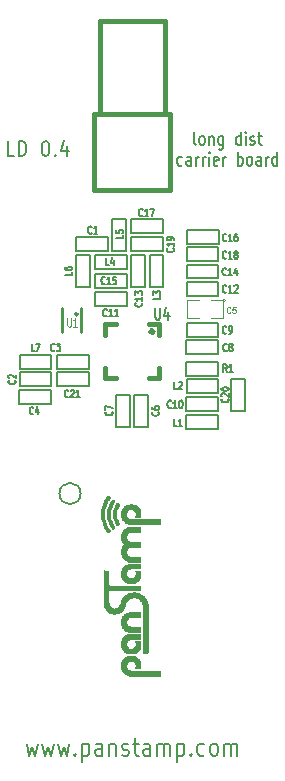
<source format=gto>
%FSLAX46Y46*%
G04 Gerber Fmt 4.6, Leading zero omitted, Abs format (unit mm)*
G04 Created by KiCad (PCBNEW (2014-jul-16 BZR unknown)-product) date Fri 13 Mar 2015 08:43:45 PM CET*
%MOMM*%
G01*
G04 APERTURE LIST*
%ADD10C,0.150000*%
%ADD11C,0.152400*%
%ADD12C,0.099060*%
%ADD13C,0.381000*%
%ADD14C,0.203200*%
%ADD15C,0.002540*%
%ADD16C,0.254000*%
%ADD17C,0.109220*%
%ADD18C,0.127000*%
%ADD19C,0.101600*%
G04 APERTURE END LIST*
D10*
D11*
X187326144Y-49324524D02*
X186781858Y-49324524D01*
X186781858Y-48054524D01*
X187707144Y-49324524D02*
X187707144Y-48054524D01*
X187979287Y-48054524D01*
X188142572Y-48115000D01*
X188251430Y-48235952D01*
X188305858Y-48356905D01*
X188360287Y-48598810D01*
X188360287Y-48780238D01*
X188305858Y-49022143D01*
X188251430Y-49143095D01*
X188142572Y-49264048D01*
X187979287Y-49324524D01*
X187707144Y-49324524D01*
X189938715Y-48054524D02*
X190047572Y-48054524D01*
X190156429Y-48115000D01*
X190210858Y-48175476D01*
X190265287Y-48296429D01*
X190319715Y-48538333D01*
X190319715Y-48840714D01*
X190265287Y-49082619D01*
X190210858Y-49203571D01*
X190156429Y-49264048D01*
X190047572Y-49324524D01*
X189938715Y-49324524D01*
X189829858Y-49264048D01*
X189775429Y-49203571D01*
X189721001Y-49082619D01*
X189666572Y-48840714D01*
X189666572Y-48538333D01*
X189721001Y-48296429D01*
X189775429Y-48175476D01*
X189829858Y-48115000D01*
X189938715Y-48054524D01*
X190809572Y-49203571D02*
X190864000Y-49264048D01*
X190809572Y-49324524D01*
X190755143Y-49264048D01*
X190809572Y-49203571D01*
X190809572Y-49324524D01*
X191843715Y-48477857D02*
X191843715Y-49324524D01*
X191571572Y-47994048D02*
X191299429Y-48901190D01*
X192007001Y-48901190D01*
X202713001Y-48390771D02*
X202628334Y-48336343D01*
X202586001Y-48227486D01*
X202586001Y-47247771D01*
X203178668Y-48390771D02*
X203094001Y-48336343D01*
X203051668Y-48281914D01*
X203009334Y-48173057D01*
X203009334Y-47846486D01*
X203051668Y-47737629D01*
X203094001Y-47683200D01*
X203178668Y-47628771D01*
X203305668Y-47628771D01*
X203390334Y-47683200D01*
X203432668Y-47737629D01*
X203475001Y-47846486D01*
X203475001Y-48173057D01*
X203432668Y-48281914D01*
X203390334Y-48336343D01*
X203305668Y-48390771D01*
X203178668Y-48390771D01*
X203856001Y-47628771D02*
X203856001Y-48390771D01*
X203856001Y-47737629D02*
X203898334Y-47683200D01*
X203983001Y-47628771D01*
X204110001Y-47628771D01*
X204194667Y-47683200D01*
X204237001Y-47792057D01*
X204237001Y-48390771D01*
X205041334Y-47628771D02*
X205041334Y-48554057D01*
X204999000Y-48662914D01*
X204956667Y-48717343D01*
X204872000Y-48771771D01*
X204745000Y-48771771D01*
X204660334Y-48717343D01*
X205041334Y-48336343D02*
X204956667Y-48390771D01*
X204787334Y-48390771D01*
X204702667Y-48336343D01*
X204660334Y-48281914D01*
X204618000Y-48173057D01*
X204618000Y-47846486D01*
X204660334Y-47737629D01*
X204702667Y-47683200D01*
X204787334Y-47628771D01*
X204956667Y-47628771D01*
X205041334Y-47683200D01*
X206523000Y-48390771D02*
X206523000Y-47247771D01*
X206523000Y-48336343D02*
X206438333Y-48390771D01*
X206269000Y-48390771D01*
X206184333Y-48336343D01*
X206142000Y-48281914D01*
X206099666Y-48173057D01*
X206099666Y-47846486D01*
X206142000Y-47737629D01*
X206184333Y-47683200D01*
X206269000Y-47628771D01*
X206438333Y-47628771D01*
X206523000Y-47683200D01*
X206946333Y-48390771D02*
X206946333Y-47628771D01*
X206946333Y-47247771D02*
X206903999Y-47302200D01*
X206946333Y-47356629D01*
X206988666Y-47302200D01*
X206946333Y-47247771D01*
X206946333Y-47356629D01*
X207327332Y-48336343D02*
X207411999Y-48390771D01*
X207581332Y-48390771D01*
X207665999Y-48336343D01*
X207708332Y-48227486D01*
X207708332Y-48173057D01*
X207665999Y-48064200D01*
X207581332Y-48009771D01*
X207454332Y-48009771D01*
X207369666Y-47955343D01*
X207327332Y-47846486D01*
X207327332Y-47792057D01*
X207369666Y-47683200D01*
X207454332Y-47628771D01*
X207581332Y-47628771D01*
X207665999Y-47683200D01*
X207962333Y-47628771D02*
X208300999Y-47628771D01*
X208089333Y-47247771D02*
X208089333Y-48227486D01*
X208131666Y-48336343D01*
X208216333Y-48390771D01*
X208300999Y-48390771D01*
X201548836Y-50088943D02*
X201464169Y-50143371D01*
X201294836Y-50143371D01*
X201210169Y-50088943D01*
X201167836Y-50034514D01*
X201125502Y-49925657D01*
X201125502Y-49599086D01*
X201167836Y-49490229D01*
X201210169Y-49435800D01*
X201294836Y-49381371D01*
X201464169Y-49381371D01*
X201548836Y-49435800D01*
X202310836Y-50143371D02*
X202310836Y-49544657D01*
X202268502Y-49435800D01*
X202183836Y-49381371D01*
X202014502Y-49381371D01*
X201929836Y-49435800D01*
X202310836Y-50088943D02*
X202226169Y-50143371D01*
X202014502Y-50143371D01*
X201929836Y-50088943D01*
X201887502Y-49980086D01*
X201887502Y-49871229D01*
X201929836Y-49762371D01*
X202014502Y-49707943D01*
X202226169Y-49707943D01*
X202310836Y-49653514D01*
X202734169Y-50143371D02*
X202734169Y-49381371D01*
X202734169Y-49599086D02*
X202776502Y-49490229D01*
X202818835Y-49435800D01*
X202903502Y-49381371D01*
X202988169Y-49381371D01*
X203284502Y-50143371D02*
X203284502Y-49381371D01*
X203284502Y-49599086D02*
X203326835Y-49490229D01*
X203369168Y-49435800D01*
X203453835Y-49381371D01*
X203538502Y-49381371D01*
X203834835Y-50143371D02*
X203834835Y-49381371D01*
X203834835Y-49000371D02*
X203792501Y-49054800D01*
X203834835Y-49109229D01*
X203877168Y-49054800D01*
X203834835Y-49000371D01*
X203834835Y-49109229D01*
X204596834Y-50088943D02*
X204512168Y-50143371D01*
X204342834Y-50143371D01*
X204258168Y-50088943D01*
X204215834Y-49980086D01*
X204215834Y-49544657D01*
X204258168Y-49435800D01*
X204342834Y-49381371D01*
X204512168Y-49381371D01*
X204596834Y-49435800D01*
X204639168Y-49544657D01*
X204639168Y-49653514D01*
X204215834Y-49762371D01*
X205020168Y-50143371D02*
X205020168Y-49381371D01*
X205020168Y-49599086D02*
X205062501Y-49490229D01*
X205104834Y-49435800D01*
X205189501Y-49381371D01*
X205274168Y-49381371D01*
X206247834Y-50143371D02*
X206247834Y-49000371D01*
X206247834Y-49435800D02*
X206332500Y-49381371D01*
X206501834Y-49381371D01*
X206586500Y-49435800D01*
X206628834Y-49490229D01*
X206671167Y-49599086D01*
X206671167Y-49925657D01*
X206628834Y-50034514D01*
X206586500Y-50088943D01*
X206501834Y-50143371D01*
X206332500Y-50143371D01*
X206247834Y-50088943D01*
X207179167Y-50143371D02*
X207094500Y-50088943D01*
X207052167Y-50034514D01*
X207009833Y-49925657D01*
X207009833Y-49599086D01*
X207052167Y-49490229D01*
X207094500Y-49435800D01*
X207179167Y-49381371D01*
X207306167Y-49381371D01*
X207390833Y-49435800D01*
X207433167Y-49490229D01*
X207475500Y-49599086D01*
X207475500Y-49925657D01*
X207433167Y-50034514D01*
X207390833Y-50088943D01*
X207306167Y-50143371D01*
X207179167Y-50143371D01*
X208237500Y-50143371D02*
X208237500Y-49544657D01*
X208195166Y-49435800D01*
X208110500Y-49381371D01*
X207941166Y-49381371D01*
X207856500Y-49435800D01*
X208237500Y-50088943D02*
X208152833Y-50143371D01*
X207941166Y-50143371D01*
X207856500Y-50088943D01*
X207814166Y-49980086D01*
X207814166Y-49871229D01*
X207856500Y-49762371D01*
X207941166Y-49707943D01*
X208152833Y-49707943D01*
X208237500Y-49653514D01*
X208660833Y-50143371D02*
X208660833Y-49381371D01*
X208660833Y-49599086D02*
X208703166Y-49490229D01*
X208745499Y-49435800D01*
X208830166Y-49381371D01*
X208914833Y-49381371D01*
X209592166Y-50143371D02*
X209592166Y-49000371D01*
X209592166Y-50088943D02*
X209507499Y-50143371D01*
X209338166Y-50143371D01*
X209253499Y-50088943D01*
X209211166Y-50034514D01*
X209168832Y-49925657D01*
X209168832Y-49599086D01*
X209211166Y-49490229D01*
X209253499Y-49435800D01*
X209338166Y-49381371D01*
X209507499Y-49381371D01*
X209592166Y-49435800D01*
X188379286Y-99063429D02*
X188621190Y-100079429D01*
X188863095Y-99353714D01*
X189105000Y-100079429D01*
X189346905Y-99063429D01*
X189709762Y-99063429D02*
X189951666Y-100079429D01*
X190193571Y-99353714D01*
X190435476Y-100079429D01*
X190677381Y-99063429D01*
X191040238Y-99063429D02*
X191282142Y-100079429D01*
X191524047Y-99353714D01*
X191765952Y-100079429D01*
X192007857Y-99063429D01*
X192491666Y-99934286D02*
X192552142Y-100006857D01*
X192491666Y-100079429D01*
X192431190Y-100006857D01*
X192491666Y-99934286D01*
X192491666Y-100079429D01*
X193096428Y-99063429D02*
X193096428Y-100587429D01*
X193096428Y-99136000D02*
X193217380Y-99063429D01*
X193459285Y-99063429D01*
X193580237Y-99136000D01*
X193640714Y-99208571D01*
X193701190Y-99353714D01*
X193701190Y-99789143D01*
X193640714Y-99934286D01*
X193580237Y-100006857D01*
X193459285Y-100079429D01*
X193217380Y-100079429D01*
X193096428Y-100006857D01*
X194789762Y-100079429D02*
X194789762Y-99281143D01*
X194729285Y-99136000D01*
X194608333Y-99063429D01*
X194366428Y-99063429D01*
X194245476Y-99136000D01*
X194789762Y-100006857D02*
X194668809Y-100079429D01*
X194366428Y-100079429D01*
X194245476Y-100006857D01*
X194185000Y-99861714D01*
X194185000Y-99716571D01*
X194245476Y-99571429D01*
X194366428Y-99498857D01*
X194668809Y-99498857D01*
X194789762Y-99426286D01*
X195394524Y-99063429D02*
X195394524Y-100079429D01*
X195394524Y-99208571D02*
X195455000Y-99136000D01*
X195575953Y-99063429D01*
X195757381Y-99063429D01*
X195878333Y-99136000D01*
X195938810Y-99281143D01*
X195938810Y-100079429D01*
X196483096Y-100006857D02*
X196604048Y-100079429D01*
X196845953Y-100079429D01*
X196966905Y-100006857D01*
X197027381Y-99861714D01*
X197027381Y-99789143D01*
X196966905Y-99644000D01*
X196845953Y-99571429D01*
X196664524Y-99571429D01*
X196543572Y-99498857D01*
X196483096Y-99353714D01*
X196483096Y-99281143D01*
X196543572Y-99136000D01*
X196664524Y-99063429D01*
X196845953Y-99063429D01*
X196966905Y-99136000D01*
X197390238Y-99063429D02*
X197874048Y-99063429D01*
X197571667Y-98555429D02*
X197571667Y-99861714D01*
X197632143Y-100006857D01*
X197753096Y-100079429D01*
X197874048Y-100079429D01*
X198841667Y-100079429D02*
X198841667Y-99281143D01*
X198781190Y-99136000D01*
X198660238Y-99063429D01*
X198418333Y-99063429D01*
X198297381Y-99136000D01*
X198841667Y-100006857D02*
X198720714Y-100079429D01*
X198418333Y-100079429D01*
X198297381Y-100006857D01*
X198236905Y-99861714D01*
X198236905Y-99716571D01*
X198297381Y-99571429D01*
X198418333Y-99498857D01*
X198720714Y-99498857D01*
X198841667Y-99426286D01*
X199446429Y-100079429D02*
X199446429Y-99063429D01*
X199446429Y-99208571D02*
X199506905Y-99136000D01*
X199627858Y-99063429D01*
X199809286Y-99063429D01*
X199930238Y-99136000D01*
X199990715Y-99281143D01*
X199990715Y-100079429D01*
X199990715Y-99281143D02*
X200051191Y-99136000D01*
X200172143Y-99063429D01*
X200353572Y-99063429D01*
X200474524Y-99136000D01*
X200535000Y-99281143D01*
X200535000Y-100079429D01*
X201139762Y-99063429D02*
X201139762Y-100587429D01*
X201139762Y-99136000D02*
X201260714Y-99063429D01*
X201502619Y-99063429D01*
X201623571Y-99136000D01*
X201684048Y-99208571D01*
X201744524Y-99353714D01*
X201744524Y-99789143D01*
X201684048Y-99934286D01*
X201623571Y-100006857D01*
X201502619Y-100079429D01*
X201260714Y-100079429D01*
X201139762Y-100006857D01*
X202288810Y-99934286D02*
X202349286Y-100006857D01*
X202288810Y-100079429D01*
X202228334Y-100006857D01*
X202288810Y-99934286D01*
X202288810Y-100079429D01*
X203437858Y-100006857D02*
X203316905Y-100079429D01*
X203075001Y-100079429D01*
X202954048Y-100006857D01*
X202893572Y-99934286D01*
X202833096Y-99789143D01*
X202833096Y-99353714D01*
X202893572Y-99208571D01*
X202954048Y-99136000D01*
X203075001Y-99063429D01*
X203316905Y-99063429D01*
X203437858Y-99136000D01*
X204163572Y-100079429D02*
X204042619Y-100006857D01*
X203982143Y-99934286D01*
X203921667Y-99789143D01*
X203921667Y-99353714D01*
X203982143Y-99208571D01*
X204042619Y-99136000D01*
X204163572Y-99063429D01*
X204345000Y-99063429D01*
X204465952Y-99136000D01*
X204526429Y-99208571D01*
X204586905Y-99353714D01*
X204586905Y-99789143D01*
X204526429Y-99934286D01*
X204465952Y-100006857D01*
X204345000Y-100079429D01*
X204163572Y-100079429D01*
X205131191Y-100079429D02*
X205131191Y-99063429D01*
X205131191Y-99208571D02*
X205191667Y-99136000D01*
X205312620Y-99063429D01*
X205494048Y-99063429D01*
X205615000Y-99136000D01*
X205675477Y-99281143D01*
X205675477Y-100079429D01*
X205675477Y-99281143D02*
X205735953Y-99136000D01*
X205856905Y-99063429D01*
X206038334Y-99063429D01*
X206159286Y-99136000D01*
X206219762Y-99281143D01*
X206219762Y-100079429D01*
D12*
X205239800Y-61550960D02*
G75*
G03X205239800Y-61550960I-127000J0D01*
G74*
G01*
X203969800Y-61550960D02*
X204985800Y-61550960D01*
X204985800Y-61550960D02*
X204985800Y-63074960D01*
X204985800Y-63074960D02*
X203969800Y-63074960D01*
X202953800Y-63074960D02*
X201937800Y-63074960D01*
X201937800Y-63074960D02*
X201937800Y-61550960D01*
X201937800Y-61550960D02*
X202953800Y-61550960D01*
D11*
X198661200Y-71040400D02*
X198661200Y-69541800D01*
X198661200Y-69541800D02*
X197492800Y-69541800D01*
X197492800Y-69541800D02*
X197492800Y-71040400D01*
X198661200Y-71040400D02*
X198661200Y-72234200D01*
X198661200Y-72234200D02*
X197492800Y-72234200D01*
X197492800Y-72234200D02*
X197492800Y-71040400D01*
X197137200Y-71040400D02*
X197137200Y-69541800D01*
X197137200Y-69541800D02*
X195968800Y-69541800D01*
X195968800Y-69541800D02*
X195968800Y-71040400D01*
X197137200Y-71040400D02*
X197137200Y-72234200D01*
X197137200Y-72234200D02*
X195968800Y-72234200D01*
X195968800Y-72234200D02*
X195968800Y-71040400D01*
X203111280Y-66087400D02*
X204609880Y-66087400D01*
X204609880Y-66087400D02*
X204609880Y-64919000D01*
X204609880Y-64919000D02*
X203111280Y-64919000D01*
X203111280Y-66087400D02*
X201917480Y-66087400D01*
X201917480Y-66087400D02*
X201917480Y-64919000D01*
X201917480Y-64919000D02*
X203111280Y-64919000D01*
X203131600Y-64614200D02*
X204630200Y-64614200D01*
X204630200Y-64614200D02*
X204630200Y-63445800D01*
X204630200Y-63445800D02*
X203131600Y-63445800D01*
X203131600Y-64614200D02*
X201937800Y-64614200D01*
X201937800Y-64614200D02*
X201937800Y-63445800D01*
X201937800Y-63445800D02*
X203131600Y-63445800D01*
X203106200Y-70908320D02*
X204604800Y-70908320D01*
X204604800Y-70908320D02*
X204604800Y-69739920D01*
X204604800Y-69739920D02*
X203106200Y-69739920D01*
X203106200Y-70908320D02*
X201912400Y-70908320D01*
X201912400Y-70908320D02*
X201912400Y-69739920D01*
X201912400Y-69739920D02*
X203106200Y-69739920D01*
X195359200Y-62028480D02*
X196857800Y-62028480D01*
X196857800Y-62028480D02*
X196857800Y-60860080D01*
X196857800Y-60860080D02*
X195359200Y-60860080D01*
X195359200Y-62028480D02*
X194165400Y-62028480D01*
X194165400Y-62028480D02*
X194165400Y-60860080D01*
X194165400Y-60860080D02*
X195359200Y-60860080D01*
X203126520Y-61159800D02*
X204625120Y-61159800D01*
X204625120Y-61159800D02*
X204625120Y-59991400D01*
X204625120Y-59991400D02*
X203126520Y-59991400D01*
X203126520Y-61159800D02*
X201932720Y-61159800D01*
X201932720Y-61159800D02*
X201932720Y-59991400D01*
X201932720Y-59991400D02*
X203126520Y-59991400D01*
X198422440Y-59224320D02*
X198422440Y-57725720D01*
X198422440Y-57725720D02*
X197254040Y-57725720D01*
X197254040Y-57725720D02*
X197254040Y-59224320D01*
X198422440Y-59224320D02*
X198422440Y-60418120D01*
X198422440Y-60418120D02*
X197254040Y-60418120D01*
X197254040Y-60418120D02*
X197254040Y-59224320D01*
X203121440Y-59691680D02*
X204620040Y-59691680D01*
X204620040Y-59691680D02*
X204620040Y-58523280D01*
X204620040Y-58523280D02*
X203121440Y-58523280D01*
X203121440Y-59691680D02*
X201927640Y-59691680D01*
X201927640Y-59691680D02*
X201927640Y-58523280D01*
X201927640Y-58523280D02*
X203121440Y-58523280D01*
X195658920Y-59295440D02*
X194160320Y-59295440D01*
X194160320Y-59295440D02*
X194160320Y-60463840D01*
X194160320Y-60463840D02*
X195658920Y-60463840D01*
X195658920Y-59295440D02*
X196852720Y-59295440D01*
X196852720Y-59295440D02*
X196852720Y-60463840D01*
X196852720Y-60463840D02*
X195658920Y-60463840D01*
X203141760Y-56775760D02*
X204640360Y-56775760D01*
X204640360Y-56775760D02*
X204640360Y-55607360D01*
X204640360Y-55607360D02*
X203141760Y-55607360D01*
X203141760Y-56775760D02*
X201947960Y-56775760D01*
X201947960Y-56775760D02*
X201947960Y-55607360D01*
X201947960Y-55607360D02*
X203141760Y-55607360D01*
X198732400Y-54685800D02*
X197233800Y-54685800D01*
X197233800Y-54685800D02*
X197233800Y-55854200D01*
X197233800Y-55854200D02*
X198732400Y-55854200D01*
X198732400Y-54685800D02*
X199926200Y-54685800D01*
X199926200Y-54685800D02*
X199926200Y-55854200D01*
X199926200Y-55854200D02*
X198732400Y-55854200D01*
X203131600Y-58233720D02*
X204630200Y-58233720D01*
X204630200Y-58233720D02*
X204630200Y-57065320D01*
X204630200Y-57065320D02*
X203131600Y-57065320D01*
X203131600Y-58233720D02*
X201937800Y-58233720D01*
X201937800Y-58233720D02*
X201937800Y-57065320D01*
X201937800Y-57065320D02*
X203131600Y-57065320D01*
X198757720Y-56191560D02*
X197259120Y-56191560D01*
X197259120Y-56191560D02*
X197259120Y-57359960D01*
X197259120Y-57359960D02*
X198757720Y-57359960D01*
X198757720Y-56191560D02*
X199951520Y-56191560D01*
X199951520Y-56191560D02*
X199951520Y-57359960D01*
X199951520Y-57359960D02*
X198757720Y-57359960D01*
X203411000Y-71279160D02*
X201912400Y-71279160D01*
X201912400Y-71279160D02*
X201912400Y-72447560D01*
X201912400Y-72447560D02*
X203411000Y-72447560D01*
X203411000Y-71279160D02*
X204604800Y-71279160D01*
X204604800Y-71279160D02*
X204604800Y-72447560D01*
X204604800Y-72447560D02*
X203411000Y-72447560D01*
X203426240Y-68236240D02*
X201927640Y-68236240D01*
X201927640Y-68236240D02*
X201927640Y-69404640D01*
X201927640Y-69404640D02*
X203426240Y-69404640D01*
X203426240Y-68236240D02*
X204620040Y-68236240D01*
X204620040Y-68236240D02*
X204620040Y-69404640D01*
X204620040Y-69404640D02*
X203426240Y-69404640D01*
X198798360Y-58909360D02*
X198798360Y-60407960D01*
X198798360Y-60407960D02*
X199966760Y-60407960D01*
X199966760Y-60407960D02*
X199966760Y-58909360D01*
X198798360Y-58909360D02*
X198798360Y-57715560D01*
X198798360Y-57715560D02*
X199966760Y-57715560D01*
X199966760Y-57715560D02*
X199966760Y-58909360D01*
X195658920Y-57720640D02*
X194160320Y-57720640D01*
X194160320Y-57720640D02*
X194160320Y-58889040D01*
X194160320Y-58889040D02*
X195658920Y-58889040D01*
X195658920Y-57720640D02*
X196852720Y-57720640D01*
X196852720Y-57720640D02*
X196852720Y-58889040D01*
X196852720Y-58889040D02*
X195658920Y-58889040D01*
X196824200Y-56162400D02*
X196824200Y-54663800D01*
X196824200Y-54663800D02*
X195655800Y-54663800D01*
X195655800Y-54663800D02*
X195655800Y-56162400D01*
X196824200Y-56162400D02*
X196824200Y-57356200D01*
X196824200Y-57356200D02*
X195655800Y-57356200D01*
X195655800Y-57356200D02*
X195655800Y-56162400D01*
X203416080Y-66742720D02*
X201917480Y-66742720D01*
X201917480Y-66742720D02*
X201917480Y-67911120D01*
X201917480Y-67911120D02*
X203416080Y-67911120D01*
X203416080Y-66742720D02*
X204609880Y-66742720D01*
X204609880Y-66742720D02*
X204609880Y-67911120D01*
X204609880Y-67911120D02*
X203416080Y-67911120D01*
X206884200Y-69722400D02*
X206884200Y-68223800D01*
X206884200Y-68223800D02*
X205715800Y-68223800D01*
X205715800Y-68223800D02*
X205715800Y-69722400D01*
X206884200Y-69722400D02*
X206884200Y-70916200D01*
X206884200Y-70916200D02*
X205715800Y-70916200D01*
X205715800Y-70916200D02*
X205715800Y-69722400D01*
D13*
X199113320Y-64192560D02*
G75*
G03X199113320Y-64192560I-127000J0D01*
G74*
G01*
X198732320Y-63557560D02*
X199621320Y-63557560D01*
X199621320Y-63557560D02*
X199621320Y-64446560D01*
X195049320Y-64446560D02*
X195049320Y-63557560D01*
X195049320Y-63557560D02*
X195938320Y-63557560D01*
X195938320Y-68129560D02*
X195049320Y-68129560D01*
X195049320Y-68129560D02*
X195049320Y-67240560D01*
X199621320Y-67240560D02*
X199621320Y-68129560D01*
X199621320Y-68129560D02*
X198732320Y-68129560D01*
D14*
X192961388Y-77900000D02*
G75*
G03X192961388Y-77900000I-901388J0D01*
G74*
G01*
D15*
G36*
X194714800Y-80061200D02*
X194714800Y-80010400D01*
X194765600Y-80010400D01*
X194765600Y-80061200D01*
X194714800Y-80061200D01*
X194714800Y-80061200D01*
G37*
X194714800Y-80061200D02*
X194714800Y-80010400D01*
X194765600Y-80010400D01*
X194765600Y-80061200D01*
X194714800Y-80061200D01*
G36*
X194714800Y-80010400D02*
X194714800Y-79959600D01*
X194765600Y-79959600D01*
X194765600Y-80010400D01*
X194714800Y-80010400D01*
X194714800Y-80010400D01*
G37*
X194714800Y-80010400D02*
X194714800Y-79959600D01*
X194765600Y-79959600D01*
X194765600Y-80010400D01*
X194714800Y-80010400D01*
G36*
X194714800Y-79959600D02*
X194714800Y-79908800D01*
X194765600Y-79908800D01*
X194765600Y-79959600D01*
X194714800Y-79959600D01*
X194714800Y-79959600D01*
G37*
X194714800Y-79959600D02*
X194714800Y-79908800D01*
X194765600Y-79908800D01*
X194765600Y-79959600D01*
X194714800Y-79959600D01*
G36*
X194714800Y-79908800D02*
X194714800Y-79858000D01*
X194765600Y-79858000D01*
X194765600Y-79908800D01*
X194714800Y-79908800D01*
X194714800Y-79908800D01*
G37*
X194714800Y-79908800D02*
X194714800Y-79858000D01*
X194765600Y-79858000D01*
X194765600Y-79908800D01*
X194714800Y-79908800D01*
G36*
X194714800Y-79858000D02*
X194714800Y-79807200D01*
X194765600Y-79807200D01*
X194765600Y-79858000D01*
X194714800Y-79858000D01*
X194714800Y-79858000D01*
G37*
X194714800Y-79858000D02*
X194714800Y-79807200D01*
X194765600Y-79807200D01*
X194765600Y-79858000D01*
X194714800Y-79858000D01*
G36*
X194714800Y-79807200D02*
X194714800Y-79756400D01*
X194765600Y-79756400D01*
X194765600Y-79807200D01*
X194714800Y-79807200D01*
X194714800Y-79807200D01*
G37*
X194714800Y-79807200D02*
X194714800Y-79756400D01*
X194765600Y-79756400D01*
X194765600Y-79807200D01*
X194714800Y-79807200D01*
G36*
X194714800Y-79756400D02*
X194714800Y-79705600D01*
X194765600Y-79705600D01*
X194765600Y-79756400D01*
X194714800Y-79756400D01*
X194714800Y-79756400D01*
G37*
X194714800Y-79756400D02*
X194714800Y-79705600D01*
X194765600Y-79705600D01*
X194765600Y-79756400D01*
X194714800Y-79756400D01*
G36*
X194714800Y-79705600D02*
X194714800Y-79654800D01*
X194765600Y-79654800D01*
X194765600Y-79705600D01*
X194714800Y-79705600D01*
X194714800Y-79705600D01*
G37*
X194714800Y-79705600D02*
X194714800Y-79654800D01*
X194765600Y-79654800D01*
X194765600Y-79705600D01*
X194714800Y-79705600D01*
G36*
X194714800Y-79654800D02*
X194714800Y-79604000D01*
X194765600Y-79604000D01*
X194765600Y-79654800D01*
X194714800Y-79654800D01*
X194714800Y-79654800D01*
G37*
X194714800Y-79654800D02*
X194714800Y-79604000D01*
X194765600Y-79604000D01*
X194765600Y-79654800D01*
X194714800Y-79654800D01*
G36*
X194714800Y-79604000D02*
X194714800Y-79553200D01*
X194765600Y-79553200D01*
X194765600Y-79604000D01*
X194714800Y-79604000D01*
X194714800Y-79604000D01*
G37*
X194714800Y-79604000D02*
X194714800Y-79553200D01*
X194765600Y-79553200D01*
X194765600Y-79604000D01*
X194714800Y-79604000D01*
G36*
X194714800Y-79553200D02*
X194714800Y-79502400D01*
X194765600Y-79502400D01*
X194765600Y-79553200D01*
X194714800Y-79553200D01*
X194714800Y-79553200D01*
G37*
X194714800Y-79553200D02*
X194714800Y-79502400D01*
X194765600Y-79502400D01*
X194765600Y-79553200D01*
X194714800Y-79553200D01*
G36*
X194714800Y-79502400D02*
X194714800Y-79451600D01*
X194765600Y-79451600D01*
X194765600Y-79502400D01*
X194714800Y-79502400D01*
X194714800Y-79502400D01*
G37*
X194714800Y-79502400D02*
X194714800Y-79451600D01*
X194765600Y-79451600D01*
X194765600Y-79502400D01*
X194714800Y-79502400D01*
G36*
X194714800Y-79451600D02*
X194714800Y-79400800D01*
X194765600Y-79400800D01*
X194765600Y-79451600D01*
X194714800Y-79451600D01*
X194714800Y-79451600D01*
G37*
X194714800Y-79451600D02*
X194714800Y-79400800D01*
X194765600Y-79400800D01*
X194765600Y-79451600D01*
X194714800Y-79451600D01*
G36*
X194714800Y-79400800D02*
X194714800Y-79350000D01*
X194765600Y-79350000D01*
X194765600Y-79400800D01*
X194714800Y-79400800D01*
X194714800Y-79400800D01*
G37*
X194714800Y-79400800D02*
X194714800Y-79350000D01*
X194765600Y-79350000D01*
X194765600Y-79400800D01*
X194714800Y-79400800D01*
G36*
X194714800Y-79350000D02*
X194714800Y-79299200D01*
X194765600Y-79299200D01*
X194765600Y-79350000D01*
X194714800Y-79350000D01*
X194714800Y-79350000D01*
G37*
X194714800Y-79350000D02*
X194714800Y-79299200D01*
X194765600Y-79299200D01*
X194765600Y-79350000D01*
X194714800Y-79350000D01*
G36*
X194714800Y-79299200D02*
X194714800Y-79248400D01*
X194765600Y-79248400D01*
X194765600Y-79299200D01*
X194714800Y-79299200D01*
X194714800Y-79299200D01*
G37*
X194714800Y-79299200D02*
X194714800Y-79248400D01*
X194765600Y-79248400D01*
X194765600Y-79299200D01*
X194714800Y-79299200D01*
G36*
X194765600Y-80264400D02*
X194765600Y-80213600D01*
X194816400Y-80213600D01*
X194816400Y-80264400D01*
X194765600Y-80264400D01*
X194765600Y-80264400D01*
G37*
X194765600Y-80264400D02*
X194765600Y-80213600D01*
X194816400Y-80213600D01*
X194816400Y-80264400D01*
X194765600Y-80264400D01*
G36*
X194765600Y-80213600D02*
X194765600Y-80162800D01*
X194816400Y-80162800D01*
X194816400Y-80213600D01*
X194765600Y-80213600D01*
X194765600Y-80213600D01*
G37*
X194765600Y-80213600D02*
X194765600Y-80162800D01*
X194816400Y-80162800D01*
X194816400Y-80213600D01*
X194765600Y-80213600D01*
G36*
X194765600Y-80162800D02*
X194765600Y-80112000D01*
X194816400Y-80112000D01*
X194816400Y-80162800D01*
X194765600Y-80162800D01*
X194765600Y-80162800D01*
G37*
X194765600Y-80162800D02*
X194765600Y-80112000D01*
X194816400Y-80112000D01*
X194816400Y-80162800D01*
X194765600Y-80162800D01*
G36*
X194765600Y-80112000D02*
X194765600Y-80061200D01*
X194816400Y-80061200D01*
X194816400Y-80112000D01*
X194765600Y-80112000D01*
X194765600Y-80112000D01*
G37*
X194765600Y-80112000D02*
X194765600Y-80061200D01*
X194816400Y-80061200D01*
X194816400Y-80112000D01*
X194765600Y-80112000D01*
G36*
X194765600Y-80061200D02*
X194765600Y-80010400D01*
X194816400Y-80010400D01*
X194816400Y-80061200D01*
X194765600Y-80061200D01*
X194765600Y-80061200D01*
G37*
X194765600Y-80061200D02*
X194765600Y-80010400D01*
X194816400Y-80010400D01*
X194816400Y-80061200D01*
X194765600Y-80061200D01*
G36*
X194765600Y-80010400D02*
X194765600Y-79959600D01*
X194816400Y-79959600D01*
X194816400Y-80010400D01*
X194765600Y-80010400D01*
X194765600Y-80010400D01*
G37*
X194765600Y-80010400D02*
X194765600Y-79959600D01*
X194816400Y-79959600D01*
X194816400Y-80010400D01*
X194765600Y-80010400D01*
G36*
X194765600Y-79959600D02*
X194765600Y-79908800D01*
X194816400Y-79908800D01*
X194816400Y-79959600D01*
X194765600Y-79959600D01*
X194765600Y-79959600D01*
G37*
X194765600Y-79959600D02*
X194765600Y-79908800D01*
X194816400Y-79908800D01*
X194816400Y-79959600D01*
X194765600Y-79959600D01*
G36*
X194765600Y-79908800D02*
X194765600Y-79858000D01*
X194816400Y-79858000D01*
X194816400Y-79908800D01*
X194765600Y-79908800D01*
X194765600Y-79908800D01*
G37*
X194765600Y-79908800D02*
X194765600Y-79858000D01*
X194816400Y-79858000D01*
X194816400Y-79908800D01*
X194765600Y-79908800D01*
G36*
X194765600Y-79858000D02*
X194765600Y-79807200D01*
X194816400Y-79807200D01*
X194816400Y-79858000D01*
X194765600Y-79858000D01*
X194765600Y-79858000D01*
G37*
X194765600Y-79858000D02*
X194765600Y-79807200D01*
X194816400Y-79807200D01*
X194816400Y-79858000D01*
X194765600Y-79858000D01*
G36*
X194765600Y-79807200D02*
X194765600Y-79756400D01*
X194816400Y-79756400D01*
X194816400Y-79807200D01*
X194765600Y-79807200D01*
X194765600Y-79807200D01*
G37*
X194765600Y-79807200D02*
X194765600Y-79756400D01*
X194816400Y-79756400D01*
X194816400Y-79807200D01*
X194765600Y-79807200D01*
G36*
X194765600Y-79756400D02*
X194765600Y-79705600D01*
X194816400Y-79705600D01*
X194816400Y-79756400D01*
X194765600Y-79756400D01*
X194765600Y-79756400D01*
G37*
X194765600Y-79756400D02*
X194765600Y-79705600D01*
X194816400Y-79705600D01*
X194816400Y-79756400D01*
X194765600Y-79756400D01*
G36*
X194765600Y-79705600D02*
X194765600Y-79654800D01*
X194816400Y-79654800D01*
X194816400Y-79705600D01*
X194765600Y-79705600D01*
X194765600Y-79705600D01*
G37*
X194765600Y-79705600D02*
X194765600Y-79654800D01*
X194816400Y-79654800D01*
X194816400Y-79705600D01*
X194765600Y-79705600D01*
G36*
X194765600Y-79654800D02*
X194765600Y-79604000D01*
X194816400Y-79604000D01*
X194816400Y-79654800D01*
X194765600Y-79654800D01*
X194765600Y-79654800D01*
G37*
X194765600Y-79654800D02*
X194765600Y-79604000D01*
X194816400Y-79604000D01*
X194816400Y-79654800D01*
X194765600Y-79654800D01*
G36*
X194765600Y-79604000D02*
X194765600Y-79553200D01*
X194816400Y-79553200D01*
X194816400Y-79604000D01*
X194765600Y-79604000D01*
X194765600Y-79604000D01*
G37*
X194765600Y-79604000D02*
X194765600Y-79553200D01*
X194816400Y-79553200D01*
X194816400Y-79604000D01*
X194765600Y-79604000D01*
G36*
X194765600Y-79553200D02*
X194765600Y-79502400D01*
X194816400Y-79502400D01*
X194816400Y-79553200D01*
X194765600Y-79553200D01*
X194765600Y-79553200D01*
G37*
X194765600Y-79553200D02*
X194765600Y-79502400D01*
X194816400Y-79502400D01*
X194816400Y-79553200D01*
X194765600Y-79553200D01*
G36*
X194765600Y-79502400D02*
X194765600Y-79451600D01*
X194816400Y-79451600D01*
X194816400Y-79502400D01*
X194765600Y-79502400D01*
X194765600Y-79502400D01*
G37*
X194765600Y-79502400D02*
X194765600Y-79451600D01*
X194816400Y-79451600D01*
X194816400Y-79502400D01*
X194765600Y-79502400D01*
G36*
X194765600Y-79451600D02*
X194765600Y-79400800D01*
X194816400Y-79400800D01*
X194816400Y-79451600D01*
X194765600Y-79451600D01*
X194765600Y-79451600D01*
G37*
X194765600Y-79451600D02*
X194765600Y-79400800D01*
X194816400Y-79400800D01*
X194816400Y-79451600D01*
X194765600Y-79451600D01*
G36*
X194765600Y-79400800D02*
X194765600Y-79350000D01*
X194816400Y-79350000D01*
X194816400Y-79400800D01*
X194765600Y-79400800D01*
X194765600Y-79400800D01*
G37*
X194765600Y-79400800D02*
X194765600Y-79350000D01*
X194816400Y-79350000D01*
X194816400Y-79400800D01*
X194765600Y-79400800D01*
G36*
X194765600Y-79350000D02*
X194765600Y-79299200D01*
X194816400Y-79299200D01*
X194816400Y-79350000D01*
X194765600Y-79350000D01*
X194765600Y-79350000D01*
G37*
X194765600Y-79350000D02*
X194765600Y-79299200D01*
X194816400Y-79299200D01*
X194816400Y-79350000D01*
X194765600Y-79350000D01*
G36*
X194765600Y-79299200D02*
X194765600Y-79248400D01*
X194816400Y-79248400D01*
X194816400Y-79299200D01*
X194765600Y-79299200D01*
X194765600Y-79299200D01*
G37*
X194765600Y-79299200D02*
X194765600Y-79248400D01*
X194816400Y-79248400D01*
X194816400Y-79299200D01*
X194765600Y-79299200D01*
G36*
X194765600Y-79248400D02*
X194765600Y-79197600D01*
X194816400Y-79197600D01*
X194816400Y-79248400D01*
X194765600Y-79248400D01*
X194765600Y-79248400D01*
G37*
X194765600Y-79248400D02*
X194765600Y-79197600D01*
X194816400Y-79197600D01*
X194816400Y-79248400D01*
X194765600Y-79248400D01*
G36*
X194765600Y-79197600D02*
X194765600Y-79146800D01*
X194816400Y-79146800D01*
X194816400Y-79197600D01*
X194765600Y-79197600D01*
X194765600Y-79197600D01*
G37*
X194765600Y-79197600D02*
X194765600Y-79146800D01*
X194816400Y-79146800D01*
X194816400Y-79197600D01*
X194765600Y-79197600D01*
G36*
X194765600Y-79146800D02*
X194765600Y-79096000D01*
X194816400Y-79096000D01*
X194816400Y-79146800D01*
X194765600Y-79146800D01*
X194765600Y-79146800D01*
G37*
X194765600Y-79146800D02*
X194765600Y-79096000D01*
X194816400Y-79096000D01*
X194816400Y-79146800D01*
X194765600Y-79146800D01*
G36*
X194765600Y-79096000D02*
X194765600Y-79045200D01*
X194816400Y-79045200D01*
X194816400Y-79096000D01*
X194765600Y-79096000D01*
X194765600Y-79096000D01*
G37*
X194765600Y-79096000D02*
X194765600Y-79045200D01*
X194816400Y-79045200D01*
X194816400Y-79096000D01*
X194765600Y-79096000D01*
G36*
X194765600Y-79045200D02*
X194765600Y-78994400D01*
X194816400Y-78994400D01*
X194816400Y-79045200D01*
X194765600Y-79045200D01*
X194765600Y-79045200D01*
G37*
X194765600Y-79045200D02*
X194765600Y-78994400D01*
X194816400Y-78994400D01*
X194816400Y-79045200D01*
X194765600Y-79045200D01*
G36*
X194816400Y-80467600D02*
X194816400Y-80416800D01*
X194867200Y-80416800D01*
X194867200Y-80467600D01*
X194816400Y-80467600D01*
X194816400Y-80467600D01*
G37*
X194816400Y-80467600D02*
X194816400Y-80416800D01*
X194867200Y-80416800D01*
X194867200Y-80467600D01*
X194816400Y-80467600D01*
G36*
X194816400Y-80416800D02*
X194816400Y-80366000D01*
X194867200Y-80366000D01*
X194867200Y-80416800D01*
X194816400Y-80416800D01*
X194816400Y-80416800D01*
G37*
X194816400Y-80416800D02*
X194816400Y-80366000D01*
X194867200Y-80366000D01*
X194867200Y-80416800D01*
X194816400Y-80416800D01*
G36*
X194816400Y-80366000D02*
X194816400Y-80315200D01*
X194867200Y-80315200D01*
X194867200Y-80366000D01*
X194816400Y-80366000D01*
X194816400Y-80366000D01*
G37*
X194816400Y-80366000D02*
X194816400Y-80315200D01*
X194867200Y-80315200D01*
X194867200Y-80366000D01*
X194816400Y-80366000D01*
G36*
X194816400Y-80315200D02*
X194816400Y-80264400D01*
X194867200Y-80264400D01*
X194867200Y-80315200D01*
X194816400Y-80315200D01*
X194816400Y-80315200D01*
G37*
X194816400Y-80315200D02*
X194816400Y-80264400D01*
X194867200Y-80264400D01*
X194867200Y-80315200D01*
X194816400Y-80315200D01*
G36*
X194816400Y-80264400D02*
X194816400Y-80213600D01*
X194867200Y-80213600D01*
X194867200Y-80264400D01*
X194816400Y-80264400D01*
X194816400Y-80264400D01*
G37*
X194816400Y-80264400D02*
X194816400Y-80213600D01*
X194867200Y-80213600D01*
X194867200Y-80264400D01*
X194816400Y-80264400D01*
G36*
X194816400Y-80213600D02*
X194816400Y-80162800D01*
X194867200Y-80162800D01*
X194867200Y-80213600D01*
X194816400Y-80213600D01*
X194816400Y-80213600D01*
G37*
X194816400Y-80213600D02*
X194816400Y-80162800D01*
X194867200Y-80162800D01*
X194867200Y-80213600D01*
X194816400Y-80213600D01*
G36*
X194816400Y-80162800D02*
X194816400Y-80112000D01*
X194867200Y-80112000D01*
X194867200Y-80162800D01*
X194816400Y-80162800D01*
X194816400Y-80162800D01*
G37*
X194816400Y-80162800D02*
X194816400Y-80112000D01*
X194867200Y-80112000D01*
X194867200Y-80162800D01*
X194816400Y-80162800D01*
G36*
X194816400Y-80112000D02*
X194816400Y-80061200D01*
X194867200Y-80061200D01*
X194867200Y-80112000D01*
X194816400Y-80112000D01*
X194816400Y-80112000D01*
G37*
X194816400Y-80112000D02*
X194816400Y-80061200D01*
X194867200Y-80061200D01*
X194867200Y-80112000D01*
X194816400Y-80112000D01*
G36*
X194816400Y-80061200D02*
X194816400Y-80010400D01*
X194867200Y-80010400D01*
X194867200Y-80061200D01*
X194816400Y-80061200D01*
X194816400Y-80061200D01*
G37*
X194816400Y-80061200D02*
X194816400Y-80010400D01*
X194867200Y-80010400D01*
X194867200Y-80061200D01*
X194816400Y-80061200D01*
G36*
X194816400Y-80010400D02*
X194816400Y-79959600D01*
X194867200Y-79959600D01*
X194867200Y-80010400D01*
X194816400Y-80010400D01*
X194816400Y-80010400D01*
G37*
X194816400Y-80010400D02*
X194816400Y-79959600D01*
X194867200Y-79959600D01*
X194867200Y-80010400D01*
X194816400Y-80010400D01*
G36*
X194816400Y-79959600D02*
X194816400Y-79908800D01*
X194867200Y-79908800D01*
X194867200Y-79959600D01*
X194816400Y-79959600D01*
X194816400Y-79959600D01*
G37*
X194816400Y-79959600D02*
X194816400Y-79908800D01*
X194867200Y-79908800D01*
X194867200Y-79959600D01*
X194816400Y-79959600D01*
G36*
X194816400Y-79908800D02*
X194816400Y-79858000D01*
X194867200Y-79858000D01*
X194867200Y-79908800D01*
X194816400Y-79908800D01*
X194816400Y-79908800D01*
G37*
X194816400Y-79908800D02*
X194816400Y-79858000D01*
X194867200Y-79858000D01*
X194867200Y-79908800D01*
X194816400Y-79908800D01*
G36*
X194816400Y-79858000D02*
X194816400Y-79807200D01*
X194867200Y-79807200D01*
X194867200Y-79858000D01*
X194816400Y-79858000D01*
X194816400Y-79858000D01*
G37*
X194816400Y-79858000D02*
X194816400Y-79807200D01*
X194867200Y-79807200D01*
X194867200Y-79858000D01*
X194816400Y-79858000D01*
G36*
X194816400Y-79807200D02*
X194816400Y-79756400D01*
X194867200Y-79756400D01*
X194867200Y-79807200D01*
X194816400Y-79807200D01*
X194816400Y-79807200D01*
G37*
X194816400Y-79807200D02*
X194816400Y-79756400D01*
X194867200Y-79756400D01*
X194867200Y-79807200D01*
X194816400Y-79807200D01*
G36*
X194816400Y-79756400D02*
X194816400Y-79705600D01*
X194867200Y-79705600D01*
X194867200Y-79756400D01*
X194816400Y-79756400D01*
X194816400Y-79756400D01*
G37*
X194816400Y-79756400D02*
X194816400Y-79705600D01*
X194867200Y-79705600D01*
X194867200Y-79756400D01*
X194816400Y-79756400D01*
G36*
X194816400Y-79705600D02*
X194816400Y-79654800D01*
X194867200Y-79654800D01*
X194867200Y-79705600D01*
X194816400Y-79705600D01*
X194816400Y-79705600D01*
G37*
X194816400Y-79705600D02*
X194816400Y-79654800D01*
X194867200Y-79654800D01*
X194867200Y-79705600D01*
X194816400Y-79705600D01*
G36*
X194816400Y-79654800D02*
X194816400Y-79604000D01*
X194867200Y-79604000D01*
X194867200Y-79654800D01*
X194816400Y-79654800D01*
X194816400Y-79654800D01*
G37*
X194816400Y-79654800D02*
X194816400Y-79604000D01*
X194867200Y-79604000D01*
X194867200Y-79654800D01*
X194816400Y-79654800D01*
G36*
X194816400Y-79604000D02*
X194816400Y-79553200D01*
X194867200Y-79553200D01*
X194867200Y-79604000D01*
X194816400Y-79604000D01*
X194816400Y-79604000D01*
G37*
X194816400Y-79604000D02*
X194816400Y-79553200D01*
X194867200Y-79553200D01*
X194867200Y-79604000D01*
X194816400Y-79604000D01*
G36*
X194816400Y-79553200D02*
X194816400Y-79502400D01*
X194867200Y-79502400D01*
X194867200Y-79553200D01*
X194816400Y-79553200D01*
X194816400Y-79553200D01*
G37*
X194816400Y-79553200D02*
X194816400Y-79502400D01*
X194867200Y-79502400D01*
X194867200Y-79553200D01*
X194816400Y-79553200D01*
G36*
X194816400Y-79502400D02*
X194816400Y-79451600D01*
X194867200Y-79451600D01*
X194867200Y-79502400D01*
X194816400Y-79502400D01*
X194816400Y-79502400D01*
G37*
X194816400Y-79502400D02*
X194816400Y-79451600D01*
X194867200Y-79451600D01*
X194867200Y-79502400D01*
X194816400Y-79502400D01*
G36*
X194816400Y-79451600D02*
X194816400Y-79400800D01*
X194867200Y-79400800D01*
X194867200Y-79451600D01*
X194816400Y-79451600D01*
X194816400Y-79451600D01*
G37*
X194816400Y-79451600D02*
X194816400Y-79400800D01*
X194867200Y-79400800D01*
X194867200Y-79451600D01*
X194816400Y-79451600D01*
G36*
X194816400Y-79400800D02*
X194816400Y-79350000D01*
X194867200Y-79350000D01*
X194867200Y-79400800D01*
X194816400Y-79400800D01*
X194816400Y-79400800D01*
G37*
X194816400Y-79400800D02*
X194816400Y-79350000D01*
X194867200Y-79350000D01*
X194867200Y-79400800D01*
X194816400Y-79400800D01*
G36*
X194816400Y-79350000D02*
X194816400Y-79299200D01*
X194867200Y-79299200D01*
X194867200Y-79350000D01*
X194816400Y-79350000D01*
X194816400Y-79350000D01*
G37*
X194816400Y-79350000D02*
X194816400Y-79299200D01*
X194867200Y-79299200D01*
X194867200Y-79350000D01*
X194816400Y-79350000D01*
G36*
X194816400Y-79299200D02*
X194816400Y-79248400D01*
X194867200Y-79248400D01*
X194867200Y-79299200D01*
X194816400Y-79299200D01*
X194816400Y-79299200D01*
G37*
X194816400Y-79299200D02*
X194816400Y-79248400D01*
X194867200Y-79248400D01*
X194867200Y-79299200D01*
X194816400Y-79299200D01*
G36*
X194816400Y-79248400D02*
X194816400Y-79197600D01*
X194867200Y-79197600D01*
X194867200Y-79248400D01*
X194816400Y-79248400D01*
X194816400Y-79248400D01*
G37*
X194816400Y-79248400D02*
X194816400Y-79197600D01*
X194867200Y-79197600D01*
X194867200Y-79248400D01*
X194816400Y-79248400D01*
G36*
X194816400Y-79197600D02*
X194816400Y-79146800D01*
X194867200Y-79146800D01*
X194867200Y-79197600D01*
X194816400Y-79197600D01*
X194816400Y-79197600D01*
G37*
X194816400Y-79197600D02*
X194816400Y-79146800D01*
X194867200Y-79146800D01*
X194867200Y-79197600D01*
X194816400Y-79197600D01*
G36*
X194816400Y-79146800D02*
X194816400Y-79096000D01*
X194867200Y-79096000D01*
X194867200Y-79146800D01*
X194816400Y-79146800D01*
X194816400Y-79146800D01*
G37*
X194816400Y-79146800D02*
X194816400Y-79096000D01*
X194867200Y-79096000D01*
X194867200Y-79146800D01*
X194816400Y-79146800D01*
G36*
X194816400Y-79096000D02*
X194816400Y-79045200D01*
X194867200Y-79045200D01*
X194867200Y-79096000D01*
X194816400Y-79096000D01*
X194816400Y-79096000D01*
G37*
X194816400Y-79096000D02*
X194816400Y-79045200D01*
X194867200Y-79045200D01*
X194867200Y-79096000D01*
X194816400Y-79096000D01*
G36*
X194816400Y-79045200D02*
X194816400Y-78994400D01*
X194867200Y-78994400D01*
X194867200Y-79045200D01*
X194816400Y-79045200D01*
X194816400Y-79045200D01*
G37*
X194816400Y-79045200D02*
X194816400Y-78994400D01*
X194867200Y-78994400D01*
X194867200Y-79045200D01*
X194816400Y-79045200D01*
G36*
X194816400Y-78994400D02*
X194816400Y-78943600D01*
X194867200Y-78943600D01*
X194867200Y-78994400D01*
X194816400Y-78994400D01*
X194816400Y-78994400D01*
G37*
X194816400Y-78994400D02*
X194816400Y-78943600D01*
X194867200Y-78943600D01*
X194867200Y-78994400D01*
X194816400Y-78994400D01*
G36*
X194816400Y-78943600D02*
X194816400Y-78892800D01*
X194867200Y-78892800D01*
X194867200Y-78943600D01*
X194816400Y-78943600D01*
X194816400Y-78943600D01*
G37*
X194816400Y-78943600D02*
X194816400Y-78892800D01*
X194867200Y-78892800D01*
X194867200Y-78943600D01*
X194816400Y-78943600D01*
G36*
X194816400Y-78892800D02*
X194816400Y-78842000D01*
X194867200Y-78842000D01*
X194867200Y-78892800D01*
X194816400Y-78892800D01*
X194816400Y-78892800D01*
G37*
X194816400Y-78892800D02*
X194816400Y-78842000D01*
X194867200Y-78842000D01*
X194867200Y-78892800D01*
X194816400Y-78892800D01*
G36*
X194867200Y-80569200D02*
X194867200Y-80518400D01*
X194918000Y-80518400D01*
X194918000Y-80569200D01*
X194867200Y-80569200D01*
X194867200Y-80569200D01*
G37*
X194867200Y-80569200D02*
X194867200Y-80518400D01*
X194918000Y-80518400D01*
X194918000Y-80569200D01*
X194867200Y-80569200D01*
G36*
X194867200Y-80518400D02*
X194867200Y-80467600D01*
X194918000Y-80467600D01*
X194918000Y-80518400D01*
X194867200Y-80518400D01*
X194867200Y-80518400D01*
G37*
X194867200Y-80518400D02*
X194867200Y-80467600D01*
X194918000Y-80467600D01*
X194918000Y-80518400D01*
X194867200Y-80518400D01*
G36*
X194867200Y-80467600D02*
X194867200Y-80416800D01*
X194918000Y-80416800D01*
X194918000Y-80467600D01*
X194867200Y-80467600D01*
X194867200Y-80467600D01*
G37*
X194867200Y-80467600D02*
X194867200Y-80416800D01*
X194918000Y-80416800D01*
X194918000Y-80467600D01*
X194867200Y-80467600D01*
G36*
X194867200Y-80416800D02*
X194867200Y-80366000D01*
X194918000Y-80366000D01*
X194918000Y-80416800D01*
X194867200Y-80416800D01*
X194867200Y-80416800D01*
G37*
X194867200Y-80416800D02*
X194867200Y-80366000D01*
X194918000Y-80366000D01*
X194918000Y-80416800D01*
X194867200Y-80416800D01*
G36*
X194867200Y-80366000D02*
X194867200Y-80315200D01*
X194918000Y-80315200D01*
X194918000Y-80366000D01*
X194867200Y-80366000D01*
X194867200Y-80366000D01*
G37*
X194867200Y-80366000D02*
X194867200Y-80315200D01*
X194918000Y-80315200D01*
X194918000Y-80366000D01*
X194867200Y-80366000D01*
G36*
X194867200Y-80315200D02*
X194867200Y-80264400D01*
X194918000Y-80264400D01*
X194918000Y-80315200D01*
X194867200Y-80315200D01*
X194867200Y-80315200D01*
G37*
X194867200Y-80315200D02*
X194867200Y-80264400D01*
X194918000Y-80264400D01*
X194918000Y-80315200D01*
X194867200Y-80315200D01*
G36*
X194867200Y-80264400D02*
X194867200Y-80213600D01*
X194918000Y-80213600D01*
X194918000Y-80264400D01*
X194867200Y-80264400D01*
X194867200Y-80264400D01*
G37*
X194867200Y-80264400D02*
X194867200Y-80213600D01*
X194918000Y-80213600D01*
X194918000Y-80264400D01*
X194867200Y-80264400D01*
G36*
X194867200Y-80213600D02*
X194867200Y-80162800D01*
X194918000Y-80162800D01*
X194918000Y-80213600D01*
X194867200Y-80213600D01*
X194867200Y-80213600D01*
G37*
X194867200Y-80213600D02*
X194867200Y-80162800D01*
X194918000Y-80162800D01*
X194918000Y-80213600D01*
X194867200Y-80213600D01*
G36*
X194867200Y-80162800D02*
X194867200Y-80112000D01*
X194918000Y-80112000D01*
X194918000Y-80162800D01*
X194867200Y-80162800D01*
X194867200Y-80162800D01*
G37*
X194867200Y-80162800D02*
X194867200Y-80112000D01*
X194918000Y-80112000D01*
X194918000Y-80162800D01*
X194867200Y-80162800D01*
G36*
X194867200Y-80112000D02*
X194867200Y-80061200D01*
X194918000Y-80061200D01*
X194918000Y-80112000D01*
X194867200Y-80112000D01*
X194867200Y-80112000D01*
G37*
X194867200Y-80112000D02*
X194867200Y-80061200D01*
X194918000Y-80061200D01*
X194918000Y-80112000D01*
X194867200Y-80112000D01*
G36*
X194867200Y-80061200D02*
X194867200Y-80010400D01*
X194918000Y-80010400D01*
X194918000Y-80061200D01*
X194867200Y-80061200D01*
X194867200Y-80061200D01*
G37*
X194867200Y-80061200D02*
X194867200Y-80010400D01*
X194918000Y-80010400D01*
X194918000Y-80061200D01*
X194867200Y-80061200D01*
G36*
X194867200Y-80010400D02*
X194867200Y-79959600D01*
X194918000Y-79959600D01*
X194918000Y-80010400D01*
X194867200Y-80010400D01*
X194867200Y-80010400D01*
G37*
X194867200Y-80010400D02*
X194867200Y-79959600D01*
X194918000Y-79959600D01*
X194918000Y-80010400D01*
X194867200Y-80010400D01*
G36*
X194867200Y-79959600D02*
X194867200Y-79908800D01*
X194918000Y-79908800D01*
X194918000Y-79959600D01*
X194867200Y-79959600D01*
X194867200Y-79959600D01*
G37*
X194867200Y-79959600D02*
X194867200Y-79908800D01*
X194918000Y-79908800D01*
X194918000Y-79959600D01*
X194867200Y-79959600D01*
G36*
X194867200Y-79908800D02*
X194867200Y-79858000D01*
X194918000Y-79858000D01*
X194918000Y-79908800D01*
X194867200Y-79908800D01*
X194867200Y-79908800D01*
G37*
X194867200Y-79908800D02*
X194867200Y-79858000D01*
X194918000Y-79858000D01*
X194918000Y-79908800D01*
X194867200Y-79908800D01*
G36*
X194867200Y-79858000D02*
X194867200Y-79807200D01*
X194918000Y-79807200D01*
X194918000Y-79858000D01*
X194867200Y-79858000D01*
X194867200Y-79858000D01*
G37*
X194867200Y-79858000D02*
X194867200Y-79807200D01*
X194918000Y-79807200D01*
X194918000Y-79858000D01*
X194867200Y-79858000D01*
G36*
X194867200Y-79807200D02*
X194867200Y-79756400D01*
X194918000Y-79756400D01*
X194918000Y-79807200D01*
X194867200Y-79807200D01*
X194867200Y-79807200D01*
G37*
X194867200Y-79807200D02*
X194867200Y-79756400D01*
X194918000Y-79756400D01*
X194918000Y-79807200D01*
X194867200Y-79807200D01*
G36*
X194867200Y-79756400D02*
X194867200Y-79705600D01*
X194918000Y-79705600D01*
X194918000Y-79756400D01*
X194867200Y-79756400D01*
X194867200Y-79756400D01*
G37*
X194867200Y-79756400D02*
X194867200Y-79705600D01*
X194918000Y-79705600D01*
X194918000Y-79756400D01*
X194867200Y-79756400D01*
G36*
X194867200Y-79705600D02*
X194867200Y-79654800D01*
X194918000Y-79654800D01*
X194918000Y-79705600D01*
X194867200Y-79705600D01*
X194867200Y-79705600D01*
G37*
X194867200Y-79705600D02*
X194867200Y-79654800D01*
X194918000Y-79654800D01*
X194918000Y-79705600D01*
X194867200Y-79705600D01*
G36*
X194867200Y-79654800D02*
X194867200Y-79604000D01*
X194918000Y-79604000D01*
X194918000Y-79654800D01*
X194867200Y-79654800D01*
X194867200Y-79654800D01*
G37*
X194867200Y-79654800D02*
X194867200Y-79604000D01*
X194918000Y-79604000D01*
X194918000Y-79654800D01*
X194867200Y-79654800D01*
G36*
X194867200Y-79604000D02*
X194867200Y-79553200D01*
X194918000Y-79553200D01*
X194918000Y-79604000D01*
X194867200Y-79604000D01*
X194867200Y-79604000D01*
G37*
X194867200Y-79604000D02*
X194867200Y-79553200D01*
X194918000Y-79553200D01*
X194918000Y-79604000D01*
X194867200Y-79604000D01*
G36*
X194867200Y-79553200D02*
X194867200Y-79502400D01*
X194918000Y-79502400D01*
X194918000Y-79553200D01*
X194867200Y-79553200D01*
X194867200Y-79553200D01*
G37*
X194867200Y-79553200D02*
X194867200Y-79502400D01*
X194918000Y-79502400D01*
X194918000Y-79553200D01*
X194867200Y-79553200D01*
G36*
X194867200Y-79502400D02*
X194867200Y-79451600D01*
X194918000Y-79451600D01*
X194918000Y-79502400D01*
X194867200Y-79502400D01*
X194867200Y-79502400D01*
G37*
X194867200Y-79502400D02*
X194867200Y-79451600D01*
X194918000Y-79451600D01*
X194918000Y-79502400D01*
X194867200Y-79502400D01*
G36*
X194867200Y-79451600D02*
X194867200Y-79400800D01*
X194918000Y-79400800D01*
X194918000Y-79451600D01*
X194867200Y-79451600D01*
X194867200Y-79451600D01*
G37*
X194867200Y-79451600D02*
X194867200Y-79400800D01*
X194918000Y-79400800D01*
X194918000Y-79451600D01*
X194867200Y-79451600D01*
G36*
X194867200Y-79400800D02*
X194867200Y-79350000D01*
X194918000Y-79350000D01*
X194918000Y-79400800D01*
X194867200Y-79400800D01*
X194867200Y-79400800D01*
G37*
X194867200Y-79400800D02*
X194867200Y-79350000D01*
X194918000Y-79350000D01*
X194918000Y-79400800D01*
X194867200Y-79400800D01*
G36*
X194867200Y-79350000D02*
X194867200Y-79299200D01*
X194918000Y-79299200D01*
X194918000Y-79350000D01*
X194867200Y-79350000D01*
X194867200Y-79350000D01*
G37*
X194867200Y-79350000D02*
X194867200Y-79299200D01*
X194918000Y-79299200D01*
X194918000Y-79350000D01*
X194867200Y-79350000D01*
G36*
X194867200Y-79299200D02*
X194867200Y-79248400D01*
X194918000Y-79248400D01*
X194918000Y-79299200D01*
X194867200Y-79299200D01*
X194867200Y-79299200D01*
G37*
X194867200Y-79299200D02*
X194867200Y-79248400D01*
X194918000Y-79248400D01*
X194918000Y-79299200D01*
X194867200Y-79299200D01*
G36*
X194867200Y-79248400D02*
X194867200Y-79197600D01*
X194918000Y-79197600D01*
X194918000Y-79248400D01*
X194867200Y-79248400D01*
X194867200Y-79248400D01*
G37*
X194867200Y-79248400D02*
X194867200Y-79197600D01*
X194918000Y-79197600D01*
X194918000Y-79248400D01*
X194867200Y-79248400D01*
G36*
X194867200Y-79197600D02*
X194867200Y-79146800D01*
X194918000Y-79146800D01*
X194918000Y-79197600D01*
X194867200Y-79197600D01*
X194867200Y-79197600D01*
G37*
X194867200Y-79197600D02*
X194867200Y-79146800D01*
X194918000Y-79146800D01*
X194918000Y-79197600D01*
X194867200Y-79197600D01*
G36*
X194867200Y-79146800D02*
X194867200Y-79096000D01*
X194918000Y-79096000D01*
X194918000Y-79146800D01*
X194867200Y-79146800D01*
X194867200Y-79146800D01*
G37*
X194867200Y-79146800D02*
X194867200Y-79096000D01*
X194918000Y-79096000D01*
X194918000Y-79146800D01*
X194867200Y-79146800D01*
G36*
X194867200Y-79096000D02*
X194867200Y-79045200D01*
X194918000Y-79045200D01*
X194918000Y-79096000D01*
X194867200Y-79096000D01*
X194867200Y-79096000D01*
G37*
X194867200Y-79096000D02*
X194867200Y-79045200D01*
X194918000Y-79045200D01*
X194918000Y-79096000D01*
X194867200Y-79096000D01*
G36*
X194867200Y-79045200D02*
X194867200Y-78994400D01*
X194918000Y-78994400D01*
X194918000Y-79045200D01*
X194867200Y-79045200D01*
X194867200Y-79045200D01*
G37*
X194867200Y-79045200D02*
X194867200Y-78994400D01*
X194918000Y-78994400D01*
X194918000Y-79045200D01*
X194867200Y-79045200D01*
G36*
X194867200Y-78994400D02*
X194867200Y-78943600D01*
X194918000Y-78943600D01*
X194918000Y-78994400D01*
X194867200Y-78994400D01*
X194867200Y-78994400D01*
G37*
X194867200Y-78994400D02*
X194867200Y-78943600D01*
X194918000Y-78943600D01*
X194918000Y-78994400D01*
X194867200Y-78994400D01*
G36*
X194867200Y-78943600D02*
X194867200Y-78892800D01*
X194918000Y-78892800D01*
X194918000Y-78943600D01*
X194867200Y-78943600D01*
X194867200Y-78943600D01*
G37*
X194867200Y-78943600D02*
X194867200Y-78892800D01*
X194918000Y-78892800D01*
X194918000Y-78943600D01*
X194867200Y-78943600D01*
G36*
X194867200Y-78892800D02*
X194867200Y-78842000D01*
X194918000Y-78842000D01*
X194918000Y-78892800D01*
X194867200Y-78892800D01*
X194867200Y-78892800D01*
G37*
X194867200Y-78892800D02*
X194867200Y-78842000D01*
X194918000Y-78842000D01*
X194918000Y-78892800D01*
X194867200Y-78892800D01*
G36*
X194867200Y-78842000D02*
X194867200Y-78791200D01*
X194918000Y-78791200D01*
X194918000Y-78842000D01*
X194867200Y-78842000D01*
X194867200Y-78842000D01*
G37*
X194867200Y-78842000D02*
X194867200Y-78791200D01*
X194918000Y-78791200D01*
X194918000Y-78842000D01*
X194867200Y-78842000D01*
G36*
X194867200Y-78791200D02*
X194867200Y-78740400D01*
X194918000Y-78740400D01*
X194918000Y-78791200D01*
X194867200Y-78791200D01*
X194867200Y-78791200D01*
G37*
X194867200Y-78791200D02*
X194867200Y-78740400D01*
X194918000Y-78740400D01*
X194918000Y-78791200D01*
X194867200Y-78791200D01*
G36*
X194867200Y-78740400D02*
X194867200Y-78689600D01*
X194918000Y-78689600D01*
X194918000Y-78740400D01*
X194867200Y-78740400D01*
X194867200Y-78740400D01*
G37*
X194867200Y-78740400D02*
X194867200Y-78689600D01*
X194918000Y-78689600D01*
X194918000Y-78740400D01*
X194867200Y-78740400D01*
G36*
X194918000Y-87427200D02*
X194918000Y-87376400D01*
X194968800Y-87376400D01*
X194968800Y-87427200D01*
X194918000Y-87427200D01*
X194918000Y-87427200D01*
G37*
X194918000Y-87427200D02*
X194918000Y-87376400D01*
X194968800Y-87376400D01*
X194968800Y-87427200D01*
X194918000Y-87427200D01*
G36*
X194918000Y-87376400D02*
X194918000Y-87325600D01*
X194968800Y-87325600D01*
X194968800Y-87376400D01*
X194918000Y-87376400D01*
X194918000Y-87376400D01*
G37*
X194918000Y-87376400D02*
X194918000Y-87325600D01*
X194968800Y-87325600D01*
X194968800Y-87376400D01*
X194918000Y-87376400D01*
G36*
X194918000Y-87325600D02*
X194918000Y-87274800D01*
X194968800Y-87274800D01*
X194968800Y-87325600D01*
X194918000Y-87325600D01*
X194918000Y-87325600D01*
G37*
X194918000Y-87325600D02*
X194918000Y-87274800D01*
X194968800Y-87274800D01*
X194968800Y-87325600D01*
X194918000Y-87325600D01*
G36*
X194918000Y-87274800D02*
X194918000Y-87224000D01*
X194968800Y-87224000D01*
X194968800Y-87274800D01*
X194918000Y-87274800D01*
X194918000Y-87274800D01*
G37*
X194918000Y-87274800D02*
X194918000Y-87224000D01*
X194968800Y-87224000D01*
X194968800Y-87274800D01*
X194918000Y-87274800D01*
G36*
X194918000Y-87224000D02*
X194918000Y-87173200D01*
X194968800Y-87173200D01*
X194968800Y-87224000D01*
X194918000Y-87224000D01*
X194918000Y-87224000D01*
G37*
X194918000Y-87224000D02*
X194918000Y-87173200D01*
X194968800Y-87173200D01*
X194968800Y-87224000D01*
X194918000Y-87224000D01*
G36*
X194918000Y-87173200D02*
X194918000Y-87122400D01*
X194968800Y-87122400D01*
X194968800Y-87173200D01*
X194918000Y-87173200D01*
X194918000Y-87173200D01*
G37*
X194918000Y-87173200D02*
X194918000Y-87122400D01*
X194968800Y-87122400D01*
X194968800Y-87173200D01*
X194918000Y-87173200D01*
G36*
X194918000Y-87122400D02*
X194918000Y-87071600D01*
X194968800Y-87071600D01*
X194968800Y-87122400D01*
X194918000Y-87122400D01*
X194918000Y-87122400D01*
G37*
X194918000Y-87122400D02*
X194918000Y-87071600D01*
X194968800Y-87071600D01*
X194968800Y-87122400D01*
X194918000Y-87122400D01*
G36*
X194918000Y-87071600D02*
X194918000Y-87020800D01*
X194968800Y-87020800D01*
X194968800Y-87071600D01*
X194918000Y-87071600D01*
X194918000Y-87071600D01*
G37*
X194918000Y-87071600D02*
X194918000Y-87020800D01*
X194968800Y-87020800D01*
X194968800Y-87071600D01*
X194918000Y-87071600D01*
G36*
X194918000Y-87020800D02*
X194918000Y-86970000D01*
X194968800Y-86970000D01*
X194968800Y-87020800D01*
X194918000Y-87020800D01*
X194918000Y-87020800D01*
G37*
X194918000Y-87020800D02*
X194918000Y-86970000D01*
X194968800Y-86970000D01*
X194968800Y-87020800D01*
X194918000Y-87020800D01*
G36*
X194918000Y-86970000D02*
X194918000Y-86919200D01*
X194968800Y-86919200D01*
X194968800Y-86970000D01*
X194918000Y-86970000D01*
X194918000Y-86970000D01*
G37*
X194918000Y-86970000D02*
X194918000Y-86919200D01*
X194968800Y-86919200D01*
X194968800Y-86970000D01*
X194918000Y-86970000D01*
G36*
X194918000Y-86919200D02*
X194918000Y-86868400D01*
X194968800Y-86868400D01*
X194968800Y-86919200D01*
X194918000Y-86919200D01*
X194918000Y-86919200D01*
G37*
X194918000Y-86919200D02*
X194918000Y-86868400D01*
X194968800Y-86868400D01*
X194968800Y-86919200D01*
X194918000Y-86919200D01*
G36*
X194918000Y-86868400D02*
X194918000Y-86817600D01*
X194968800Y-86817600D01*
X194968800Y-86868400D01*
X194918000Y-86868400D01*
X194918000Y-86868400D01*
G37*
X194918000Y-86868400D02*
X194918000Y-86817600D01*
X194968800Y-86817600D01*
X194968800Y-86868400D01*
X194918000Y-86868400D01*
G36*
X194918000Y-86817600D02*
X194918000Y-86766800D01*
X194968800Y-86766800D01*
X194968800Y-86817600D01*
X194918000Y-86817600D01*
X194918000Y-86817600D01*
G37*
X194918000Y-86817600D02*
X194918000Y-86766800D01*
X194968800Y-86766800D01*
X194968800Y-86817600D01*
X194918000Y-86817600D01*
G36*
X194918000Y-86766800D02*
X194918000Y-86716000D01*
X194968800Y-86716000D01*
X194968800Y-86766800D01*
X194918000Y-86766800D01*
X194918000Y-86766800D01*
G37*
X194918000Y-86766800D02*
X194918000Y-86716000D01*
X194968800Y-86716000D01*
X194968800Y-86766800D01*
X194918000Y-86766800D01*
G36*
X194918000Y-86716000D02*
X194918000Y-86665200D01*
X194968800Y-86665200D01*
X194968800Y-86716000D01*
X194918000Y-86716000D01*
X194918000Y-86716000D01*
G37*
X194918000Y-86716000D02*
X194918000Y-86665200D01*
X194968800Y-86665200D01*
X194968800Y-86716000D01*
X194918000Y-86716000D01*
G36*
X194918000Y-86665200D02*
X194918000Y-86614400D01*
X194968800Y-86614400D01*
X194968800Y-86665200D01*
X194918000Y-86665200D01*
X194918000Y-86665200D01*
G37*
X194918000Y-86665200D02*
X194918000Y-86614400D01*
X194968800Y-86614400D01*
X194968800Y-86665200D01*
X194918000Y-86665200D01*
G36*
X194918000Y-86614400D02*
X194918000Y-86563600D01*
X194968800Y-86563600D01*
X194968800Y-86614400D01*
X194918000Y-86614400D01*
X194918000Y-86614400D01*
G37*
X194918000Y-86614400D02*
X194918000Y-86563600D01*
X194968800Y-86563600D01*
X194968800Y-86614400D01*
X194918000Y-86614400D01*
G36*
X194918000Y-86563600D02*
X194918000Y-86512800D01*
X194968800Y-86512800D01*
X194968800Y-86563600D01*
X194918000Y-86563600D01*
X194918000Y-86563600D01*
G37*
X194918000Y-86563600D02*
X194918000Y-86512800D01*
X194968800Y-86512800D01*
X194968800Y-86563600D01*
X194918000Y-86563600D01*
G36*
X194918000Y-86512800D02*
X194918000Y-86462000D01*
X194968800Y-86462000D01*
X194968800Y-86512800D01*
X194918000Y-86512800D01*
X194918000Y-86512800D01*
G37*
X194918000Y-86512800D02*
X194918000Y-86462000D01*
X194968800Y-86462000D01*
X194968800Y-86512800D01*
X194918000Y-86512800D01*
G36*
X194918000Y-86462000D02*
X194918000Y-86411200D01*
X194968800Y-86411200D01*
X194968800Y-86462000D01*
X194918000Y-86462000D01*
X194918000Y-86462000D01*
G37*
X194918000Y-86462000D02*
X194918000Y-86411200D01*
X194968800Y-86411200D01*
X194968800Y-86462000D01*
X194918000Y-86462000D01*
G36*
X194918000Y-86411200D02*
X194918000Y-86360400D01*
X194968800Y-86360400D01*
X194968800Y-86411200D01*
X194918000Y-86411200D01*
X194918000Y-86411200D01*
G37*
X194918000Y-86411200D02*
X194918000Y-86360400D01*
X194968800Y-86360400D01*
X194968800Y-86411200D01*
X194918000Y-86411200D01*
G36*
X194918000Y-86360400D02*
X194918000Y-86309600D01*
X194968800Y-86309600D01*
X194968800Y-86360400D01*
X194918000Y-86360400D01*
X194918000Y-86360400D01*
G37*
X194918000Y-86360400D02*
X194918000Y-86309600D01*
X194968800Y-86309600D01*
X194968800Y-86360400D01*
X194918000Y-86360400D01*
G36*
X194918000Y-86309600D02*
X194918000Y-86258800D01*
X194968800Y-86258800D01*
X194968800Y-86309600D01*
X194918000Y-86309600D01*
X194918000Y-86309600D01*
G37*
X194918000Y-86309600D02*
X194918000Y-86258800D01*
X194968800Y-86258800D01*
X194968800Y-86309600D01*
X194918000Y-86309600D01*
G36*
X194918000Y-86258800D02*
X194918000Y-86208000D01*
X194968800Y-86208000D01*
X194968800Y-86258800D01*
X194918000Y-86258800D01*
X194918000Y-86258800D01*
G37*
X194918000Y-86258800D02*
X194918000Y-86208000D01*
X194968800Y-86208000D01*
X194968800Y-86258800D01*
X194918000Y-86258800D01*
G36*
X194918000Y-86208000D02*
X194918000Y-86157200D01*
X194968800Y-86157200D01*
X194968800Y-86208000D01*
X194918000Y-86208000D01*
X194918000Y-86208000D01*
G37*
X194918000Y-86208000D02*
X194918000Y-86157200D01*
X194968800Y-86157200D01*
X194968800Y-86208000D01*
X194918000Y-86208000D01*
G36*
X194918000Y-86157200D02*
X194918000Y-86106400D01*
X194968800Y-86106400D01*
X194968800Y-86157200D01*
X194918000Y-86157200D01*
X194918000Y-86157200D01*
G37*
X194918000Y-86157200D02*
X194918000Y-86106400D01*
X194968800Y-86106400D01*
X194968800Y-86157200D01*
X194918000Y-86157200D01*
G36*
X194918000Y-86106400D02*
X194918000Y-86055600D01*
X194968800Y-86055600D01*
X194968800Y-86106400D01*
X194918000Y-86106400D01*
X194918000Y-86106400D01*
G37*
X194918000Y-86106400D02*
X194918000Y-86055600D01*
X194968800Y-86055600D01*
X194968800Y-86106400D01*
X194918000Y-86106400D01*
G36*
X194918000Y-86055600D02*
X194918000Y-86004800D01*
X194968800Y-86004800D01*
X194968800Y-86055600D01*
X194918000Y-86055600D01*
X194918000Y-86055600D01*
G37*
X194918000Y-86055600D02*
X194918000Y-86004800D01*
X194968800Y-86004800D01*
X194968800Y-86055600D01*
X194918000Y-86055600D01*
G36*
X194918000Y-86004800D02*
X194918000Y-85954000D01*
X194968800Y-85954000D01*
X194968800Y-86004800D01*
X194918000Y-86004800D01*
X194918000Y-86004800D01*
G37*
X194918000Y-86004800D02*
X194918000Y-85954000D01*
X194968800Y-85954000D01*
X194968800Y-86004800D01*
X194918000Y-86004800D01*
G36*
X194918000Y-85954000D02*
X194918000Y-85903200D01*
X194968800Y-85903200D01*
X194968800Y-85954000D01*
X194918000Y-85954000D01*
X194918000Y-85954000D01*
G37*
X194918000Y-85954000D02*
X194918000Y-85903200D01*
X194968800Y-85903200D01*
X194968800Y-85954000D01*
X194918000Y-85954000D01*
G36*
X194918000Y-85903200D02*
X194918000Y-85852400D01*
X194968800Y-85852400D01*
X194968800Y-85903200D01*
X194918000Y-85903200D01*
X194918000Y-85903200D01*
G37*
X194918000Y-85903200D02*
X194918000Y-85852400D01*
X194968800Y-85852400D01*
X194968800Y-85903200D01*
X194918000Y-85903200D01*
G36*
X194918000Y-85852400D02*
X194918000Y-85801600D01*
X194968800Y-85801600D01*
X194968800Y-85852400D01*
X194918000Y-85852400D01*
X194918000Y-85852400D01*
G37*
X194918000Y-85852400D02*
X194918000Y-85801600D01*
X194968800Y-85801600D01*
X194968800Y-85852400D01*
X194918000Y-85852400D01*
G36*
X194918000Y-85801600D02*
X194918000Y-85750800D01*
X194968800Y-85750800D01*
X194968800Y-85801600D01*
X194918000Y-85801600D01*
X194918000Y-85801600D01*
G37*
X194918000Y-85801600D02*
X194918000Y-85750800D01*
X194968800Y-85750800D01*
X194968800Y-85801600D01*
X194918000Y-85801600D01*
G36*
X194918000Y-85750800D02*
X194918000Y-85700000D01*
X194968800Y-85700000D01*
X194968800Y-85750800D01*
X194918000Y-85750800D01*
X194918000Y-85750800D01*
G37*
X194918000Y-85750800D02*
X194918000Y-85700000D01*
X194968800Y-85700000D01*
X194968800Y-85750800D01*
X194918000Y-85750800D01*
G36*
X194918000Y-85700000D02*
X194918000Y-85649200D01*
X194968800Y-85649200D01*
X194968800Y-85700000D01*
X194918000Y-85700000D01*
X194918000Y-85700000D01*
G37*
X194918000Y-85700000D02*
X194918000Y-85649200D01*
X194968800Y-85649200D01*
X194968800Y-85700000D01*
X194918000Y-85700000D01*
G36*
X194918000Y-85649200D02*
X194918000Y-85598400D01*
X194968800Y-85598400D01*
X194968800Y-85649200D01*
X194918000Y-85649200D01*
X194918000Y-85649200D01*
G37*
X194918000Y-85649200D02*
X194918000Y-85598400D01*
X194968800Y-85598400D01*
X194968800Y-85649200D01*
X194918000Y-85649200D01*
G36*
X194918000Y-85598400D02*
X194918000Y-85547600D01*
X194968800Y-85547600D01*
X194968800Y-85598400D01*
X194918000Y-85598400D01*
X194918000Y-85598400D01*
G37*
X194918000Y-85598400D02*
X194918000Y-85547600D01*
X194968800Y-85547600D01*
X194968800Y-85598400D01*
X194918000Y-85598400D01*
G36*
X194918000Y-85547600D02*
X194918000Y-85496800D01*
X194968800Y-85496800D01*
X194968800Y-85547600D01*
X194918000Y-85547600D01*
X194918000Y-85547600D01*
G37*
X194918000Y-85547600D02*
X194918000Y-85496800D01*
X194968800Y-85496800D01*
X194968800Y-85547600D01*
X194918000Y-85547600D01*
G36*
X194918000Y-85496800D02*
X194918000Y-85446000D01*
X194968800Y-85446000D01*
X194968800Y-85496800D01*
X194918000Y-85496800D01*
X194918000Y-85496800D01*
G37*
X194918000Y-85496800D02*
X194918000Y-85446000D01*
X194968800Y-85446000D01*
X194968800Y-85496800D01*
X194918000Y-85496800D01*
G36*
X194918000Y-85446000D02*
X194918000Y-85395200D01*
X194968800Y-85395200D01*
X194968800Y-85446000D01*
X194918000Y-85446000D01*
X194918000Y-85446000D01*
G37*
X194918000Y-85446000D02*
X194918000Y-85395200D01*
X194968800Y-85395200D01*
X194968800Y-85446000D01*
X194918000Y-85446000D01*
G36*
X194918000Y-85395200D02*
X194918000Y-85344400D01*
X194968800Y-85344400D01*
X194968800Y-85395200D01*
X194918000Y-85395200D01*
X194918000Y-85395200D01*
G37*
X194918000Y-85395200D02*
X194918000Y-85344400D01*
X194968800Y-85344400D01*
X194968800Y-85395200D01*
X194918000Y-85395200D01*
G36*
X194918000Y-85344400D02*
X194918000Y-85293600D01*
X194968800Y-85293600D01*
X194968800Y-85344400D01*
X194918000Y-85344400D01*
X194918000Y-85344400D01*
G37*
X194918000Y-85344400D02*
X194918000Y-85293600D01*
X194968800Y-85293600D01*
X194968800Y-85344400D01*
X194918000Y-85344400D01*
G36*
X194918000Y-85293600D02*
X194918000Y-85242800D01*
X194968800Y-85242800D01*
X194968800Y-85293600D01*
X194918000Y-85293600D01*
X194918000Y-85293600D01*
G37*
X194918000Y-85293600D02*
X194918000Y-85242800D01*
X194968800Y-85242800D01*
X194968800Y-85293600D01*
X194918000Y-85293600D01*
G36*
X194918000Y-85242800D02*
X194918000Y-85192000D01*
X194968800Y-85192000D01*
X194968800Y-85242800D01*
X194918000Y-85242800D01*
X194918000Y-85242800D01*
G37*
X194918000Y-85242800D02*
X194918000Y-85192000D01*
X194968800Y-85192000D01*
X194968800Y-85242800D01*
X194918000Y-85242800D01*
G36*
X194918000Y-85192000D02*
X194918000Y-85141200D01*
X194968800Y-85141200D01*
X194968800Y-85192000D01*
X194918000Y-85192000D01*
X194918000Y-85192000D01*
G37*
X194918000Y-85192000D02*
X194918000Y-85141200D01*
X194968800Y-85141200D01*
X194968800Y-85192000D01*
X194918000Y-85192000D01*
G36*
X194918000Y-85141200D02*
X194918000Y-85090400D01*
X194968800Y-85090400D01*
X194968800Y-85141200D01*
X194918000Y-85141200D01*
X194918000Y-85141200D01*
G37*
X194918000Y-85141200D02*
X194918000Y-85090400D01*
X194968800Y-85090400D01*
X194968800Y-85141200D01*
X194918000Y-85141200D01*
G36*
X194918000Y-85090400D02*
X194918000Y-85039600D01*
X194968800Y-85039600D01*
X194968800Y-85090400D01*
X194918000Y-85090400D01*
X194918000Y-85090400D01*
G37*
X194918000Y-85090400D02*
X194918000Y-85039600D01*
X194968800Y-85039600D01*
X194968800Y-85090400D01*
X194918000Y-85090400D01*
G36*
X194918000Y-85039600D02*
X194918000Y-84988800D01*
X194968800Y-84988800D01*
X194968800Y-85039600D01*
X194918000Y-85039600D01*
X194918000Y-85039600D01*
G37*
X194918000Y-85039600D02*
X194918000Y-84988800D01*
X194968800Y-84988800D01*
X194968800Y-85039600D01*
X194918000Y-85039600D01*
G36*
X194918000Y-84988800D02*
X194918000Y-84938000D01*
X194968800Y-84938000D01*
X194968800Y-84988800D01*
X194918000Y-84988800D01*
X194918000Y-84988800D01*
G37*
X194918000Y-84988800D02*
X194918000Y-84938000D01*
X194968800Y-84938000D01*
X194968800Y-84988800D01*
X194918000Y-84988800D01*
G36*
X194918000Y-84938000D02*
X194918000Y-84887200D01*
X194968800Y-84887200D01*
X194968800Y-84938000D01*
X194918000Y-84938000D01*
X194918000Y-84938000D01*
G37*
X194918000Y-84938000D02*
X194918000Y-84887200D01*
X194968800Y-84887200D01*
X194968800Y-84938000D01*
X194918000Y-84938000D01*
G36*
X194918000Y-84887200D02*
X194918000Y-84836400D01*
X194968800Y-84836400D01*
X194968800Y-84887200D01*
X194918000Y-84887200D01*
X194918000Y-84887200D01*
G37*
X194918000Y-84887200D02*
X194918000Y-84836400D01*
X194968800Y-84836400D01*
X194968800Y-84887200D01*
X194918000Y-84887200D01*
G36*
X194918000Y-84836400D02*
X194918000Y-84785600D01*
X194968800Y-84785600D01*
X194968800Y-84836400D01*
X194918000Y-84836400D01*
X194918000Y-84836400D01*
G37*
X194918000Y-84836400D02*
X194918000Y-84785600D01*
X194968800Y-84785600D01*
X194968800Y-84836400D01*
X194918000Y-84836400D01*
G36*
X194918000Y-84785600D02*
X194918000Y-84734800D01*
X194968800Y-84734800D01*
X194968800Y-84785600D01*
X194918000Y-84785600D01*
X194918000Y-84785600D01*
G37*
X194918000Y-84785600D02*
X194918000Y-84734800D01*
X194968800Y-84734800D01*
X194968800Y-84785600D01*
X194918000Y-84785600D01*
G36*
X194918000Y-84734800D02*
X194918000Y-84684000D01*
X194968800Y-84684000D01*
X194968800Y-84734800D01*
X194918000Y-84734800D01*
X194918000Y-84734800D01*
G37*
X194918000Y-84734800D02*
X194918000Y-84684000D01*
X194968800Y-84684000D01*
X194968800Y-84734800D01*
X194918000Y-84734800D01*
G36*
X194918000Y-84684000D02*
X194918000Y-84633200D01*
X194968800Y-84633200D01*
X194968800Y-84684000D01*
X194918000Y-84684000D01*
X194918000Y-84684000D01*
G37*
X194918000Y-84684000D02*
X194918000Y-84633200D01*
X194968800Y-84633200D01*
X194968800Y-84684000D01*
X194918000Y-84684000D01*
G36*
X194918000Y-84633200D02*
X194918000Y-84582400D01*
X194968800Y-84582400D01*
X194968800Y-84633200D01*
X194918000Y-84633200D01*
X194918000Y-84633200D01*
G37*
X194918000Y-84633200D02*
X194918000Y-84582400D01*
X194968800Y-84582400D01*
X194968800Y-84633200D01*
X194918000Y-84633200D01*
G36*
X194918000Y-84582400D02*
X194918000Y-84531600D01*
X194968800Y-84531600D01*
X194968800Y-84582400D01*
X194918000Y-84582400D01*
X194918000Y-84582400D01*
G37*
X194918000Y-84582400D02*
X194918000Y-84531600D01*
X194968800Y-84531600D01*
X194968800Y-84582400D01*
X194918000Y-84582400D01*
G36*
X194918000Y-84531600D02*
X194918000Y-84480800D01*
X194968800Y-84480800D01*
X194968800Y-84531600D01*
X194918000Y-84531600D01*
X194918000Y-84531600D01*
G37*
X194918000Y-84531600D02*
X194918000Y-84480800D01*
X194968800Y-84480800D01*
X194968800Y-84531600D01*
X194918000Y-84531600D01*
G36*
X194918000Y-84480800D02*
X194918000Y-84430000D01*
X194968800Y-84430000D01*
X194968800Y-84480800D01*
X194918000Y-84480800D01*
X194918000Y-84480800D01*
G37*
X194918000Y-84480800D02*
X194918000Y-84430000D01*
X194968800Y-84430000D01*
X194968800Y-84480800D01*
X194918000Y-84480800D01*
G36*
X194918000Y-84430000D02*
X194918000Y-84379200D01*
X194968800Y-84379200D01*
X194968800Y-84430000D01*
X194918000Y-84430000D01*
X194918000Y-84430000D01*
G37*
X194918000Y-84430000D02*
X194918000Y-84379200D01*
X194968800Y-84379200D01*
X194968800Y-84430000D01*
X194918000Y-84430000D01*
G36*
X194918000Y-80721600D02*
X194918000Y-80670800D01*
X194968800Y-80670800D01*
X194968800Y-80721600D01*
X194918000Y-80721600D01*
X194918000Y-80721600D01*
G37*
X194918000Y-80721600D02*
X194918000Y-80670800D01*
X194968800Y-80670800D01*
X194968800Y-80721600D01*
X194918000Y-80721600D01*
G36*
X194918000Y-80670800D02*
X194918000Y-80620000D01*
X194968800Y-80620000D01*
X194968800Y-80670800D01*
X194918000Y-80670800D01*
X194918000Y-80670800D01*
G37*
X194918000Y-80670800D02*
X194918000Y-80620000D01*
X194968800Y-80620000D01*
X194968800Y-80670800D01*
X194918000Y-80670800D01*
G36*
X194918000Y-80620000D02*
X194918000Y-80569200D01*
X194968800Y-80569200D01*
X194968800Y-80620000D01*
X194918000Y-80620000D01*
X194918000Y-80620000D01*
G37*
X194918000Y-80620000D02*
X194918000Y-80569200D01*
X194968800Y-80569200D01*
X194968800Y-80620000D01*
X194918000Y-80620000D01*
G36*
X194918000Y-80569200D02*
X194918000Y-80518400D01*
X194968800Y-80518400D01*
X194968800Y-80569200D01*
X194918000Y-80569200D01*
X194918000Y-80569200D01*
G37*
X194918000Y-80569200D02*
X194918000Y-80518400D01*
X194968800Y-80518400D01*
X194968800Y-80569200D01*
X194918000Y-80569200D01*
G36*
X194918000Y-80518400D02*
X194918000Y-80467600D01*
X194968800Y-80467600D01*
X194968800Y-80518400D01*
X194918000Y-80518400D01*
X194918000Y-80518400D01*
G37*
X194918000Y-80518400D02*
X194918000Y-80467600D01*
X194968800Y-80467600D01*
X194968800Y-80518400D01*
X194918000Y-80518400D01*
G36*
X194918000Y-80467600D02*
X194918000Y-80416800D01*
X194968800Y-80416800D01*
X194968800Y-80467600D01*
X194918000Y-80467600D01*
X194918000Y-80467600D01*
G37*
X194918000Y-80467600D02*
X194918000Y-80416800D01*
X194968800Y-80416800D01*
X194968800Y-80467600D01*
X194918000Y-80467600D01*
G36*
X194918000Y-80416800D02*
X194918000Y-80366000D01*
X194968800Y-80366000D01*
X194968800Y-80416800D01*
X194918000Y-80416800D01*
X194918000Y-80416800D01*
G37*
X194918000Y-80416800D02*
X194918000Y-80366000D01*
X194968800Y-80366000D01*
X194968800Y-80416800D01*
X194918000Y-80416800D01*
G36*
X194918000Y-80366000D02*
X194918000Y-80315200D01*
X194968800Y-80315200D01*
X194968800Y-80366000D01*
X194918000Y-80366000D01*
X194918000Y-80366000D01*
G37*
X194918000Y-80366000D02*
X194918000Y-80315200D01*
X194968800Y-80315200D01*
X194968800Y-80366000D01*
X194918000Y-80366000D01*
G36*
X194918000Y-80315200D02*
X194918000Y-80264400D01*
X194968800Y-80264400D01*
X194968800Y-80315200D01*
X194918000Y-80315200D01*
X194918000Y-80315200D01*
G37*
X194918000Y-80315200D02*
X194918000Y-80264400D01*
X194968800Y-80264400D01*
X194968800Y-80315200D01*
X194918000Y-80315200D01*
G36*
X194918000Y-80264400D02*
X194918000Y-80213600D01*
X194968800Y-80213600D01*
X194968800Y-80264400D01*
X194918000Y-80264400D01*
X194918000Y-80264400D01*
G37*
X194918000Y-80264400D02*
X194918000Y-80213600D01*
X194968800Y-80213600D01*
X194968800Y-80264400D01*
X194918000Y-80264400D01*
G36*
X194918000Y-80213600D02*
X194918000Y-80162800D01*
X194968800Y-80162800D01*
X194968800Y-80213600D01*
X194918000Y-80213600D01*
X194918000Y-80213600D01*
G37*
X194918000Y-80213600D02*
X194918000Y-80162800D01*
X194968800Y-80162800D01*
X194968800Y-80213600D01*
X194918000Y-80213600D01*
G36*
X194918000Y-80162800D02*
X194918000Y-80112000D01*
X194968800Y-80112000D01*
X194968800Y-80162800D01*
X194918000Y-80162800D01*
X194918000Y-80162800D01*
G37*
X194918000Y-80162800D02*
X194918000Y-80112000D01*
X194968800Y-80112000D01*
X194968800Y-80162800D01*
X194918000Y-80162800D01*
G36*
X194918000Y-80112000D02*
X194918000Y-80061200D01*
X194968800Y-80061200D01*
X194968800Y-80112000D01*
X194918000Y-80112000D01*
X194918000Y-80112000D01*
G37*
X194918000Y-80112000D02*
X194918000Y-80061200D01*
X194968800Y-80061200D01*
X194968800Y-80112000D01*
X194918000Y-80112000D01*
G36*
X194918000Y-80061200D02*
X194918000Y-80010400D01*
X194968800Y-80010400D01*
X194968800Y-80061200D01*
X194918000Y-80061200D01*
X194918000Y-80061200D01*
G37*
X194918000Y-80061200D02*
X194918000Y-80010400D01*
X194968800Y-80010400D01*
X194968800Y-80061200D01*
X194918000Y-80061200D01*
G36*
X194918000Y-80010400D02*
X194918000Y-79959600D01*
X194968800Y-79959600D01*
X194968800Y-80010400D01*
X194918000Y-80010400D01*
X194918000Y-80010400D01*
G37*
X194918000Y-80010400D02*
X194918000Y-79959600D01*
X194968800Y-79959600D01*
X194968800Y-80010400D01*
X194918000Y-80010400D01*
G36*
X194918000Y-79959600D02*
X194918000Y-79908800D01*
X194968800Y-79908800D01*
X194968800Y-79959600D01*
X194918000Y-79959600D01*
X194918000Y-79959600D01*
G37*
X194918000Y-79959600D02*
X194918000Y-79908800D01*
X194968800Y-79908800D01*
X194968800Y-79959600D01*
X194918000Y-79959600D01*
G36*
X194918000Y-79908800D02*
X194918000Y-79858000D01*
X194968800Y-79858000D01*
X194968800Y-79908800D01*
X194918000Y-79908800D01*
X194918000Y-79908800D01*
G37*
X194918000Y-79908800D02*
X194918000Y-79858000D01*
X194968800Y-79858000D01*
X194968800Y-79908800D01*
X194918000Y-79908800D01*
G36*
X194918000Y-79858000D02*
X194918000Y-79807200D01*
X194968800Y-79807200D01*
X194968800Y-79858000D01*
X194918000Y-79858000D01*
X194918000Y-79858000D01*
G37*
X194918000Y-79858000D02*
X194918000Y-79807200D01*
X194968800Y-79807200D01*
X194968800Y-79858000D01*
X194918000Y-79858000D01*
G36*
X194918000Y-79502400D02*
X194918000Y-79451600D01*
X194968800Y-79451600D01*
X194968800Y-79502400D01*
X194918000Y-79502400D01*
X194918000Y-79502400D01*
G37*
X194918000Y-79502400D02*
X194918000Y-79451600D01*
X194968800Y-79451600D01*
X194968800Y-79502400D01*
X194918000Y-79502400D01*
G36*
X194918000Y-79451600D02*
X194918000Y-79400800D01*
X194968800Y-79400800D01*
X194968800Y-79451600D01*
X194918000Y-79451600D01*
X194918000Y-79451600D01*
G37*
X194918000Y-79451600D02*
X194918000Y-79400800D01*
X194968800Y-79400800D01*
X194968800Y-79451600D01*
X194918000Y-79451600D01*
G36*
X194918000Y-79400800D02*
X194918000Y-79350000D01*
X194968800Y-79350000D01*
X194968800Y-79400800D01*
X194918000Y-79400800D01*
X194918000Y-79400800D01*
G37*
X194918000Y-79400800D02*
X194918000Y-79350000D01*
X194968800Y-79350000D01*
X194968800Y-79400800D01*
X194918000Y-79400800D01*
G36*
X194918000Y-79350000D02*
X194918000Y-79299200D01*
X194968800Y-79299200D01*
X194968800Y-79350000D01*
X194918000Y-79350000D01*
X194918000Y-79350000D01*
G37*
X194918000Y-79350000D02*
X194918000Y-79299200D01*
X194968800Y-79299200D01*
X194968800Y-79350000D01*
X194918000Y-79350000D01*
G36*
X194918000Y-79299200D02*
X194918000Y-79248400D01*
X194968800Y-79248400D01*
X194968800Y-79299200D01*
X194918000Y-79299200D01*
X194918000Y-79299200D01*
G37*
X194918000Y-79299200D02*
X194918000Y-79248400D01*
X194968800Y-79248400D01*
X194968800Y-79299200D01*
X194918000Y-79299200D01*
G36*
X194918000Y-79248400D02*
X194918000Y-79197600D01*
X194968800Y-79197600D01*
X194968800Y-79248400D01*
X194918000Y-79248400D01*
X194918000Y-79248400D01*
G37*
X194918000Y-79248400D02*
X194918000Y-79197600D01*
X194968800Y-79197600D01*
X194968800Y-79248400D01*
X194918000Y-79248400D01*
G36*
X194918000Y-79197600D02*
X194918000Y-79146800D01*
X194968800Y-79146800D01*
X194968800Y-79197600D01*
X194918000Y-79197600D01*
X194918000Y-79197600D01*
G37*
X194918000Y-79197600D02*
X194918000Y-79146800D01*
X194968800Y-79146800D01*
X194968800Y-79197600D01*
X194918000Y-79197600D01*
G36*
X194918000Y-79146800D02*
X194918000Y-79096000D01*
X194968800Y-79096000D01*
X194968800Y-79146800D01*
X194918000Y-79146800D01*
X194918000Y-79146800D01*
G37*
X194918000Y-79146800D02*
X194918000Y-79096000D01*
X194968800Y-79096000D01*
X194968800Y-79146800D01*
X194918000Y-79146800D01*
G36*
X194918000Y-79096000D02*
X194918000Y-79045200D01*
X194968800Y-79045200D01*
X194968800Y-79096000D01*
X194918000Y-79096000D01*
X194918000Y-79096000D01*
G37*
X194918000Y-79096000D02*
X194918000Y-79045200D01*
X194968800Y-79045200D01*
X194968800Y-79096000D01*
X194918000Y-79096000D01*
G36*
X194918000Y-79045200D02*
X194918000Y-78994400D01*
X194968800Y-78994400D01*
X194968800Y-79045200D01*
X194918000Y-79045200D01*
X194918000Y-79045200D01*
G37*
X194918000Y-79045200D02*
X194918000Y-78994400D01*
X194968800Y-78994400D01*
X194968800Y-79045200D01*
X194918000Y-79045200D01*
G36*
X194918000Y-78994400D02*
X194918000Y-78943600D01*
X194968800Y-78943600D01*
X194968800Y-78994400D01*
X194918000Y-78994400D01*
X194918000Y-78994400D01*
G37*
X194918000Y-78994400D02*
X194918000Y-78943600D01*
X194968800Y-78943600D01*
X194968800Y-78994400D01*
X194918000Y-78994400D01*
G36*
X194918000Y-78943600D02*
X194918000Y-78892800D01*
X194968800Y-78892800D01*
X194968800Y-78943600D01*
X194918000Y-78943600D01*
X194918000Y-78943600D01*
G37*
X194918000Y-78943600D02*
X194918000Y-78892800D01*
X194968800Y-78892800D01*
X194968800Y-78943600D01*
X194918000Y-78943600D01*
G36*
X194918000Y-78892800D02*
X194918000Y-78842000D01*
X194968800Y-78842000D01*
X194968800Y-78892800D01*
X194918000Y-78892800D01*
X194918000Y-78892800D01*
G37*
X194918000Y-78892800D02*
X194918000Y-78842000D01*
X194968800Y-78842000D01*
X194968800Y-78892800D01*
X194918000Y-78892800D01*
G36*
X194918000Y-78842000D02*
X194918000Y-78791200D01*
X194968800Y-78791200D01*
X194968800Y-78842000D01*
X194918000Y-78842000D01*
X194918000Y-78842000D01*
G37*
X194918000Y-78842000D02*
X194918000Y-78791200D01*
X194968800Y-78791200D01*
X194968800Y-78842000D01*
X194918000Y-78842000D01*
G36*
X194918000Y-78791200D02*
X194918000Y-78740400D01*
X194968800Y-78740400D01*
X194968800Y-78791200D01*
X194918000Y-78791200D01*
X194918000Y-78791200D01*
G37*
X194918000Y-78791200D02*
X194918000Y-78740400D01*
X194968800Y-78740400D01*
X194968800Y-78791200D01*
X194918000Y-78791200D01*
G36*
X194918000Y-78740400D02*
X194918000Y-78689600D01*
X194968800Y-78689600D01*
X194968800Y-78740400D01*
X194918000Y-78740400D01*
X194918000Y-78740400D01*
G37*
X194918000Y-78740400D02*
X194918000Y-78689600D01*
X194968800Y-78689600D01*
X194968800Y-78740400D01*
X194918000Y-78740400D01*
G36*
X194918000Y-78689600D02*
X194918000Y-78638800D01*
X194968800Y-78638800D01*
X194968800Y-78689600D01*
X194918000Y-78689600D01*
X194918000Y-78689600D01*
G37*
X194918000Y-78689600D02*
X194918000Y-78638800D01*
X194968800Y-78638800D01*
X194968800Y-78689600D01*
X194918000Y-78689600D01*
G36*
X194918000Y-78638800D02*
X194918000Y-78588000D01*
X194968800Y-78588000D01*
X194968800Y-78638800D01*
X194918000Y-78638800D01*
X194918000Y-78638800D01*
G37*
X194918000Y-78638800D02*
X194918000Y-78588000D01*
X194968800Y-78588000D01*
X194968800Y-78638800D01*
X194918000Y-78638800D01*
G36*
X194968800Y-87528800D02*
X194968800Y-87478000D01*
X195019600Y-87478000D01*
X195019600Y-87528800D01*
X194968800Y-87528800D01*
X194968800Y-87528800D01*
G37*
X194968800Y-87528800D02*
X194968800Y-87478000D01*
X195019600Y-87478000D01*
X195019600Y-87528800D01*
X194968800Y-87528800D01*
G36*
X194968800Y-87478000D02*
X194968800Y-87427200D01*
X195019600Y-87427200D01*
X195019600Y-87478000D01*
X194968800Y-87478000D01*
X194968800Y-87478000D01*
G37*
X194968800Y-87478000D02*
X194968800Y-87427200D01*
X195019600Y-87427200D01*
X195019600Y-87478000D01*
X194968800Y-87478000D01*
G36*
X194968800Y-87427200D02*
X194968800Y-87376400D01*
X195019600Y-87376400D01*
X195019600Y-87427200D01*
X194968800Y-87427200D01*
X194968800Y-87427200D01*
G37*
X194968800Y-87427200D02*
X194968800Y-87376400D01*
X195019600Y-87376400D01*
X195019600Y-87427200D01*
X194968800Y-87427200D01*
G36*
X194968800Y-87376400D02*
X194968800Y-87325600D01*
X195019600Y-87325600D01*
X195019600Y-87376400D01*
X194968800Y-87376400D01*
X194968800Y-87376400D01*
G37*
X194968800Y-87376400D02*
X194968800Y-87325600D01*
X195019600Y-87325600D01*
X195019600Y-87376400D01*
X194968800Y-87376400D01*
G36*
X194968800Y-87325600D02*
X194968800Y-87274800D01*
X195019600Y-87274800D01*
X195019600Y-87325600D01*
X194968800Y-87325600D01*
X194968800Y-87325600D01*
G37*
X194968800Y-87325600D02*
X194968800Y-87274800D01*
X195019600Y-87274800D01*
X195019600Y-87325600D01*
X194968800Y-87325600D01*
G36*
X194968800Y-87274800D02*
X194968800Y-87224000D01*
X195019600Y-87224000D01*
X195019600Y-87274800D01*
X194968800Y-87274800D01*
X194968800Y-87274800D01*
G37*
X194968800Y-87274800D02*
X194968800Y-87224000D01*
X195019600Y-87224000D01*
X195019600Y-87274800D01*
X194968800Y-87274800D01*
G36*
X194968800Y-87224000D02*
X194968800Y-87173200D01*
X195019600Y-87173200D01*
X195019600Y-87224000D01*
X194968800Y-87224000D01*
X194968800Y-87224000D01*
G37*
X194968800Y-87224000D02*
X194968800Y-87173200D01*
X195019600Y-87173200D01*
X195019600Y-87224000D01*
X194968800Y-87224000D01*
G36*
X194968800Y-87173200D02*
X194968800Y-87122400D01*
X195019600Y-87122400D01*
X195019600Y-87173200D01*
X194968800Y-87173200D01*
X194968800Y-87173200D01*
G37*
X194968800Y-87173200D02*
X194968800Y-87122400D01*
X195019600Y-87122400D01*
X195019600Y-87173200D01*
X194968800Y-87173200D01*
G36*
X194968800Y-87122400D02*
X194968800Y-87071600D01*
X195019600Y-87071600D01*
X195019600Y-87122400D01*
X194968800Y-87122400D01*
X194968800Y-87122400D01*
G37*
X194968800Y-87122400D02*
X194968800Y-87071600D01*
X195019600Y-87071600D01*
X195019600Y-87122400D01*
X194968800Y-87122400D01*
G36*
X194968800Y-87071600D02*
X194968800Y-87020800D01*
X195019600Y-87020800D01*
X195019600Y-87071600D01*
X194968800Y-87071600D01*
X194968800Y-87071600D01*
G37*
X194968800Y-87071600D02*
X194968800Y-87020800D01*
X195019600Y-87020800D01*
X195019600Y-87071600D01*
X194968800Y-87071600D01*
G36*
X194968800Y-87020800D02*
X194968800Y-86970000D01*
X195019600Y-86970000D01*
X195019600Y-87020800D01*
X194968800Y-87020800D01*
X194968800Y-87020800D01*
G37*
X194968800Y-87020800D02*
X194968800Y-86970000D01*
X195019600Y-86970000D01*
X195019600Y-87020800D01*
X194968800Y-87020800D01*
G36*
X194968800Y-86970000D02*
X194968800Y-86919200D01*
X195019600Y-86919200D01*
X195019600Y-86970000D01*
X194968800Y-86970000D01*
X194968800Y-86970000D01*
G37*
X194968800Y-86970000D02*
X194968800Y-86919200D01*
X195019600Y-86919200D01*
X195019600Y-86970000D01*
X194968800Y-86970000D01*
G36*
X194968800Y-86919200D02*
X194968800Y-86868400D01*
X195019600Y-86868400D01*
X195019600Y-86919200D01*
X194968800Y-86919200D01*
X194968800Y-86919200D01*
G37*
X194968800Y-86919200D02*
X194968800Y-86868400D01*
X195019600Y-86868400D01*
X195019600Y-86919200D01*
X194968800Y-86919200D01*
G36*
X194968800Y-86868400D02*
X194968800Y-86817600D01*
X195019600Y-86817600D01*
X195019600Y-86868400D01*
X194968800Y-86868400D01*
X194968800Y-86868400D01*
G37*
X194968800Y-86868400D02*
X194968800Y-86817600D01*
X195019600Y-86817600D01*
X195019600Y-86868400D01*
X194968800Y-86868400D01*
G36*
X194968800Y-86817600D02*
X194968800Y-86766800D01*
X195019600Y-86766800D01*
X195019600Y-86817600D01*
X194968800Y-86817600D01*
X194968800Y-86817600D01*
G37*
X194968800Y-86817600D02*
X194968800Y-86766800D01*
X195019600Y-86766800D01*
X195019600Y-86817600D01*
X194968800Y-86817600D01*
G36*
X194968800Y-86766800D02*
X194968800Y-86716000D01*
X195019600Y-86716000D01*
X195019600Y-86766800D01*
X194968800Y-86766800D01*
X194968800Y-86766800D01*
G37*
X194968800Y-86766800D02*
X194968800Y-86716000D01*
X195019600Y-86716000D01*
X195019600Y-86766800D01*
X194968800Y-86766800D01*
G36*
X194968800Y-86716000D02*
X194968800Y-86665200D01*
X195019600Y-86665200D01*
X195019600Y-86716000D01*
X194968800Y-86716000D01*
X194968800Y-86716000D01*
G37*
X194968800Y-86716000D02*
X194968800Y-86665200D01*
X195019600Y-86665200D01*
X195019600Y-86716000D01*
X194968800Y-86716000D01*
G36*
X194968800Y-86665200D02*
X194968800Y-86614400D01*
X195019600Y-86614400D01*
X195019600Y-86665200D01*
X194968800Y-86665200D01*
X194968800Y-86665200D01*
G37*
X194968800Y-86665200D02*
X194968800Y-86614400D01*
X195019600Y-86614400D01*
X195019600Y-86665200D01*
X194968800Y-86665200D01*
G36*
X194968800Y-86614400D02*
X194968800Y-86563600D01*
X195019600Y-86563600D01*
X195019600Y-86614400D01*
X194968800Y-86614400D01*
X194968800Y-86614400D01*
G37*
X194968800Y-86614400D02*
X194968800Y-86563600D01*
X195019600Y-86563600D01*
X195019600Y-86614400D01*
X194968800Y-86614400D01*
G36*
X194968800Y-86563600D02*
X194968800Y-86512800D01*
X195019600Y-86512800D01*
X195019600Y-86563600D01*
X194968800Y-86563600D01*
X194968800Y-86563600D01*
G37*
X194968800Y-86563600D02*
X194968800Y-86512800D01*
X195019600Y-86512800D01*
X195019600Y-86563600D01*
X194968800Y-86563600D01*
G36*
X194968800Y-86512800D02*
X194968800Y-86462000D01*
X195019600Y-86462000D01*
X195019600Y-86512800D01*
X194968800Y-86512800D01*
X194968800Y-86512800D01*
G37*
X194968800Y-86512800D02*
X194968800Y-86462000D01*
X195019600Y-86462000D01*
X195019600Y-86512800D01*
X194968800Y-86512800D01*
G36*
X194968800Y-86462000D02*
X194968800Y-86411200D01*
X195019600Y-86411200D01*
X195019600Y-86462000D01*
X194968800Y-86462000D01*
X194968800Y-86462000D01*
G37*
X194968800Y-86462000D02*
X194968800Y-86411200D01*
X195019600Y-86411200D01*
X195019600Y-86462000D01*
X194968800Y-86462000D01*
G36*
X194968800Y-86411200D02*
X194968800Y-86360400D01*
X195019600Y-86360400D01*
X195019600Y-86411200D01*
X194968800Y-86411200D01*
X194968800Y-86411200D01*
G37*
X194968800Y-86411200D02*
X194968800Y-86360400D01*
X195019600Y-86360400D01*
X195019600Y-86411200D01*
X194968800Y-86411200D01*
G36*
X194968800Y-86360400D02*
X194968800Y-86309600D01*
X195019600Y-86309600D01*
X195019600Y-86360400D01*
X194968800Y-86360400D01*
X194968800Y-86360400D01*
G37*
X194968800Y-86360400D02*
X194968800Y-86309600D01*
X195019600Y-86309600D01*
X195019600Y-86360400D01*
X194968800Y-86360400D01*
G36*
X194968800Y-86309600D02*
X194968800Y-86258800D01*
X195019600Y-86258800D01*
X195019600Y-86309600D01*
X194968800Y-86309600D01*
X194968800Y-86309600D01*
G37*
X194968800Y-86309600D02*
X194968800Y-86258800D01*
X195019600Y-86258800D01*
X195019600Y-86309600D01*
X194968800Y-86309600D01*
G36*
X194968800Y-86258800D02*
X194968800Y-86208000D01*
X195019600Y-86208000D01*
X195019600Y-86258800D01*
X194968800Y-86258800D01*
X194968800Y-86258800D01*
G37*
X194968800Y-86258800D02*
X194968800Y-86208000D01*
X195019600Y-86208000D01*
X195019600Y-86258800D01*
X194968800Y-86258800D01*
G36*
X194968800Y-86208000D02*
X194968800Y-86157200D01*
X195019600Y-86157200D01*
X195019600Y-86208000D01*
X194968800Y-86208000D01*
X194968800Y-86208000D01*
G37*
X194968800Y-86208000D02*
X194968800Y-86157200D01*
X195019600Y-86157200D01*
X195019600Y-86208000D01*
X194968800Y-86208000D01*
G36*
X194968800Y-86157200D02*
X194968800Y-86106400D01*
X195019600Y-86106400D01*
X195019600Y-86157200D01*
X194968800Y-86157200D01*
X194968800Y-86157200D01*
G37*
X194968800Y-86157200D02*
X194968800Y-86106400D01*
X195019600Y-86106400D01*
X195019600Y-86157200D01*
X194968800Y-86157200D01*
G36*
X194968800Y-86106400D02*
X194968800Y-86055600D01*
X195019600Y-86055600D01*
X195019600Y-86106400D01*
X194968800Y-86106400D01*
X194968800Y-86106400D01*
G37*
X194968800Y-86106400D02*
X194968800Y-86055600D01*
X195019600Y-86055600D01*
X195019600Y-86106400D01*
X194968800Y-86106400D01*
G36*
X194968800Y-86055600D02*
X194968800Y-86004800D01*
X195019600Y-86004800D01*
X195019600Y-86055600D01*
X194968800Y-86055600D01*
X194968800Y-86055600D01*
G37*
X194968800Y-86055600D02*
X194968800Y-86004800D01*
X195019600Y-86004800D01*
X195019600Y-86055600D01*
X194968800Y-86055600D01*
G36*
X194968800Y-86004800D02*
X194968800Y-85954000D01*
X195019600Y-85954000D01*
X195019600Y-86004800D01*
X194968800Y-86004800D01*
X194968800Y-86004800D01*
G37*
X194968800Y-86004800D02*
X194968800Y-85954000D01*
X195019600Y-85954000D01*
X195019600Y-86004800D01*
X194968800Y-86004800D01*
G36*
X194968800Y-85954000D02*
X194968800Y-85903200D01*
X195019600Y-85903200D01*
X195019600Y-85954000D01*
X194968800Y-85954000D01*
X194968800Y-85954000D01*
G37*
X194968800Y-85954000D02*
X194968800Y-85903200D01*
X195019600Y-85903200D01*
X195019600Y-85954000D01*
X194968800Y-85954000D01*
G36*
X194968800Y-85903200D02*
X194968800Y-85852400D01*
X195019600Y-85852400D01*
X195019600Y-85903200D01*
X194968800Y-85903200D01*
X194968800Y-85903200D01*
G37*
X194968800Y-85903200D02*
X194968800Y-85852400D01*
X195019600Y-85852400D01*
X195019600Y-85903200D01*
X194968800Y-85903200D01*
G36*
X194968800Y-85852400D02*
X194968800Y-85801600D01*
X195019600Y-85801600D01*
X195019600Y-85852400D01*
X194968800Y-85852400D01*
X194968800Y-85852400D01*
G37*
X194968800Y-85852400D02*
X194968800Y-85801600D01*
X195019600Y-85801600D01*
X195019600Y-85852400D01*
X194968800Y-85852400D01*
G36*
X194968800Y-85801600D02*
X194968800Y-85750800D01*
X195019600Y-85750800D01*
X195019600Y-85801600D01*
X194968800Y-85801600D01*
X194968800Y-85801600D01*
G37*
X194968800Y-85801600D02*
X194968800Y-85750800D01*
X195019600Y-85750800D01*
X195019600Y-85801600D01*
X194968800Y-85801600D01*
G36*
X194968800Y-85750800D02*
X194968800Y-85700000D01*
X195019600Y-85700000D01*
X195019600Y-85750800D01*
X194968800Y-85750800D01*
X194968800Y-85750800D01*
G37*
X194968800Y-85750800D02*
X194968800Y-85700000D01*
X195019600Y-85700000D01*
X195019600Y-85750800D01*
X194968800Y-85750800D01*
G36*
X194968800Y-85700000D02*
X194968800Y-85649200D01*
X195019600Y-85649200D01*
X195019600Y-85700000D01*
X194968800Y-85700000D01*
X194968800Y-85700000D01*
G37*
X194968800Y-85700000D02*
X194968800Y-85649200D01*
X195019600Y-85649200D01*
X195019600Y-85700000D01*
X194968800Y-85700000D01*
G36*
X194968800Y-85649200D02*
X194968800Y-85598400D01*
X195019600Y-85598400D01*
X195019600Y-85649200D01*
X194968800Y-85649200D01*
X194968800Y-85649200D01*
G37*
X194968800Y-85649200D02*
X194968800Y-85598400D01*
X195019600Y-85598400D01*
X195019600Y-85649200D01*
X194968800Y-85649200D01*
G36*
X194968800Y-85598400D02*
X194968800Y-85547600D01*
X195019600Y-85547600D01*
X195019600Y-85598400D01*
X194968800Y-85598400D01*
X194968800Y-85598400D01*
G37*
X194968800Y-85598400D02*
X194968800Y-85547600D01*
X195019600Y-85547600D01*
X195019600Y-85598400D01*
X194968800Y-85598400D01*
G36*
X194968800Y-85547600D02*
X194968800Y-85496800D01*
X195019600Y-85496800D01*
X195019600Y-85547600D01*
X194968800Y-85547600D01*
X194968800Y-85547600D01*
G37*
X194968800Y-85547600D02*
X194968800Y-85496800D01*
X195019600Y-85496800D01*
X195019600Y-85547600D01*
X194968800Y-85547600D01*
G36*
X194968800Y-85496800D02*
X194968800Y-85446000D01*
X195019600Y-85446000D01*
X195019600Y-85496800D01*
X194968800Y-85496800D01*
X194968800Y-85496800D01*
G37*
X194968800Y-85496800D02*
X194968800Y-85446000D01*
X195019600Y-85446000D01*
X195019600Y-85496800D01*
X194968800Y-85496800D01*
G36*
X194968800Y-85446000D02*
X194968800Y-85395200D01*
X195019600Y-85395200D01*
X195019600Y-85446000D01*
X194968800Y-85446000D01*
X194968800Y-85446000D01*
G37*
X194968800Y-85446000D02*
X194968800Y-85395200D01*
X195019600Y-85395200D01*
X195019600Y-85446000D01*
X194968800Y-85446000D01*
G36*
X194968800Y-85395200D02*
X194968800Y-85344400D01*
X195019600Y-85344400D01*
X195019600Y-85395200D01*
X194968800Y-85395200D01*
X194968800Y-85395200D01*
G37*
X194968800Y-85395200D02*
X194968800Y-85344400D01*
X195019600Y-85344400D01*
X195019600Y-85395200D01*
X194968800Y-85395200D01*
G36*
X194968800Y-85344400D02*
X194968800Y-85293600D01*
X195019600Y-85293600D01*
X195019600Y-85344400D01*
X194968800Y-85344400D01*
X194968800Y-85344400D01*
G37*
X194968800Y-85344400D02*
X194968800Y-85293600D01*
X195019600Y-85293600D01*
X195019600Y-85344400D01*
X194968800Y-85344400D01*
G36*
X194968800Y-85293600D02*
X194968800Y-85242800D01*
X195019600Y-85242800D01*
X195019600Y-85293600D01*
X194968800Y-85293600D01*
X194968800Y-85293600D01*
G37*
X194968800Y-85293600D02*
X194968800Y-85242800D01*
X195019600Y-85242800D01*
X195019600Y-85293600D01*
X194968800Y-85293600D01*
G36*
X194968800Y-85242800D02*
X194968800Y-85192000D01*
X195019600Y-85192000D01*
X195019600Y-85242800D01*
X194968800Y-85242800D01*
X194968800Y-85242800D01*
G37*
X194968800Y-85242800D02*
X194968800Y-85192000D01*
X195019600Y-85192000D01*
X195019600Y-85242800D01*
X194968800Y-85242800D01*
G36*
X194968800Y-85192000D02*
X194968800Y-85141200D01*
X195019600Y-85141200D01*
X195019600Y-85192000D01*
X194968800Y-85192000D01*
X194968800Y-85192000D01*
G37*
X194968800Y-85192000D02*
X194968800Y-85141200D01*
X195019600Y-85141200D01*
X195019600Y-85192000D01*
X194968800Y-85192000D01*
G36*
X194968800Y-85141200D02*
X194968800Y-85090400D01*
X195019600Y-85090400D01*
X195019600Y-85141200D01*
X194968800Y-85141200D01*
X194968800Y-85141200D01*
G37*
X194968800Y-85141200D02*
X194968800Y-85090400D01*
X195019600Y-85090400D01*
X195019600Y-85141200D01*
X194968800Y-85141200D01*
G36*
X194968800Y-85090400D02*
X194968800Y-85039600D01*
X195019600Y-85039600D01*
X195019600Y-85090400D01*
X194968800Y-85090400D01*
X194968800Y-85090400D01*
G37*
X194968800Y-85090400D02*
X194968800Y-85039600D01*
X195019600Y-85039600D01*
X195019600Y-85090400D01*
X194968800Y-85090400D01*
G36*
X194968800Y-85039600D02*
X194968800Y-84988800D01*
X195019600Y-84988800D01*
X195019600Y-85039600D01*
X194968800Y-85039600D01*
X194968800Y-85039600D01*
G37*
X194968800Y-85039600D02*
X194968800Y-84988800D01*
X195019600Y-84988800D01*
X195019600Y-85039600D01*
X194968800Y-85039600D01*
G36*
X194968800Y-84988800D02*
X194968800Y-84938000D01*
X195019600Y-84938000D01*
X195019600Y-84988800D01*
X194968800Y-84988800D01*
X194968800Y-84988800D01*
G37*
X194968800Y-84988800D02*
X194968800Y-84938000D01*
X195019600Y-84938000D01*
X195019600Y-84988800D01*
X194968800Y-84988800D01*
G36*
X194968800Y-84938000D02*
X194968800Y-84887200D01*
X195019600Y-84887200D01*
X195019600Y-84938000D01*
X194968800Y-84938000D01*
X194968800Y-84938000D01*
G37*
X194968800Y-84938000D02*
X194968800Y-84887200D01*
X195019600Y-84887200D01*
X195019600Y-84938000D01*
X194968800Y-84938000D01*
G36*
X194968800Y-84887200D02*
X194968800Y-84836400D01*
X195019600Y-84836400D01*
X195019600Y-84887200D01*
X194968800Y-84887200D01*
X194968800Y-84887200D01*
G37*
X194968800Y-84887200D02*
X194968800Y-84836400D01*
X195019600Y-84836400D01*
X195019600Y-84887200D01*
X194968800Y-84887200D01*
G36*
X194968800Y-84836400D02*
X194968800Y-84785600D01*
X195019600Y-84785600D01*
X195019600Y-84836400D01*
X194968800Y-84836400D01*
X194968800Y-84836400D01*
G37*
X194968800Y-84836400D02*
X194968800Y-84785600D01*
X195019600Y-84785600D01*
X195019600Y-84836400D01*
X194968800Y-84836400D01*
G36*
X194968800Y-84785600D02*
X194968800Y-84734800D01*
X195019600Y-84734800D01*
X195019600Y-84785600D01*
X194968800Y-84785600D01*
X194968800Y-84785600D01*
G37*
X194968800Y-84785600D02*
X194968800Y-84734800D01*
X195019600Y-84734800D01*
X195019600Y-84785600D01*
X194968800Y-84785600D01*
G36*
X194968800Y-84734800D02*
X194968800Y-84684000D01*
X195019600Y-84684000D01*
X195019600Y-84734800D01*
X194968800Y-84734800D01*
X194968800Y-84734800D01*
G37*
X194968800Y-84734800D02*
X194968800Y-84684000D01*
X195019600Y-84684000D01*
X195019600Y-84734800D01*
X194968800Y-84734800D01*
G36*
X194968800Y-84684000D02*
X194968800Y-84633200D01*
X195019600Y-84633200D01*
X195019600Y-84684000D01*
X194968800Y-84684000D01*
X194968800Y-84684000D01*
G37*
X194968800Y-84684000D02*
X194968800Y-84633200D01*
X195019600Y-84633200D01*
X195019600Y-84684000D01*
X194968800Y-84684000D01*
G36*
X194968800Y-84633200D02*
X194968800Y-84582400D01*
X195019600Y-84582400D01*
X195019600Y-84633200D01*
X194968800Y-84633200D01*
X194968800Y-84633200D01*
G37*
X194968800Y-84633200D02*
X194968800Y-84582400D01*
X195019600Y-84582400D01*
X195019600Y-84633200D01*
X194968800Y-84633200D01*
G36*
X194968800Y-84582400D02*
X194968800Y-84531600D01*
X195019600Y-84531600D01*
X195019600Y-84582400D01*
X194968800Y-84582400D01*
X194968800Y-84582400D01*
G37*
X194968800Y-84582400D02*
X194968800Y-84531600D01*
X195019600Y-84531600D01*
X195019600Y-84582400D01*
X194968800Y-84582400D01*
G36*
X194968800Y-84531600D02*
X194968800Y-84480800D01*
X195019600Y-84480800D01*
X195019600Y-84531600D01*
X194968800Y-84531600D01*
X194968800Y-84531600D01*
G37*
X194968800Y-84531600D02*
X194968800Y-84480800D01*
X195019600Y-84480800D01*
X195019600Y-84531600D01*
X194968800Y-84531600D01*
G36*
X194968800Y-84480800D02*
X194968800Y-84430000D01*
X195019600Y-84430000D01*
X195019600Y-84480800D01*
X194968800Y-84480800D01*
X194968800Y-84480800D01*
G37*
X194968800Y-84480800D02*
X194968800Y-84430000D01*
X195019600Y-84430000D01*
X195019600Y-84480800D01*
X194968800Y-84480800D01*
G36*
X194968800Y-80823200D02*
X194968800Y-80772400D01*
X195019600Y-80772400D01*
X195019600Y-80823200D01*
X194968800Y-80823200D01*
X194968800Y-80823200D01*
G37*
X194968800Y-80823200D02*
X194968800Y-80772400D01*
X195019600Y-80772400D01*
X195019600Y-80823200D01*
X194968800Y-80823200D01*
G36*
X194968800Y-80772400D02*
X194968800Y-80721600D01*
X195019600Y-80721600D01*
X195019600Y-80772400D01*
X194968800Y-80772400D01*
X194968800Y-80772400D01*
G37*
X194968800Y-80772400D02*
X194968800Y-80721600D01*
X195019600Y-80721600D01*
X195019600Y-80772400D01*
X194968800Y-80772400D01*
G36*
X194968800Y-80721600D02*
X194968800Y-80670800D01*
X195019600Y-80670800D01*
X195019600Y-80721600D01*
X194968800Y-80721600D01*
X194968800Y-80721600D01*
G37*
X194968800Y-80721600D02*
X194968800Y-80670800D01*
X195019600Y-80670800D01*
X195019600Y-80721600D01*
X194968800Y-80721600D01*
G36*
X194968800Y-80670800D02*
X194968800Y-80620000D01*
X195019600Y-80620000D01*
X195019600Y-80670800D01*
X194968800Y-80670800D01*
X194968800Y-80670800D01*
G37*
X194968800Y-80670800D02*
X194968800Y-80620000D01*
X195019600Y-80620000D01*
X195019600Y-80670800D01*
X194968800Y-80670800D01*
G36*
X194968800Y-80620000D02*
X194968800Y-80569200D01*
X195019600Y-80569200D01*
X195019600Y-80620000D01*
X194968800Y-80620000D01*
X194968800Y-80620000D01*
G37*
X194968800Y-80620000D02*
X194968800Y-80569200D01*
X195019600Y-80569200D01*
X195019600Y-80620000D01*
X194968800Y-80620000D01*
G36*
X194968800Y-80569200D02*
X194968800Y-80518400D01*
X195019600Y-80518400D01*
X195019600Y-80569200D01*
X194968800Y-80569200D01*
X194968800Y-80569200D01*
G37*
X194968800Y-80569200D02*
X194968800Y-80518400D01*
X195019600Y-80518400D01*
X195019600Y-80569200D01*
X194968800Y-80569200D01*
G36*
X194968800Y-80518400D02*
X194968800Y-80467600D01*
X195019600Y-80467600D01*
X195019600Y-80518400D01*
X194968800Y-80518400D01*
X194968800Y-80518400D01*
G37*
X194968800Y-80518400D02*
X194968800Y-80467600D01*
X195019600Y-80467600D01*
X195019600Y-80518400D01*
X194968800Y-80518400D01*
G36*
X194968800Y-80467600D02*
X194968800Y-80416800D01*
X195019600Y-80416800D01*
X195019600Y-80467600D01*
X194968800Y-80467600D01*
X194968800Y-80467600D01*
G37*
X194968800Y-80467600D02*
X194968800Y-80416800D01*
X195019600Y-80416800D01*
X195019600Y-80467600D01*
X194968800Y-80467600D01*
G36*
X194968800Y-80416800D02*
X194968800Y-80366000D01*
X195019600Y-80366000D01*
X195019600Y-80416800D01*
X194968800Y-80416800D01*
X194968800Y-80416800D01*
G37*
X194968800Y-80416800D02*
X194968800Y-80366000D01*
X195019600Y-80366000D01*
X195019600Y-80416800D01*
X194968800Y-80416800D01*
G36*
X194968800Y-80366000D02*
X194968800Y-80315200D01*
X195019600Y-80315200D01*
X195019600Y-80366000D01*
X194968800Y-80366000D01*
X194968800Y-80366000D01*
G37*
X194968800Y-80366000D02*
X194968800Y-80315200D01*
X195019600Y-80315200D01*
X195019600Y-80366000D01*
X194968800Y-80366000D01*
G36*
X194968800Y-80315200D02*
X194968800Y-80264400D01*
X195019600Y-80264400D01*
X195019600Y-80315200D01*
X194968800Y-80315200D01*
X194968800Y-80315200D01*
G37*
X194968800Y-80315200D02*
X194968800Y-80264400D01*
X195019600Y-80264400D01*
X195019600Y-80315200D01*
X194968800Y-80315200D01*
G36*
X194968800Y-80264400D02*
X194968800Y-80213600D01*
X195019600Y-80213600D01*
X195019600Y-80264400D01*
X194968800Y-80264400D01*
X194968800Y-80264400D01*
G37*
X194968800Y-80264400D02*
X194968800Y-80213600D01*
X195019600Y-80213600D01*
X195019600Y-80264400D01*
X194968800Y-80264400D01*
G36*
X194968800Y-80213600D02*
X194968800Y-80162800D01*
X195019600Y-80162800D01*
X195019600Y-80213600D01*
X194968800Y-80213600D01*
X194968800Y-80213600D01*
G37*
X194968800Y-80213600D02*
X194968800Y-80162800D01*
X195019600Y-80162800D01*
X195019600Y-80213600D01*
X194968800Y-80213600D01*
G36*
X194968800Y-79146800D02*
X194968800Y-79096000D01*
X195019600Y-79096000D01*
X195019600Y-79146800D01*
X194968800Y-79146800D01*
X194968800Y-79146800D01*
G37*
X194968800Y-79146800D02*
X194968800Y-79096000D01*
X195019600Y-79096000D01*
X195019600Y-79146800D01*
X194968800Y-79146800D01*
G36*
X194968800Y-79096000D02*
X194968800Y-79045200D01*
X195019600Y-79045200D01*
X195019600Y-79096000D01*
X194968800Y-79096000D01*
X194968800Y-79096000D01*
G37*
X194968800Y-79096000D02*
X194968800Y-79045200D01*
X195019600Y-79045200D01*
X195019600Y-79096000D01*
X194968800Y-79096000D01*
G36*
X194968800Y-79045200D02*
X194968800Y-78994400D01*
X195019600Y-78994400D01*
X195019600Y-79045200D01*
X194968800Y-79045200D01*
X194968800Y-79045200D01*
G37*
X194968800Y-79045200D02*
X194968800Y-78994400D01*
X195019600Y-78994400D01*
X195019600Y-79045200D01*
X194968800Y-79045200D01*
G36*
X194968800Y-78994400D02*
X194968800Y-78943600D01*
X195019600Y-78943600D01*
X195019600Y-78994400D01*
X194968800Y-78994400D01*
X194968800Y-78994400D01*
G37*
X194968800Y-78994400D02*
X194968800Y-78943600D01*
X195019600Y-78943600D01*
X195019600Y-78994400D01*
X194968800Y-78994400D01*
G36*
X194968800Y-78943600D02*
X194968800Y-78892800D01*
X195019600Y-78892800D01*
X195019600Y-78943600D01*
X194968800Y-78943600D01*
X194968800Y-78943600D01*
G37*
X194968800Y-78943600D02*
X194968800Y-78892800D01*
X195019600Y-78892800D01*
X195019600Y-78943600D01*
X194968800Y-78943600D01*
G36*
X194968800Y-78892800D02*
X194968800Y-78842000D01*
X195019600Y-78842000D01*
X195019600Y-78892800D01*
X194968800Y-78892800D01*
X194968800Y-78892800D01*
G37*
X194968800Y-78892800D02*
X194968800Y-78842000D01*
X195019600Y-78842000D01*
X195019600Y-78892800D01*
X194968800Y-78892800D01*
G36*
X194968800Y-78842000D02*
X194968800Y-78791200D01*
X195019600Y-78791200D01*
X195019600Y-78842000D01*
X194968800Y-78842000D01*
X194968800Y-78842000D01*
G37*
X194968800Y-78842000D02*
X194968800Y-78791200D01*
X195019600Y-78791200D01*
X195019600Y-78842000D01*
X194968800Y-78842000D01*
G36*
X194968800Y-78791200D02*
X194968800Y-78740400D01*
X195019600Y-78740400D01*
X195019600Y-78791200D01*
X194968800Y-78791200D01*
X194968800Y-78791200D01*
G37*
X194968800Y-78791200D02*
X194968800Y-78740400D01*
X195019600Y-78740400D01*
X195019600Y-78791200D01*
X194968800Y-78791200D01*
G36*
X194968800Y-78740400D02*
X194968800Y-78689600D01*
X195019600Y-78689600D01*
X195019600Y-78740400D01*
X194968800Y-78740400D01*
X194968800Y-78740400D01*
G37*
X194968800Y-78740400D02*
X194968800Y-78689600D01*
X195019600Y-78689600D01*
X195019600Y-78740400D01*
X194968800Y-78740400D01*
G36*
X194968800Y-78689600D02*
X194968800Y-78638800D01*
X195019600Y-78638800D01*
X195019600Y-78689600D01*
X194968800Y-78689600D01*
X194968800Y-78689600D01*
G37*
X194968800Y-78689600D02*
X194968800Y-78638800D01*
X195019600Y-78638800D01*
X195019600Y-78689600D01*
X194968800Y-78689600D01*
G36*
X194968800Y-78638800D02*
X194968800Y-78588000D01*
X195019600Y-78588000D01*
X195019600Y-78638800D01*
X194968800Y-78638800D01*
X194968800Y-78638800D01*
G37*
X194968800Y-78638800D02*
X194968800Y-78588000D01*
X195019600Y-78588000D01*
X195019600Y-78638800D01*
X194968800Y-78638800D01*
G36*
X194968800Y-78588000D02*
X194968800Y-78537200D01*
X195019600Y-78537200D01*
X195019600Y-78588000D01*
X194968800Y-78588000D01*
X194968800Y-78588000D01*
G37*
X194968800Y-78588000D02*
X194968800Y-78537200D01*
X195019600Y-78537200D01*
X195019600Y-78588000D01*
X194968800Y-78588000D01*
G36*
X194968800Y-78537200D02*
X194968800Y-78486400D01*
X195019600Y-78486400D01*
X195019600Y-78537200D01*
X194968800Y-78537200D01*
X194968800Y-78537200D01*
G37*
X194968800Y-78537200D02*
X194968800Y-78486400D01*
X195019600Y-78486400D01*
X195019600Y-78537200D01*
X194968800Y-78537200D01*
G36*
X195019600Y-87630400D02*
X195019600Y-87579600D01*
X195070400Y-87579600D01*
X195070400Y-87630400D01*
X195019600Y-87630400D01*
X195019600Y-87630400D01*
G37*
X195019600Y-87630400D02*
X195019600Y-87579600D01*
X195070400Y-87579600D01*
X195070400Y-87630400D01*
X195019600Y-87630400D01*
G36*
X195019600Y-87579600D02*
X195019600Y-87528800D01*
X195070400Y-87528800D01*
X195070400Y-87579600D01*
X195019600Y-87579600D01*
X195019600Y-87579600D01*
G37*
X195019600Y-87579600D02*
X195019600Y-87528800D01*
X195070400Y-87528800D01*
X195070400Y-87579600D01*
X195019600Y-87579600D01*
G36*
X195019600Y-87528800D02*
X195019600Y-87478000D01*
X195070400Y-87478000D01*
X195070400Y-87528800D01*
X195019600Y-87528800D01*
X195019600Y-87528800D01*
G37*
X195019600Y-87528800D02*
X195019600Y-87478000D01*
X195070400Y-87478000D01*
X195070400Y-87528800D01*
X195019600Y-87528800D01*
G36*
X195019600Y-87478000D02*
X195019600Y-87427200D01*
X195070400Y-87427200D01*
X195070400Y-87478000D01*
X195019600Y-87478000D01*
X195019600Y-87478000D01*
G37*
X195019600Y-87478000D02*
X195019600Y-87427200D01*
X195070400Y-87427200D01*
X195070400Y-87478000D01*
X195019600Y-87478000D01*
G36*
X195019600Y-87427200D02*
X195019600Y-87376400D01*
X195070400Y-87376400D01*
X195070400Y-87427200D01*
X195019600Y-87427200D01*
X195019600Y-87427200D01*
G37*
X195019600Y-87427200D02*
X195019600Y-87376400D01*
X195070400Y-87376400D01*
X195070400Y-87427200D01*
X195019600Y-87427200D01*
G36*
X195019600Y-87376400D02*
X195019600Y-87325600D01*
X195070400Y-87325600D01*
X195070400Y-87376400D01*
X195019600Y-87376400D01*
X195019600Y-87376400D01*
G37*
X195019600Y-87376400D02*
X195019600Y-87325600D01*
X195070400Y-87325600D01*
X195070400Y-87376400D01*
X195019600Y-87376400D01*
G36*
X195019600Y-87325600D02*
X195019600Y-87274800D01*
X195070400Y-87274800D01*
X195070400Y-87325600D01*
X195019600Y-87325600D01*
X195019600Y-87325600D01*
G37*
X195019600Y-87325600D02*
X195019600Y-87274800D01*
X195070400Y-87274800D01*
X195070400Y-87325600D01*
X195019600Y-87325600D01*
G36*
X195019600Y-87274800D02*
X195019600Y-87224000D01*
X195070400Y-87224000D01*
X195070400Y-87274800D01*
X195019600Y-87274800D01*
X195019600Y-87274800D01*
G37*
X195019600Y-87274800D02*
X195019600Y-87224000D01*
X195070400Y-87224000D01*
X195070400Y-87274800D01*
X195019600Y-87274800D01*
G36*
X195019600Y-87224000D02*
X195019600Y-87173200D01*
X195070400Y-87173200D01*
X195070400Y-87224000D01*
X195019600Y-87224000D01*
X195019600Y-87224000D01*
G37*
X195019600Y-87224000D02*
X195019600Y-87173200D01*
X195070400Y-87173200D01*
X195070400Y-87224000D01*
X195019600Y-87224000D01*
G36*
X195019600Y-87173200D02*
X195019600Y-87122400D01*
X195070400Y-87122400D01*
X195070400Y-87173200D01*
X195019600Y-87173200D01*
X195019600Y-87173200D01*
G37*
X195019600Y-87173200D02*
X195019600Y-87122400D01*
X195070400Y-87122400D01*
X195070400Y-87173200D01*
X195019600Y-87173200D01*
G36*
X195019600Y-87122400D02*
X195019600Y-87071600D01*
X195070400Y-87071600D01*
X195070400Y-87122400D01*
X195019600Y-87122400D01*
X195019600Y-87122400D01*
G37*
X195019600Y-87122400D02*
X195019600Y-87071600D01*
X195070400Y-87071600D01*
X195070400Y-87122400D01*
X195019600Y-87122400D01*
G36*
X195019600Y-87071600D02*
X195019600Y-87020800D01*
X195070400Y-87020800D01*
X195070400Y-87071600D01*
X195019600Y-87071600D01*
X195019600Y-87071600D01*
G37*
X195019600Y-87071600D02*
X195019600Y-87020800D01*
X195070400Y-87020800D01*
X195070400Y-87071600D01*
X195019600Y-87071600D01*
G36*
X195019600Y-87020800D02*
X195019600Y-86970000D01*
X195070400Y-86970000D01*
X195070400Y-87020800D01*
X195019600Y-87020800D01*
X195019600Y-87020800D01*
G37*
X195019600Y-87020800D02*
X195019600Y-86970000D01*
X195070400Y-86970000D01*
X195070400Y-87020800D01*
X195019600Y-87020800D01*
G36*
X195019600Y-86970000D02*
X195019600Y-86919200D01*
X195070400Y-86919200D01*
X195070400Y-86970000D01*
X195019600Y-86970000D01*
X195019600Y-86970000D01*
G37*
X195019600Y-86970000D02*
X195019600Y-86919200D01*
X195070400Y-86919200D01*
X195070400Y-86970000D01*
X195019600Y-86970000D01*
G36*
X195019600Y-86919200D02*
X195019600Y-86868400D01*
X195070400Y-86868400D01*
X195070400Y-86919200D01*
X195019600Y-86919200D01*
X195019600Y-86919200D01*
G37*
X195019600Y-86919200D02*
X195019600Y-86868400D01*
X195070400Y-86868400D01*
X195070400Y-86919200D01*
X195019600Y-86919200D01*
G36*
X195019600Y-86868400D02*
X195019600Y-86817600D01*
X195070400Y-86817600D01*
X195070400Y-86868400D01*
X195019600Y-86868400D01*
X195019600Y-86868400D01*
G37*
X195019600Y-86868400D02*
X195019600Y-86817600D01*
X195070400Y-86817600D01*
X195070400Y-86868400D01*
X195019600Y-86868400D01*
G36*
X195019600Y-86817600D02*
X195019600Y-86766800D01*
X195070400Y-86766800D01*
X195070400Y-86817600D01*
X195019600Y-86817600D01*
X195019600Y-86817600D01*
G37*
X195019600Y-86817600D02*
X195019600Y-86766800D01*
X195070400Y-86766800D01*
X195070400Y-86817600D01*
X195019600Y-86817600D01*
G36*
X195019600Y-86766800D02*
X195019600Y-86716000D01*
X195070400Y-86716000D01*
X195070400Y-86766800D01*
X195019600Y-86766800D01*
X195019600Y-86766800D01*
G37*
X195019600Y-86766800D02*
X195019600Y-86716000D01*
X195070400Y-86716000D01*
X195070400Y-86766800D01*
X195019600Y-86766800D01*
G36*
X195019600Y-86716000D02*
X195019600Y-86665200D01*
X195070400Y-86665200D01*
X195070400Y-86716000D01*
X195019600Y-86716000D01*
X195019600Y-86716000D01*
G37*
X195019600Y-86716000D02*
X195019600Y-86665200D01*
X195070400Y-86665200D01*
X195070400Y-86716000D01*
X195019600Y-86716000D01*
G36*
X195019600Y-86665200D02*
X195019600Y-86614400D01*
X195070400Y-86614400D01*
X195070400Y-86665200D01*
X195019600Y-86665200D01*
X195019600Y-86665200D01*
G37*
X195019600Y-86665200D02*
X195019600Y-86614400D01*
X195070400Y-86614400D01*
X195070400Y-86665200D01*
X195019600Y-86665200D01*
G36*
X195019600Y-86614400D02*
X195019600Y-86563600D01*
X195070400Y-86563600D01*
X195070400Y-86614400D01*
X195019600Y-86614400D01*
X195019600Y-86614400D01*
G37*
X195019600Y-86614400D02*
X195019600Y-86563600D01*
X195070400Y-86563600D01*
X195070400Y-86614400D01*
X195019600Y-86614400D01*
G36*
X195019600Y-86563600D02*
X195019600Y-86512800D01*
X195070400Y-86512800D01*
X195070400Y-86563600D01*
X195019600Y-86563600D01*
X195019600Y-86563600D01*
G37*
X195019600Y-86563600D02*
X195019600Y-86512800D01*
X195070400Y-86512800D01*
X195070400Y-86563600D01*
X195019600Y-86563600D01*
G36*
X195019600Y-86512800D02*
X195019600Y-86462000D01*
X195070400Y-86462000D01*
X195070400Y-86512800D01*
X195019600Y-86512800D01*
X195019600Y-86512800D01*
G37*
X195019600Y-86512800D02*
X195019600Y-86462000D01*
X195070400Y-86462000D01*
X195070400Y-86512800D01*
X195019600Y-86512800D01*
G36*
X195019600Y-86462000D02*
X195019600Y-86411200D01*
X195070400Y-86411200D01*
X195070400Y-86462000D01*
X195019600Y-86462000D01*
X195019600Y-86462000D01*
G37*
X195019600Y-86462000D02*
X195019600Y-86411200D01*
X195070400Y-86411200D01*
X195070400Y-86462000D01*
X195019600Y-86462000D01*
G36*
X195019600Y-86411200D02*
X195019600Y-86360400D01*
X195070400Y-86360400D01*
X195070400Y-86411200D01*
X195019600Y-86411200D01*
X195019600Y-86411200D01*
G37*
X195019600Y-86411200D02*
X195019600Y-86360400D01*
X195070400Y-86360400D01*
X195070400Y-86411200D01*
X195019600Y-86411200D01*
G36*
X195019600Y-86360400D02*
X195019600Y-86309600D01*
X195070400Y-86309600D01*
X195070400Y-86360400D01*
X195019600Y-86360400D01*
X195019600Y-86360400D01*
G37*
X195019600Y-86360400D02*
X195019600Y-86309600D01*
X195070400Y-86309600D01*
X195070400Y-86360400D01*
X195019600Y-86360400D01*
G36*
X195019600Y-86309600D02*
X195019600Y-86258800D01*
X195070400Y-86258800D01*
X195070400Y-86309600D01*
X195019600Y-86309600D01*
X195019600Y-86309600D01*
G37*
X195019600Y-86309600D02*
X195019600Y-86258800D01*
X195070400Y-86258800D01*
X195070400Y-86309600D01*
X195019600Y-86309600D01*
G36*
X195019600Y-86258800D02*
X195019600Y-86208000D01*
X195070400Y-86208000D01*
X195070400Y-86258800D01*
X195019600Y-86258800D01*
X195019600Y-86258800D01*
G37*
X195019600Y-86258800D02*
X195019600Y-86208000D01*
X195070400Y-86208000D01*
X195070400Y-86258800D01*
X195019600Y-86258800D01*
G36*
X195019600Y-86208000D02*
X195019600Y-86157200D01*
X195070400Y-86157200D01*
X195070400Y-86208000D01*
X195019600Y-86208000D01*
X195019600Y-86208000D01*
G37*
X195019600Y-86208000D02*
X195019600Y-86157200D01*
X195070400Y-86157200D01*
X195070400Y-86208000D01*
X195019600Y-86208000D01*
G36*
X195019600Y-86157200D02*
X195019600Y-86106400D01*
X195070400Y-86106400D01*
X195070400Y-86157200D01*
X195019600Y-86157200D01*
X195019600Y-86157200D01*
G37*
X195019600Y-86157200D02*
X195019600Y-86106400D01*
X195070400Y-86106400D01*
X195070400Y-86157200D01*
X195019600Y-86157200D01*
G36*
X195019600Y-86106400D02*
X195019600Y-86055600D01*
X195070400Y-86055600D01*
X195070400Y-86106400D01*
X195019600Y-86106400D01*
X195019600Y-86106400D01*
G37*
X195019600Y-86106400D02*
X195019600Y-86055600D01*
X195070400Y-86055600D01*
X195070400Y-86106400D01*
X195019600Y-86106400D01*
G36*
X195019600Y-86055600D02*
X195019600Y-86004800D01*
X195070400Y-86004800D01*
X195070400Y-86055600D01*
X195019600Y-86055600D01*
X195019600Y-86055600D01*
G37*
X195019600Y-86055600D02*
X195019600Y-86004800D01*
X195070400Y-86004800D01*
X195070400Y-86055600D01*
X195019600Y-86055600D01*
G36*
X195019600Y-86004800D02*
X195019600Y-85954000D01*
X195070400Y-85954000D01*
X195070400Y-86004800D01*
X195019600Y-86004800D01*
X195019600Y-86004800D01*
G37*
X195019600Y-86004800D02*
X195019600Y-85954000D01*
X195070400Y-85954000D01*
X195070400Y-86004800D01*
X195019600Y-86004800D01*
G36*
X195019600Y-85954000D02*
X195019600Y-85903200D01*
X195070400Y-85903200D01*
X195070400Y-85954000D01*
X195019600Y-85954000D01*
X195019600Y-85954000D01*
G37*
X195019600Y-85954000D02*
X195019600Y-85903200D01*
X195070400Y-85903200D01*
X195070400Y-85954000D01*
X195019600Y-85954000D01*
G36*
X195019600Y-85903200D02*
X195019600Y-85852400D01*
X195070400Y-85852400D01*
X195070400Y-85903200D01*
X195019600Y-85903200D01*
X195019600Y-85903200D01*
G37*
X195019600Y-85903200D02*
X195019600Y-85852400D01*
X195070400Y-85852400D01*
X195070400Y-85903200D01*
X195019600Y-85903200D01*
G36*
X195019600Y-85852400D02*
X195019600Y-85801600D01*
X195070400Y-85801600D01*
X195070400Y-85852400D01*
X195019600Y-85852400D01*
X195019600Y-85852400D01*
G37*
X195019600Y-85852400D02*
X195019600Y-85801600D01*
X195070400Y-85801600D01*
X195070400Y-85852400D01*
X195019600Y-85852400D01*
G36*
X195019600Y-85801600D02*
X195019600Y-85750800D01*
X195070400Y-85750800D01*
X195070400Y-85801600D01*
X195019600Y-85801600D01*
X195019600Y-85801600D01*
G37*
X195019600Y-85801600D02*
X195019600Y-85750800D01*
X195070400Y-85750800D01*
X195070400Y-85801600D01*
X195019600Y-85801600D01*
G36*
X195019600Y-85750800D02*
X195019600Y-85700000D01*
X195070400Y-85700000D01*
X195070400Y-85750800D01*
X195019600Y-85750800D01*
X195019600Y-85750800D01*
G37*
X195019600Y-85750800D02*
X195019600Y-85700000D01*
X195070400Y-85700000D01*
X195070400Y-85750800D01*
X195019600Y-85750800D01*
G36*
X195019600Y-85700000D02*
X195019600Y-85649200D01*
X195070400Y-85649200D01*
X195070400Y-85700000D01*
X195019600Y-85700000D01*
X195019600Y-85700000D01*
G37*
X195019600Y-85700000D02*
X195019600Y-85649200D01*
X195070400Y-85649200D01*
X195070400Y-85700000D01*
X195019600Y-85700000D01*
G36*
X195019600Y-85649200D02*
X195019600Y-85598400D01*
X195070400Y-85598400D01*
X195070400Y-85649200D01*
X195019600Y-85649200D01*
X195019600Y-85649200D01*
G37*
X195019600Y-85649200D02*
X195019600Y-85598400D01*
X195070400Y-85598400D01*
X195070400Y-85649200D01*
X195019600Y-85649200D01*
G36*
X195019600Y-85598400D02*
X195019600Y-85547600D01*
X195070400Y-85547600D01*
X195070400Y-85598400D01*
X195019600Y-85598400D01*
X195019600Y-85598400D01*
G37*
X195019600Y-85598400D02*
X195019600Y-85547600D01*
X195070400Y-85547600D01*
X195070400Y-85598400D01*
X195019600Y-85598400D01*
G36*
X195019600Y-85547600D02*
X195019600Y-85496800D01*
X195070400Y-85496800D01*
X195070400Y-85547600D01*
X195019600Y-85547600D01*
X195019600Y-85547600D01*
G37*
X195019600Y-85547600D02*
X195019600Y-85496800D01*
X195070400Y-85496800D01*
X195070400Y-85547600D01*
X195019600Y-85547600D01*
G36*
X195019600Y-85496800D02*
X195019600Y-85446000D01*
X195070400Y-85446000D01*
X195070400Y-85496800D01*
X195019600Y-85496800D01*
X195019600Y-85496800D01*
G37*
X195019600Y-85496800D02*
X195019600Y-85446000D01*
X195070400Y-85446000D01*
X195070400Y-85496800D01*
X195019600Y-85496800D01*
G36*
X195019600Y-85446000D02*
X195019600Y-85395200D01*
X195070400Y-85395200D01*
X195070400Y-85446000D01*
X195019600Y-85446000D01*
X195019600Y-85446000D01*
G37*
X195019600Y-85446000D02*
X195019600Y-85395200D01*
X195070400Y-85395200D01*
X195070400Y-85446000D01*
X195019600Y-85446000D01*
G36*
X195019600Y-85395200D02*
X195019600Y-85344400D01*
X195070400Y-85344400D01*
X195070400Y-85395200D01*
X195019600Y-85395200D01*
X195019600Y-85395200D01*
G37*
X195019600Y-85395200D02*
X195019600Y-85344400D01*
X195070400Y-85344400D01*
X195070400Y-85395200D01*
X195019600Y-85395200D01*
G36*
X195019600Y-85344400D02*
X195019600Y-85293600D01*
X195070400Y-85293600D01*
X195070400Y-85344400D01*
X195019600Y-85344400D01*
X195019600Y-85344400D01*
G37*
X195019600Y-85344400D02*
X195019600Y-85293600D01*
X195070400Y-85293600D01*
X195070400Y-85344400D01*
X195019600Y-85344400D01*
G36*
X195019600Y-85293600D02*
X195019600Y-85242800D01*
X195070400Y-85242800D01*
X195070400Y-85293600D01*
X195019600Y-85293600D01*
X195019600Y-85293600D01*
G37*
X195019600Y-85293600D02*
X195019600Y-85242800D01*
X195070400Y-85242800D01*
X195070400Y-85293600D01*
X195019600Y-85293600D01*
G36*
X195019600Y-85242800D02*
X195019600Y-85192000D01*
X195070400Y-85192000D01*
X195070400Y-85242800D01*
X195019600Y-85242800D01*
X195019600Y-85242800D01*
G37*
X195019600Y-85242800D02*
X195019600Y-85192000D01*
X195070400Y-85192000D01*
X195070400Y-85242800D01*
X195019600Y-85242800D01*
G36*
X195019600Y-85192000D02*
X195019600Y-85141200D01*
X195070400Y-85141200D01*
X195070400Y-85192000D01*
X195019600Y-85192000D01*
X195019600Y-85192000D01*
G37*
X195019600Y-85192000D02*
X195019600Y-85141200D01*
X195070400Y-85141200D01*
X195070400Y-85192000D01*
X195019600Y-85192000D01*
G36*
X195019600Y-85141200D02*
X195019600Y-85090400D01*
X195070400Y-85090400D01*
X195070400Y-85141200D01*
X195019600Y-85141200D01*
X195019600Y-85141200D01*
G37*
X195019600Y-85141200D02*
X195019600Y-85090400D01*
X195070400Y-85090400D01*
X195070400Y-85141200D01*
X195019600Y-85141200D01*
G36*
X195019600Y-85090400D02*
X195019600Y-85039600D01*
X195070400Y-85039600D01*
X195070400Y-85090400D01*
X195019600Y-85090400D01*
X195019600Y-85090400D01*
G37*
X195019600Y-85090400D02*
X195019600Y-85039600D01*
X195070400Y-85039600D01*
X195070400Y-85090400D01*
X195019600Y-85090400D01*
G36*
X195019600Y-85039600D02*
X195019600Y-84988800D01*
X195070400Y-84988800D01*
X195070400Y-85039600D01*
X195019600Y-85039600D01*
X195019600Y-85039600D01*
G37*
X195019600Y-85039600D02*
X195019600Y-84988800D01*
X195070400Y-84988800D01*
X195070400Y-85039600D01*
X195019600Y-85039600D01*
G36*
X195019600Y-84988800D02*
X195019600Y-84938000D01*
X195070400Y-84938000D01*
X195070400Y-84988800D01*
X195019600Y-84988800D01*
X195019600Y-84988800D01*
G37*
X195019600Y-84988800D02*
X195019600Y-84938000D01*
X195070400Y-84938000D01*
X195070400Y-84988800D01*
X195019600Y-84988800D01*
G36*
X195019600Y-84938000D02*
X195019600Y-84887200D01*
X195070400Y-84887200D01*
X195070400Y-84938000D01*
X195019600Y-84938000D01*
X195019600Y-84938000D01*
G37*
X195019600Y-84938000D02*
X195019600Y-84887200D01*
X195070400Y-84887200D01*
X195070400Y-84938000D01*
X195019600Y-84938000D01*
G36*
X195019600Y-84887200D02*
X195019600Y-84836400D01*
X195070400Y-84836400D01*
X195070400Y-84887200D01*
X195019600Y-84887200D01*
X195019600Y-84887200D01*
G37*
X195019600Y-84887200D02*
X195019600Y-84836400D01*
X195070400Y-84836400D01*
X195070400Y-84887200D01*
X195019600Y-84887200D01*
G36*
X195019600Y-84836400D02*
X195019600Y-84785600D01*
X195070400Y-84785600D01*
X195070400Y-84836400D01*
X195019600Y-84836400D01*
X195019600Y-84836400D01*
G37*
X195019600Y-84836400D02*
X195019600Y-84785600D01*
X195070400Y-84785600D01*
X195070400Y-84836400D01*
X195019600Y-84836400D01*
G36*
X195019600Y-84785600D02*
X195019600Y-84734800D01*
X195070400Y-84734800D01*
X195070400Y-84785600D01*
X195019600Y-84785600D01*
X195019600Y-84785600D01*
G37*
X195019600Y-84785600D02*
X195019600Y-84734800D01*
X195070400Y-84734800D01*
X195070400Y-84785600D01*
X195019600Y-84785600D01*
G36*
X195019600Y-84734800D02*
X195019600Y-84684000D01*
X195070400Y-84684000D01*
X195070400Y-84734800D01*
X195019600Y-84734800D01*
X195019600Y-84734800D01*
G37*
X195019600Y-84734800D02*
X195019600Y-84684000D01*
X195070400Y-84684000D01*
X195070400Y-84734800D01*
X195019600Y-84734800D01*
G36*
X195019600Y-84684000D02*
X195019600Y-84633200D01*
X195070400Y-84633200D01*
X195070400Y-84684000D01*
X195019600Y-84684000D01*
X195019600Y-84684000D01*
G37*
X195019600Y-84684000D02*
X195019600Y-84633200D01*
X195070400Y-84633200D01*
X195070400Y-84684000D01*
X195019600Y-84684000D01*
G36*
X195019600Y-84633200D02*
X195019600Y-84582400D01*
X195070400Y-84582400D01*
X195070400Y-84633200D01*
X195019600Y-84633200D01*
X195019600Y-84633200D01*
G37*
X195019600Y-84633200D02*
X195019600Y-84582400D01*
X195070400Y-84582400D01*
X195070400Y-84633200D01*
X195019600Y-84633200D01*
G36*
X195019600Y-84582400D02*
X195019600Y-84531600D01*
X195070400Y-84531600D01*
X195070400Y-84582400D01*
X195019600Y-84582400D01*
X195019600Y-84582400D01*
G37*
X195019600Y-84582400D02*
X195019600Y-84531600D01*
X195070400Y-84531600D01*
X195070400Y-84582400D01*
X195019600Y-84582400D01*
G36*
X195019600Y-84531600D02*
X195019600Y-84480800D01*
X195070400Y-84480800D01*
X195070400Y-84531600D01*
X195019600Y-84531600D01*
X195019600Y-84531600D01*
G37*
X195019600Y-84531600D02*
X195019600Y-84480800D01*
X195070400Y-84480800D01*
X195070400Y-84531600D01*
X195019600Y-84531600D01*
G36*
X195019600Y-84480800D02*
X195019600Y-84430000D01*
X195070400Y-84430000D01*
X195070400Y-84480800D01*
X195019600Y-84480800D01*
X195019600Y-84480800D01*
G37*
X195019600Y-84480800D02*
X195019600Y-84430000D01*
X195070400Y-84430000D01*
X195070400Y-84480800D01*
X195019600Y-84480800D01*
G36*
X195019600Y-80924800D02*
X195019600Y-80874000D01*
X195070400Y-80874000D01*
X195070400Y-80924800D01*
X195019600Y-80924800D01*
X195019600Y-80924800D01*
G37*
X195019600Y-80924800D02*
X195019600Y-80874000D01*
X195070400Y-80874000D01*
X195070400Y-80924800D01*
X195019600Y-80924800D01*
G36*
X195019600Y-80874000D02*
X195019600Y-80823200D01*
X195070400Y-80823200D01*
X195070400Y-80874000D01*
X195019600Y-80874000D01*
X195019600Y-80874000D01*
G37*
X195019600Y-80874000D02*
X195019600Y-80823200D01*
X195070400Y-80823200D01*
X195070400Y-80874000D01*
X195019600Y-80874000D01*
G36*
X195019600Y-80823200D02*
X195019600Y-80772400D01*
X195070400Y-80772400D01*
X195070400Y-80823200D01*
X195019600Y-80823200D01*
X195019600Y-80823200D01*
G37*
X195019600Y-80823200D02*
X195019600Y-80772400D01*
X195070400Y-80772400D01*
X195070400Y-80823200D01*
X195019600Y-80823200D01*
G36*
X195019600Y-80772400D02*
X195019600Y-80721600D01*
X195070400Y-80721600D01*
X195070400Y-80772400D01*
X195019600Y-80772400D01*
X195019600Y-80772400D01*
G37*
X195019600Y-80772400D02*
X195019600Y-80721600D01*
X195070400Y-80721600D01*
X195070400Y-80772400D01*
X195019600Y-80772400D01*
G36*
X195019600Y-80721600D02*
X195019600Y-80670800D01*
X195070400Y-80670800D01*
X195070400Y-80721600D01*
X195019600Y-80721600D01*
X195019600Y-80721600D01*
G37*
X195019600Y-80721600D02*
X195019600Y-80670800D01*
X195070400Y-80670800D01*
X195070400Y-80721600D01*
X195019600Y-80721600D01*
G36*
X195019600Y-80670800D02*
X195019600Y-80620000D01*
X195070400Y-80620000D01*
X195070400Y-80670800D01*
X195019600Y-80670800D01*
X195019600Y-80670800D01*
G37*
X195019600Y-80670800D02*
X195019600Y-80620000D01*
X195070400Y-80620000D01*
X195070400Y-80670800D01*
X195019600Y-80670800D01*
G36*
X195019600Y-80620000D02*
X195019600Y-80569200D01*
X195070400Y-80569200D01*
X195070400Y-80620000D01*
X195019600Y-80620000D01*
X195019600Y-80620000D01*
G37*
X195019600Y-80620000D02*
X195019600Y-80569200D01*
X195070400Y-80569200D01*
X195070400Y-80620000D01*
X195019600Y-80620000D01*
G36*
X195019600Y-80569200D02*
X195019600Y-80518400D01*
X195070400Y-80518400D01*
X195070400Y-80569200D01*
X195019600Y-80569200D01*
X195019600Y-80569200D01*
G37*
X195019600Y-80569200D02*
X195019600Y-80518400D01*
X195070400Y-80518400D01*
X195070400Y-80569200D01*
X195019600Y-80569200D01*
G36*
X195019600Y-80518400D02*
X195019600Y-80467600D01*
X195070400Y-80467600D01*
X195070400Y-80518400D01*
X195019600Y-80518400D01*
X195019600Y-80518400D01*
G37*
X195019600Y-80518400D02*
X195019600Y-80467600D01*
X195070400Y-80467600D01*
X195070400Y-80518400D01*
X195019600Y-80518400D01*
G36*
X195019600Y-80467600D02*
X195019600Y-80416800D01*
X195070400Y-80416800D01*
X195070400Y-80467600D01*
X195019600Y-80467600D01*
X195019600Y-80467600D01*
G37*
X195019600Y-80467600D02*
X195019600Y-80416800D01*
X195070400Y-80416800D01*
X195070400Y-80467600D01*
X195019600Y-80467600D01*
G36*
X195019600Y-80416800D02*
X195019600Y-80366000D01*
X195070400Y-80366000D01*
X195070400Y-80416800D01*
X195019600Y-80416800D01*
X195019600Y-80416800D01*
G37*
X195019600Y-80416800D02*
X195019600Y-80366000D01*
X195070400Y-80366000D01*
X195070400Y-80416800D01*
X195019600Y-80416800D01*
G36*
X195019600Y-78943600D02*
X195019600Y-78892800D01*
X195070400Y-78892800D01*
X195070400Y-78943600D01*
X195019600Y-78943600D01*
X195019600Y-78943600D01*
G37*
X195019600Y-78943600D02*
X195019600Y-78892800D01*
X195070400Y-78892800D01*
X195070400Y-78943600D01*
X195019600Y-78943600D01*
G36*
X195019600Y-78892800D02*
X195019600Y-78842000D01*
X195070400Y-78842000D01*
X195070400Y-78892800D01*
X195019600Y-78892800D01*
X195019600Y-78892800D01*
G37*
X195019600Y-78892800D02*
X195019600Y-78842000D01*
X195070400Y-78842000D01*
X195070400Y-78892800D01*
X195019600Y-78892800D01*
G36*
X195019600Y-78842000D02*
X195019600Y-78791200D01*
X195070400Y-78791200D01*
X195070400Y-78842000D01*
X195019600Y-78842000D01*
X195019600Y-78842000D01*
G37*
X195019600Y-78842000D02*
X195019600Y-78791200D01*
X195070400Y-78791200D01*
X195070400Y-78842000D01*
X195019600Y-78842000D01*
G36*
X195019600Y-78791200D02*
X195019600Y-78740400D01*
X195070400Y-78740400D01*
X195070400Y-78791200D01*
X195019600Y-78791200D01*
X195019600Y-78791200D01*
G37*
X195019600Y-78791200D02*
X195019600Y-78740400D01*
X195070400Y-78740400D01*
X195070400Y-78791200D01*
X195019600Y-78791200D01*
G36*
X195019600Y-78740400D02*
X195019600Y-78689600D01*
X195070400Y-78689600D01*
X195070400Y-78740400D01*
X195019600Y-78740400D01*
X195019600Y-78740400D01*
G37*
X195019600Y-78740400D02*
X195019600Y-78689600D01*
X195070400Y-78689600D01*
X195070400Y-78740400D01*
X195019600Y-78740400D01*
G36*
X195019600Y-78689600D02*
X195019600Y-78638800D01*
X195070400Y-78638800D01*
X195070400Y-78689600D01*
X195019600Y-78689600D01*
X195019600Y-78689600D01*
G37*
X195019600Y-78689600D02*
X195019600Y-78638800D01*
X195070400Y-78638800D01*
X195070400Y-78689600D01*
X195019600Y-78689600D01*
G36*
X195019600Y-78638800D02*
X195019600Y-78588000D01*
X195070400Y-78588000D01*
X195070400Y-78638800D01*
X195019600Y-78638800D01*
X195019600Y-78638800D01*
G37*
X195019600Y-78638800D02*
X195019600Y-78588000D01*
X195070400Y-78588000D01*
X195070400Y-78638800D01*
X195019600Y-78638800D01*
G36*
X195019600Y-78588000D02*
X195019600Y-78537200D01*
X195070400Y-78537200D01*
X195070400Y-78588000D01*
X195019600Y-78588000D01*
X195019600Y-78588000D01*
G37*
X195019600Y-78588000D02*
X195019600Y-78537200D01*
X195070400Y-78537200D01*
X195070400Y-78588000D01*
X195019600Y-78588000D01*
G36*
X195019600Y-78537200D02*
X195019600Y-78486400D01*
X195070400Y-78486400D01*
X195070400Y-78537200D01*
X195019600Y-78537200D01*
X195019600Y-78537200D01*
G37*
X195019600Y-78537200D02*
X195019600Y-78486400D01*
X195070400Y-78486400D01*
X195070400Y-78537200D01*
X195019600Y-78537200D01*
G36*
X195019600Y-78486400D02*
X195019600Y-78435600D01*
X195070400Y-78435600D01*
X195070400Y-78486400D01*
X195019600Y-78486400D01*
X195019600Y-78486400D01*
G37*
X195019600Y-78486400D02*
X195019600Y-78435600D01*
X195070400Y-78435600D01*
X195070400Y-78486400D01*
X195019600Y-78486400D01*
G36*
X195019600Y-78435600D02*
X195019600Y-78384800D01*
X195070400Y-78384800D01*
X195070400Y-78435600D01*
X195019600Y-78435600D01*
X195019600Y-78435600D01*
G37*
X195019600Y-78435600D02*
X195019600Y-78384800D01*
X195070400Y-78384800D01*
X195070400Y-78435600D01*
X195019600Y-78435600D01*
G36*
X195070400Y-87732000D02*
X195070400Y-87681200D01*
X195121200Y-87681200D01*
X195121200Y-87732000D01*
X195070400Y-87732000D01*
X195070400Y-87732000D01*
G37*
X195070400Y-87732000D02*
X195070400Y-87681200D01*
X195121200Y-87681200D01*
X195121200Y-87732000D01*
X195070400Y-87732000D01*
G36*
X195070400Y-87681200D02*
X195070400Y-87630400D01*
X195121200Y-87630400D01*
X195121200Y-87681200D01*
X195070400Y-87681200D01*
X195070400Y-87681200D01*
G37*
X195070400Y-87681200D02*
X195070400Y-87630400D01*
X195121200Y-87630400D01*
X195121200Y-87681200D01*
X195070400Y-87681200D01*
G36*
X195070400Y-87630400D02*
X195070400Y-87579600D01*
X195121200Y-87579600D01*
X195121200Y-87630400D01*
X195070400Y-87630400D01*
X195070400Y-87630400D01*
G37*
X195070400Y-87630400D02*
X195070400Y-87579600D01*
X195121200Y-87579600D01*
X195121200Y-87630400D01*
X195070400Y-87630400D01*
G36*
X195070400Y-87579600D02*
X195070400Y-87528800D01*
X195121200Y-87528800D01*
X195121200Y-87579600D01*
X195070400Y-87579600D01*
X195070400Y-87579600D01*
G37*
X195070400Y-87579600D02*
X195070400Y-87528800D01*
X195121200Y-87528800D01*
X195121200Y-87579600D01*
X195070400Y-87579600D01*
G36*
X195070400Y-87528800D02*
X195070400Y-87478000D01*
X195121200Y-87478000D01*
X195121200Y-87528800D01*
X195070400Y-87528800D01*
X195070400Y-87528800D01*
G37*
X195070400Y-87528800D02*
X195070400Y-87478000D01*
X195121200Y-87478000D01*
X195121200Y-87528800D01*
X195070400Y-87528800D01*
G36*
X195070400Y-87478000D02*
X195070400Y-87427200D01*
X195121200Y-87427200D01*
X195121200Y-87478000D01*
X195070400Y-87478000D01*
X195070400Y-87478000D01*
G37*
X195070400Y-87478000D02*
X195070400Y-87427200D01*
X195121200Y-87427200D01*
X195121200Y-87478000D01*
X195070400Y-87478000D01*
G36*
X195070400Y-87427200D02*
X195070400Y-87376400D01*
X195121200Y-87376400D01*
X195121200Y-87427200D01*
X195070400Y-87427200D01*
X195070400Y-87427200D01*
G37*
X195070400Y-87427200D02*
X195070400Y-87376400D01*
X195121200Y-87376400D01*
X195121200Y-87427200D01*
X195070400Y-87427200D01*
G36*
X195070400Y-87376400D02*
X195070400Y-87325600D01*
X195121200Y-87325600D01*
X195121200Y-87376400D01*
X195070400Y-87376400D01*
X195070400Y-87376400D01*
G37*
X195070400Y-87376400D02*
X195070400Y-87325600D01*
X195121200Y-87325600D01*
X195121200Y-87376400D01*
X195070400Y-87376400D01*
G36*
X195070400Y-87325600D02*
X195070400Y-87274800D01*
X195121200Y-87274800D01*
X195121200Y-87325600D01*
X195070400Y-87325600D01*
X195070400Y-87325600D01*
G37*
X195070400Y-87325600D02*
X195070400Y-87274800D01*
X195121200Y-87274800D01*
X195121200Y-87325600D01*
X195070400Y-87325600D01*
G36*
X195070400Y-87274800D02*
X195070400Y-87224000D01*
X195121200Y-87224000D01*
X195121200Y-87274800D01*
X195070400Y-87274800D01*
X195070400Y-87274800D01*
G37*
X195070400Y-87274800D02*
X195070400Y-87224000D01*
X195121200Y-87224000D01*
X195121200Y-87274800D01*
X195070400Y-87274800D01*
G36*
X195070400Y-87224000D02*
X195070400Y-87173200D01*
X195121200Y-87173200D01*
X195121200Y-87224000D01*
X195070400Y-87224000D01*
X195070400Y-87224000D01*
G37*
X195070400Y-87224000D02*
X195070400Y-87173200D01*
X195121200Y-87173200D01*
X195121200Y-87224000D01*
X195070400Y-87224000D01*
G36*
X195070400Y-87173200D02*
X195070400Y-87122400D01*
X195121200Y-87122400D01*
X195121200Y-87173200D01*
X195070400Y-87173200D01*
X195070400Y-87173200D01*
G37*
X195070400Y-87173200D02*
X195070400Y-87122400D01*
X195121200Y-87122400D01*
X195121200Y-87173200D01*
X195070400Y-87173200D01*
G36*
X195070400Y-87122400D02*
X195070400Y-87071600D01*
X195121200Y-87071600D01*
X195121200Y-87122400D01*
X195070400Y-87122400D01*
X195070400Y-87122400D01*
G37*
X195070400Y-87122400D02*
X195070400Y-87071600D01*
X195121200Y-87071600D01*
X195121200Y-87122400D01*
X195070400Y-87122400D01*
G36*
X195070400Y-87071600D02*
X195070400Y-87020800D01*
X195121200Y-87020800D01*
X195121200Y-87071600D01*
X195070400Y-87071600D01*
X195070400Y-87071600D01*
G37*
X195070400Y-87071600D02*
X195070400Y-87020800D01*
X195121200Y-87020800D01*
X195121200Y-87071600D01*
X195070400Y-87071600D01*
G36*
X195070400Y-87020800D02*
X195070400Y-86970000D01*
X195121200Y-86970000D01*
X195121200Y-87020800D01*
X195070400Y-87020800D01*
X195070400Y-87020800D01*
G37*
X195070400Y-87020800D02*
X195070400Y-86970000D01*
X195121200Y-86970000D01*
X195121200Y-87020800D01*
X195070400Y-87020800D01*
G36*
X195070400Y-86970000D02*
X195070400Y-86919200D01*
X195121200Y-86919200D01*
X195121200Y-86970000D01*
X195070400Y-86970000D01*
X195070400Y-86970000D01*
G37*
X195070400Y-86970000D02*
X195070400Y-86919200D01*
X195121200Y-86919200D01*
X195121200Y-86970000D01*
X195070400Y-86970000D01*
G36*
X195070400Y-86919200D02*
X195070400Y-86868400D01*
X195121200Y-86868400D01*
X195121200Y-86919200D01*
X195070400Y-86919200D01*
X195070400Y-86919200D01*
G37*
X195070400Y-86919200D02*
X195070400Y-86868400D01*
X195121200Y-86868400D01*
X195121200Y-86919200D01*
X195070400Y-86919200D01*
G36*
X195070400Y-86868400D02*
X195070400Y-86817600D01*
X195121200Y-86817600D01*
X195121200Y-86868400D01*
X195070400Y-86868400D01*
X195070400Y-86868400D01*
G37*
X195070400Y-86868400D02*
X195070400Y-86817600D01*
X195121200Y-86817600D01*
X195121200Y-86868400D01*
X195070400Y-86868400D01*
G36*
X195070400Y-86817600D02*
X195070400Y-86766800D01*
X195121200Y-86766800D01*
X195121200Y-86817600D01*
X195070400Y-86817600D01*
X195070400Y-86817600D01*
G37*
X195070400Y-86817600D02*
X195070400Y-86766800D01*
X195121200Y-86766800D01*
X195121200Y-86817600D01*
X195070400Y-86817600D01*
G36*
X195070400Y-86766800D02*
X195070400Y-86716000D01*
X195121200Y-86716000D01*
X195121200Y-86766800D01*
X195070400Y-86766800D01*
X195070400Y-86766800D01*
G37*
X195070400Y-86766800D02*
X195070400Y-86716000D01*
X195121200Y-86716000D01*
X195121200Y-86766800D01*
X195070400Y-86766800D01*
G36*
X195070400Y-86716000D02*
X195070400Y-86665200D01*
X195121200Y-86665200D01*
X195121200Y-86716000D01*
X195070400Y-86716000D01*
X195070400Y-86716000D01*
G37*
X195070400Y-86716000D02*
X195070400Y-86665200D01*
X195121200Y-86665200D01*
X195121200Y-86716000D01*
X195070400Y-86716000D01*
G36*
X195070400Y-86665200D02*
X195070400Y-86614400D01*
X195121200Y-86614400D01*
X195121200Y-86665200D01*
X195070400Y-86665200D01*
X195070400Y-86665200D01*
G37*
X195070400Y-86665200D02*
X195070400Y-86614400D01*
X195121200Y-86614400D01*
X195121200Y-86665200D01*
X195070400Y-86665200D01*
G36*
X195070400Y-86614400D02*
X195070400Y-86563600D01*
X195121200Y-86563600D01*
X195121200Y-86614400D01*
X195070400Y-86614400D01*
X195070400Y-86614400D01*
G37*
X195070400Y-86614400D02*
X195070400Y-86563600D01*
X195121200Y-86563600D01*
X195121200Y-86614400D01*
X195070400Y-86614400D01*
G36*
X195070400Y-86563600D02*
X195070400Y-86512800D01*
X195121200Y-86512800D01*
X195121200Y-86563600D01*
X195070400Y-86563600D01*
X195070400Y-86563600D01*
G37*
X195070400Y-86563600D02*
X195070400Y-86512800D01*
X195121200Y-86512800D01*
X195121200Y-86563600D01*
X195070400Y-86563600D01*
G36*
X195070400Y-86512800D02*
X195070400Y-86462000D01*
X195121200Y-86462000D01*
X195121200Y-86512800D01*
X195070400Y-86512800D01*
X195070400Y-86512800D01*
G37*
X195070400Y-86512800D02*
X195070400Y-86462000D01*
X195121200Y-86462000D01*
X195121200Y-86512800D01*
X195070400Y-86512800D01*
G36*
X195070400Y-86462000D02*
X195070400Y-86411200D01*
X195121200Y-86411200D01*
X195121200Y-86462000D01*
X195070400Y-86462000D01*
X195070400Y-86462000D01*
G37*
X195070400Y-86462000D02*
X195070400Y-86411200D01*
X195121200Y-86411200D01*
X195121200Y-86462000D01*
X195070400Y-86462000D01*
G36*
X195070400Y-86411200D02*
X195070400Y-86360400D01*
X195121200Y-86360400D01*
X195121200Y-86411200D01*
X195070400Y-86411200D01*
X195070400Y-86411200D01*
G37*
X195070400Y-86411200D02*
X195070400Y-86360400D01*
X195121200Y-86360400D01*
X195121200Y-86411200D01*
X195070400Y-86411200D01*
G36*
X195070400Y-86360400D02*
X195070400Y-86309600D01*
X195121200Y-86309600D01*
X195121200Y-86360400D01*
X195070400Y-86360400D01*
X195070400Y-86360400D01*
G37*
X195070400Y-86360400D02*
X195070400Y-86309600D01*
X195121200Y-86309600D01*
X195121200Y-86360400D01*
X195070400Y-86360400D01*
G36*
X195070400Y-86309600D02*
X195070400Y-86258800D01*
X195121200Y-86258800D01*
X195121200Y-86309600D01*
X195070400Y-86309600D01*
X195070400Y-86309600D01*
G37*
X195070400Y-86309600D02*
X195070400Y-86258800D01*
X195121200Y-86258800D01*
X195121200Y-86309600D01*
X195070400Y-86309600D01*
G36*
X195070400Y-86258800D02*
X195070400Y-86208000D01*
X195121200Y-86208000D01*
X195121200Y-86258800D01*
X195070400Y-86258800D01*
X195070400Y-86258800D01*
G37*
X195070400Y-86258800D02*
X195070400Y-86208000D01*
X195121200Y-86208000D01*
X195121200Y-86258800D01*
X195070400Y-86258800D01*
G36*
X195070400Y-86208000D02*
X195070400Y-86157200D01*
X195121200Y-86157200D01*
X195121200Y-86208000D01*
X195070400Y-86208000D01*
X195070400Y-86208000D01*
G37*
X195070400Y-86208000D02*
X195070400Y-86157200D01*
X195121200Y-86157200D01*
X195121200Y-86208000D01*
X195070400Y-86208000D01*
G36*
X195070400Y-86157200D02*
X195070400Y-86106400D01*
X195121200Y-86106400D01*
X195121200Y-86157200D01*
X195070400Y-86157200D01*
X195070400Y-86157200D01*
G37*
X195070400Y-86157200D02*
X195070400Y-86106400D01*
X195121200Y-86106400D01*
X195121200Y-86157200D01*
X195070400Y-86157200D01*
G36*
X195070400Y-86106400D02*
X195070400Y-86055600D01*
X195121200Y-86055600D01*
X195121200Y-86106400D01*
X195070400Y-86106400D01*
X195070400Y-86106400D01*
G37*
X195070400Y-86106400D02*
X195070400Y-86055600D01*
X195121200Y-86055600D01*
X195121200Y-86106400D01*
X195070400Y-86106400D01*
G36*
X195070400Y-86055600D02*
X195070400Y-86004800D01*
X195121200Y-86004800D01*
X195121200Y-86055600D01*
X195070400Y-86055600D01*
X195070400Y-86055600D01*
G37*
X195070400Y-86055600D02*
X195070400Y-86004800D01*
X195121200Y-86004800D01*
X195121200Y-86055600D01*
X195070400Y-86055600D01*
G36*
X195070400Y-86004800D02*
X195070400Y-85954000D01*
X195121200Y-85954000D01*
X195121200Y-86004800D01*
X195070400Y-86004800D01*
X195070400Y-86004800D01*
G37*
X195070400Y-86004800D02*
X195070400Y-85954000D01*
X195121200Y-85954000D01*
X195121200Y-86004800D01*
X195070400Y-86004800D01*
G36*
X195070400Y-85954000D02*
X195070400Y-85903200D01*
X195121200Y-85903200D01*
X195121200Y-85954000D01*
X195070400Y-85954000D01*
X195070400Y-85954000D01*
G37*
X195070400Y-85954000D02*
X195070400Y-85903200D01*
X195121200Y-85903200D01*
X195121200Y-85954000D01*
X195070400Y-85954000D01*
G36*
X195070400Y-85903200D02*
X195070400Y-85852400D01*
X195121200Y-85852400D01*
X195121200Y-85903200D01*
X195070400Y-85903200D01*
X195070400Y-85903200D01*
G37*
X195070400Y-85903200D02*
X195070400Y-85852400D01*
X195121200Y-85852400D01*
X195121200Y-85903200D01*
X195070400Y-85903200D01*
G36*
X195070400Y-85852400D02*
X195070400Y-85801600D01*
X195121200Y-85801600D01*
X195121200Y-85852400D01*
X195070400Y-85852400D01*
X195070400Y-85852400D01*
G37*
X195070400Y-85852400D02*
X195070400Y-85801600D01*
X195121200Y-85801600D01*
X195121200Y-85852400D01*
X195070400Y-85852400D01*
G36*
X195070400Y-85801600D02*
X195070400Y-85750800D01*
X195121200Y-85750800D01*
X195121200Y-85801600D01*
X195070400Y-85801600D01*
X195070400Y-85801600D01*
G37*
X195070400Y-85801600D02*
X195070400Y-85750800D01*
X195121200Y-85750800D01*
X195121200Y-85801600D01*
X195070400Y-85801600D01*
G36*
X195070400Y-85750800D02*
X195070400Y-85700000D01*
X195121200Y-85700000D01*
X195121200Y-85750800D01*
X195070400Y-85750800D01*
X195070400Y-85750800D01*
G37*
X195070400Y-85750800D02*
X195070400Y-85700000D01*
X195121200Y-85700000D01*
X195121200Y-85750800D01*
X195070400Y-85750800D01*
G36*
X195070400Y-85700000D02*
X195070400Y-85649200D01*
X195121200Y-85649200D01*
X195121200Y-85700000D01*
X195070400Y-85700000D01*
X195070400Y-85700000D01*
G37*
X195070400Y-85700000D02*
X195070400Y-85649200D01*
X195121200Y-85649200D01*
X195121200Y-85700000D01*
X195070400Y-85700000D01*
G36*
X195070400Y-85649200D02*
X195070400Y-85598400D01*
X195121200Y-85598400D01*
X195121200Y-85649200D01*
X195070400Y-85649200D01*
X195070400Y-85649200D01*
G37*
X195070400Y-85649200D02*
X195070400Y-85598400D01*
X195121200Y-85598400D01*
X195121200Y-85649200D01*
X195070400Y-85649200D01*
G36*
X195070400Y-85598400D02*
X195070400Y-85547600D01*
X195121200Y-85547600D01*
X195121200Y-85598400D01*
X195070400Y-85598400D01*
X195070400Y-85598400D01*
G37*
X195070400Y-85598400D02*
X195070400Y-85547600D01*
X195121200Y-85547600D01*
X195121200Y-85598400D01*
X195070400Y-85598400D01*
G36*
X195070400Y-85547600D02*
X195070400Y-85496800D01*
X195121200Y-85496800D01*
X195121200Y-85547600D01*
X195070400Y-85547600D01*
X195070400Y-85547600D01*
G37*
X195070400Y-85547600D02*
X195070400Y-85496800D01*
X195121200Y-85496800D01*
X195121200Y-85547600D01*
X195070400Y-85547600D01*
G36*
X195070400Y-85496800D02*
X195070400Y-85446000D01*
X195121200Y-85446000D01*
X195121200Y-85496800D01*
X195070400Y-85496800D01*
X195070400Y-85496800D01*
G37*
X195070400Y-85496800D02*
X195070400Y-85446000D01*
X195121200Y-85446000D01*
X195121200Y-85496800D01*
X195070400Y-85496800D01*
G36*
X195070400Y-85446000D02*
X195070400Y-85395200D01*
X195121200Y-85395200D01*
X195121200Y-85446000D01*
X195070400Y-85446000D01*
X195070400Y-85446000D01*
G37*
X195070400Y-85446000D02*
X195070400Y-85395200D01*
X195121200Y-85395200D01*
X195121200Y-85446000D01*
X195070400Y-85446000D01*
G36*
X195070400Y-85395200D02*
X195070400Y-85344400D01*
X195121200Y-85344400D01*
X195121200Y-85395200D01*
X195070400Y-85395200D01*
X195070400Y-85395200D01*
G37*
X195070400Y-85395200D02*
X195070400Y-85344400D01*
X195121200Y-85344400D01*
X195121200Y-85395200D01*
X195070400Y-85395200D01*
G36*
X195070400Y-85344400D02*
X195070400Y-85293600D01*
X195121200Y-85293600D01*
X195121200Y-85344400D01*
X195070400Y-85344400D01*
X195070400Y-85344400D01*
G37*
X195070400Y-85344400D02*
X195070400Y-85293600D01*
X195121200Y-85293600D01*
X195121200Y-85344400D01*
X195070400Y-85344400D01*
G36*
X195070400Y-85293600D02*
X195070400Y-85242800D01*
X195121200Y-85242800D01*
X195121200Y-85293600D01*
X195070400Y-85293600D01*
X195070400Y-85293600D01*
G37*
X195070400Y-85293600D02*
X195070400Y-85242800D01*
X195121200Y-85242800D01*
X195121200Y-85293600D01*
X195070400Y-85293600D01*
G36*
X195070400Y-85242800D02*
X195070400Y-85192000D01*
X195121200Y-85192000D01*
X195121200Y-85242800D01*
X195070400Y-85242800D01*
X195070400Y-85242800D01*
G37*
X195070400Y-85242800D02*
X195070400Y-85192000D01*
X195121200Y-85192000D01*
X195121200Y-85242800D01*
X195070400Y-85242800D01*
G36*
X195070400Y-85192000D02*
X195070400Y-85141200D01*
X195121200Y-85141200D01*
X195121200Y-85192000D01*
X195070400Y-85192000D01*
X195070400Y-85192000D01*
G37*
X195070400Y-85192000D02*
X195070400Y-85141200D01*
X195121200Y-85141200D01*
X195121200Y-85192000D01*
X195070400Y-85192000D01*
G36*
X195070400Y-85141200D02*
X195070400Y-85090400D01*
X195121200Y-85090400D01*
X195121200Y-85141200D01*
X195070400Y-85141200D01*
X195070400Y-85141200D01*
G37*
X195070400Y-85141200D02*
X195070400Y-85090400D01*
X195121200Y-85090400D01*
X195121200Y-85141200D01*
X195070400Y-85141200D01*
G36*
X195070400Y-85090400D02*
X195070400Y-85039600D01*
X195121200Y-85039600D01*
X195121200Y-85090400D01*
X195070400Y-85090400D01*
X195070400Y-85090400D01*
G37*
X195070400Y-85090400D02*
X195070400Y-85039600D01*
X195121200Y-85039600D01*
X195121200Y-85090400D01*
X195070400Y-85090400D01*
G36*
X195070400Y-85039600D02*
X195070400Y-84988800D01*
X195121200Y-84988800D01*
X195121200Y-85039600D01*
X195070400Y-85039600D01*
X195070400Y-85039600D01*
G37*
X195070400Y-85039600D02*
X195070400Y-84988800D01*
X195121200Y-84988800D01*
X195121200Y-85039600D01*
X195070400Y-85039600D01*
G36*
X195070400Y-84988800D02*
X195070400Y-84938000D01*
X195121200Y-84938000D01*
X195121200Y-84988800D01*
X195070400Y-84988800D01*
X195070400Y-84988800D01*
G37*
X195070400Y-84988800D02*
X195070400Y-84938000D01*
X195121200Y-84938000D01*
X195121200Y-84988800D01*
X195070400Y-84988800D01*
G36*
X195070400Y-84938000D02*
X195070400Y-84887200D01*
X195121200Y-84887200D01*
X195121200Y-84938000D01*
X195070400Y-84938000D01*
X195070400Y-84938000D01*
G37*
X195070400Y-84938000D02*
X195070400Y-84887200D01*
X195121200Y-84887200D01*
X195121200Y-84938000D01*
X195070400Y-84938000D01*
G36*
X195070400Y-84887200D02*
X195070400Y-84836400D01*
X195121200Y-84836400D01*
X195121200Y-84887200D01*
X195070400Y-84887200D01*
X195070400Y-84887200D01*
G37*
X195070400Y-84887200D02*
X195070400Y-84836400D01*
X195121200Y-84836400D01*
X195121200Y-84887200D01*
X195070400Y-84887200D01*
G36*
X195070400Y-84836400D02*
X195070400Y-84785600D01*
X195121200Y-84785600D01*
X195121200Y-84836400D01*
X195070400Y-84836400D01*
X195070400Y-84836400D01*
G37*
X195070400Y-84836400D02*
X195070400Y-84785600D01*
X195121200Y-84785600D01*
X195121200Y-84836400D01*
X195070400Y-84836400D01*
G36*
X195070400Y-84785600D02*
X195070400Y-84734800D01*
X195121200Y-84734800D01*
X195121200Y-84785600D01*
X195070400Y-84785600D01*
X195070400Y-84785600D01*
G37*
X195070400Y-84785600D02*
X195070400Y-84734800D01*
X195121200Y-84734800D01*
X195121200Y-84785600D01*
X195070400Y-84785600D01*
G36*
X195070400Y-84734800D02*
X195070400Y-84684000D01*
X195121200Y-84684000D01*
X195121200Y-84734800D01*
X195070400Y-84734800D01*
X195070400Y-84734800D01*
G37*
X195070400Y-84734800D02*
X195070400Y-84684000D01*
X195121200Y-84684000D01*
X195121200Y-84734800D01*
X195070400Y-84734800D01*
G36*
X195070400Y-84684000D02*
X195070400Y-84633200D01*
X195121200Y-84633200D01*
X195121200Y-84684000D01*
X195070400Y-84684000D01*
X195070400Y-84684000D01*
G37*
X195070400Y-84684000D02*
X195070400Y-84633200D01*
X195121200Y-84633200D01*
X195121200Y-84684000D01*
X195070400Y-84684000D01*
G36*
X195070400Y-84633200D02*
X195070400Y-84582400D01*
X195121200Y-84582400D01*
X195121200Y-84633200D01*
X195070400Y-84633200D01*
X195070400Y-84633200D01*
G37*
X195070400Y-84633200D02*
X195070400Y-84582400D01*
X195121200Y-84582400D01*
X195121200Y-84633200D01*
X195070400Y-84633200D01*
G36*
X195070400Y-84582400D02*
X195070400Y-84531600D01*
X195121200Y-84531600D01*
X195121200Y-84582400D01*
X195070400Y-84582400D01*
X195070400Y-84582400D01*
G37*
X195070400Y-84582400D02*
X195070400Y-84531600D01*
X195121200Y-84531600D01*
X195121200Y-84582400D01*
X195070400Y-84582400D01*
G36*
X195070400Y-84531600D02*
X195070400Y-84480800D01*
X195121200Y-84480800D01*
X195121200Y-84531600D01*
X195070400Y-84531600D01*
X195070400Y-84531600D01*
G37*
X195070400Y-84531600D02*
X195070400Y-84480800D01*
X195121200Y-84480800D01*
X195121200Y-84531600D01*
X195070400Y-84531600D01*
G36*
X195070400Y-84480800D02*
X195070400Y-84430000D01*
X195121200Y-84430000D01*
X195121200Y-84480800D01*
X195070400Y-84480800D01*
X195070400Y-84480800D01*
G37*
X195070400Y-84480800D02*
X195070400Y-84430000D01*
X195121200Y-84430000D01*
X195121200Y-84480800D01*
X195070400Y-84480800D01*
G36*
X195070400Y-80975600D02*
X195070400Y-80924800D01*
X195121200Y-80924800D01*
X195121200Y-80975600D01*
X195070400Y-80975600D01*
X195070400Y-80975600D01*
G37*
X195070400Y-80975600D02*
X195070400Y-80924800D01*
X195121200Y-80924800D01*
X195121200Y-80975600D01*
X195070400Y-80975600D01*
G36*
X195070400Y-80924800D02*
X195070400Y-80874000D01*
X195121200Y-80874000D01*
X195121200Y-80924800D01*
X195070400Y-80924800D01*
X195070400Y-80924800D01*
G37*
X195070400Y-80924800D02*
X195070400Y-80874000D01*
X195121200Y-80874000D01*
X195121200Y-80924800D01*
X195070400Y-80924800D01*
G36*
X195070400Y-80874000D02*
X195070400Y-80823200D01*
X195121200Y-80823200D01*
X195121200Y-80874000D01*
X195070400Y-80874000D01*
X195070400Y-80874000D01*
G37*
X195070400Y-80874000D02*
X195070400Y-80823200D01*
X195121200Y-80823200D01*
X195121200Y-80874000D01*
X195070400Y-80874000D01*
G36*
X195070400Y-80823200D02*
X195070400Y-80772400D01*
X195121200Y-80772400D01*
X195121200Y-80823200D01*
X195070400Y-80823200D01*
X195070400Y-80823200D01*
G37*
X195070400Y-80823200D02*
X195070400Y-80772400D01*
X195121200Y-80772400D01*
X195121200Y-80823200D01*
X195070400Y-80823200D01*
G36*
X195070400Y-80772400D02*
X195070400Y-80721600D01*
X195121200Y-80721600D01*
X195121200Y-80772400D01*
X195070400Y-80772400D01*
X195070400Y-80772400D01*
G37*
X195070400Y-80772400D02*
X195070400Y-80721600D01*
X195121200Y-80721600D01*
X195121200Y-80772400D01*
X195070400Y-80772400D01*
G36*
X195070400Y-80721600D02*
X195070400Y-80670800D01*
X195121200Y-80670800D01*
X195121200Y-80721600D01*
X195070400Y-80721600D01*
X195070400Y-80721600D01*
G37*
X195070400Y-80721600D02*
X195070400Y-80670800D01*
X195121200Y-80670800D01*
X195121200Y-80721600D01*
X195070400Y-80721600D01*
G36*
X195070400Y-80670800D02*
X195070400Y-80620000D01*
X195121200Y-80620000D01*
X195121200Y-80670800D01*
X195070400Y-80670800D01*
X195070400Y-80670800D01*
G37*
X195070400Y-80670800D02*
X195070400Y-80620000D01*
X195121200Y-80620000D01*
X195121200Y-80670800D01*
X195070400Y-80670800D01*
G36*
X195070400Y-80620000D02*
X195070400Y-80569200D01*
X195121200Y-80569200D01*
X195121200Y-80620000D01*
X195070400Y-80620000D01*
X195070400Y-80620000D01*
G37*
X195070400Y-80620000D02*
X195070400Y-80569200D01*
X195121200Y-80569200D01*
X195121200Y-80620000D01*
X195070400Y-80620000D01*
G36*
X195070400Y-80569200D02*
X195070400Y-80518400D01*
X195121200Y-80518400D01*
X195121200Y-80569200D01*
X195070400Y-80569200D01*
X195070400Y-80569200D01*
G37*
X195070400Y-80569200D02*
X195070400Y-80518400D01*
X195121200Y-80518400D01*
X195121200Y-80569200D01*
X195070400Y-80569200D01*
G36*
X195070400Y-78791200D02*
X195070400Y-78740400D01*
X195121200Y-78740400D01*
X195121200Y-78791200D01*
X195070400Y-78791200D01*
X195070400Y-78791200D01*
G37*
X195070400Y-78791200D02*
X195070400Y-78740400D01*
X195121200Y-78740400D01*
X195121200Y-78791200D01*
X195070400Y-78791200D01*
G36*
X195070400Y-78740400D02*
X195070400Y-78689600D01*
X195121200Y-78689600D01*
X195121200Y-78740400D01*
X195070400Y-78740400D01*
X195070400Y-78740400D01*
G37*
X195070400Y-78740400D02*
X195070400Y-78689600D01*
X195121200Y-78689600D01*
X195121200Y-78740400D01*
X195070400Y-78740400D01*
G36*
X195070400Y-78689600D02*
X195070400Y-78638800D01*
X195121200Y-78638800D01*
X195121200Y-78689600D01*
X195070400Y-78689600D01*
X195070400Y-78689600D01*
G37*
X195070400Y-78689600D02*
X195070400Y-78638800D01*
X195121200Y-78638800D01*
X195121200Y-78689600D01*
X195070400Y-78689600D01*
G36*
X195070400Y-78638800D02*
X195070400Y-78588000D01*
X195121200Y-78588000D01*
X195121200Y-78638800D01*
X195070400Y-78638800D01*
X195070400Y-78638800D01*
G37*
X195070400Y-78638800D02*
X195070400Y-78588000D01*
X195121200Y-78588000D01*
X195121200Y-78638800D01*
X195070400Y-78638800D01*
G36*
X195070400Y-78588000D02*
X195070400Y-78537200D01*
X195121200Y-78537200D01*
X195121200Y-78588000D01*
X195070400Y-78588000D01*
X195070400Y-78588000D01*
G37*
X195070400Y-78588000D02*
X195070400Y-78537200D01*
X195121200Y-78537200D01*
X195121200Y-78588000D01*
X195070400Y-78588000D01*
G36*
X195070400Y-78537200D02*
X195070400Y-78486400D01*
X195121200Y-78486400D01*
X195121200Y-78537200D01*
X195070400Y-78537200D01*
X195070400Y-78537200D01*
G37*
X195070400Y-78537200D02*
X195070400Y-78486400D01*
X195121200Y-78486400D01*
X195121200Y-78537200D01*
X195070400Y-78537200D01*
G36*
X195070400Y-78486400D02*
X195070400Y-78435600D01*
X195121200Y-78435600D01*
X195121200Y-78486400D01*
X195070400Y-78486400D01*
X195070400Y-78486400D01*
G37*
X195070400Y-78486400D02*
X195070400Y-78435600D01*
X195121200Y-78435600D01*
X195121200Y-78486400D01*
X195070400Y-78486400D01*
G36*
X195070400Y-78435600D02*
X195070400Y-78384800D01*
X195121200Y-78384800D01*
X195121200Y-78435600D01*
X195070400Y-78435600D01*
X195070400Y-78435600D01*
G37*
X195070400Y-78435600D02*
X195070400Y-78384800D01*
X195121200Y-78384800D01*
X195121200Y-78435600D01*
X195070400Y-78435600D01*
G36*
X195070400Y-78384800D02*
X195070400Y-78334000D01*
X195121200Y-78334000D01*
X195121200Y-78384800D01*
X195070400Y-78384800D01*
X195070400Y-78384800D01*
G37*
X195070400Y-78384800D02*
X195070400Y-78334000D01*
X195121200Y-78334000D01*
X195121200Y-78384800D01*
X195070400Y-78384800D01*
G36*
X195070400Y-78334000D02*
X195070400Y-78283200D01*
X195121200Y-78283200D01*
X195121200Y-78334000D01*
X195070400Y-78334000D01*
X195070400Y-78334000D01*
G37*
X195070400Y-78334000D02*
X195070400Y-78283200D01*
X195121200Y-78283200D01*
X195121200Y-78334000D01*
X195070400Y-78334000D01*
G36*
X195121200Y-87782800D02*
X195121200Y-87732000D01*
X195172000Y-87732000D01*
X195172000Y-87782800D01*
X195121200Y-87782800D01*
X195121200Y-87782800D01*
G37*
X195121200Y-87782800D02*
X195121200Y-87732000D01*
X195172000Y-87732000D01*
X195172000Y-87782800D01*
X195121200Y-87782800D01*
G36*
X195121200Y-87732000D02*
X195121200Y-87681200D01*
X195172000Y-87681200D01*
X195172000Y-87732000D01*
X195121200Y-87732000D01*
X195121200Y-87732000D01*
G37*
X195121200Y-87732000D02*
X195121200Y-87681200D01*
X195172000Y-87681200D01*
X195172000Y-87732000D01*
X195121200Y-87732000D01*
G36*
X195121200Y-87681200D02*
X195121200Y-87630400D01*
X195172000Y-87630400D01*
X195172000Y-87681200D01*
X195121200Y-87681200D01*
X195121200Y-87681200D01*
G37*
X195121200Y-87681200D02*
X195121200Y-87630400D01*
X195172000Y-87630400D01*
X195172000Y-87681200D01*
X195121200Y-87681200D01*
G36*
X195121200Y-87630400D02*
X195121200Y-87579600D01*
X195172000Y-87579600D01*
X195172000Y-87630400D01*
X195121200Y-87630400D01*
X195121200Y-87630400D01*
G37*
X195121200Y-87630400D02*
X195121200Y-87579600D01*
X195172000Y-87579600D01*
X195172000Y-87630400D01*
X195121200Y-87630400D01*
G36*
X195121200Y-87579600D02*
X195121200Y-87528800D01*
X195172000Y-87528800D01*
X195172000Y-87579600D01*
X195121200Y-87579600D01*
X195121200Y-87579600D01*
G37*
X195121200Y-87579600D02*
X195121200Y-87528800D01*
X195172000Y-87528800D01*
X195172000Y-87579600D01*
X195121200Y-87579600D01*
G36*
X195121200Y-87528800D02*
X195121200Y-87478000D01*
X195172000Y-87478000D01*
X195172000Y-87528800D01*
X195121200Y-87528800D01*
X195121200Y-87528800D01*
G37*
X195121200Y-87528800D02*
X195121200Y-87478000D01*
X195172000Y-87478000D01*
X195172000Y-87528800D01*
X195121200Y-87528800D01*
G36*
X195121200Y-87478000D02*
X195121200Y-87427200D01*
X195172000Y-87427200D01*
X195172000Y-87478000D01*
X195121200Y-87478000D01*
X195121200Y-87478000D01*
G37*
X195121200Y-87478000D02*
X195121200Y-87427200D01*
X195172000Y-87427200D01*
X195172000Y-87478000D01*
X195121200Y-87478000D01*
G36*
X195121200Y-87427200D02*
X195121200Y-87376400D01*
X195172000Y-87376400D01*
X195172000Y-87427200D01*
X195121200Y-87427200D01*
X195121200Y-87427200D01*
G37*
X195121200Y-87427200D02*
X195121200Y-87376400D01*
X195172000Y-87376400D01*
X195172000Y-87427200D01*
X195121200Y-87427200D01*
G36*
X195121200Y-87376400D02*
X195121200Y-87325600D01*
X195172000Y-87325600D01*
X195172000Y-87376400D01*
X195121200Y-87376400D01*
X195121200Y-87376400D01*
G37*
X195121200Y-87376400D02*
X195121200Y-87325600D01*
X195172000Y-87325600D01*
X195172000Y-87376400D01*
X195121200Y-87376400D01*
G36*
X195121200Y-87325600D02*
X195121200Y-87274800D01*
X195172000Y-87274800D01*
X195172000Y-87325600D01*
X195121200Y-87325600D01*
X195121200Y-87325600D01*
G37*
X195121200Y-87325600D02*
X195121200Y-87274800D01*
X195172000Y-87274800D01*
X195172000Y-87325600D01*
X195121200Y-87325600D01*
G36*
X195121200Y-87274800D02*
X195121200Y-87224000D01*
X195172000Y-87224000D01*
X195172000Y-87274800D01*
X195121200Y-87274800D01*
X195121200Y-87274800D01*
G37*
X195121200Y-87274800D02*
X195121200Y-87224000D01*
X195172000Y-87224000D01*
X195172000Y-87274800D01*
X195121200Y-87274800D01*
G36*
X195121200Y-87224000D02*
X195121200Y-87173200D01*
X195172000Y-87173200D01*
X195172000Y-87224000D01*
X195121200Y-87224000D01*
X195121200Y-87224000D01*
G37*
X195121200Y-87224000D02*
X195121200Y-87173200D01*
X195172000Y-87173200D01*
X195172000Y-87224000D01*
X195121200Y-87224000D01*
G36*
X195121200Y-87173200D02*
X195121200Y-87122400D01*
X195172000Y-87122400D01*
X195172000Y-87173200D01*
X195121200Y-87173200D01*
X195121200Y-87173200D01*
G37*
X195121200Y-87173200D02*
X195121200Y-87122400D01*
X195172000Y-87122400D01*
X195172000Y-87173200D01*
X195121200Y-87173200D01*
G36*
X195121200Y-87122400D02*
X195121200Y-87071600D01*
X195172000Y-87071600D01*
X195172000Y-87122400D01*
X195121200Y-87122400D01*
X195121200Y-87122400D01*
G37*
X195121200Y-87122400D02*
X195121200Y-87071600D01*
X195172000Y-87071600D01*
X195172000Y-87122400D01*
X195121200Y-87122400D01*
G36*
X195121200Y-87071600D02*
X195121200Y-87020800D01*
X195172000Y-87020800D01*
X195172000Y-87071600D01*
X195121200Y-87071600D01*
X195121200Y-87071600D01*
G37*
X195121200Y-87071600D02*
X195121200Y-87020800D01*
X195172000Y-87020800D01*
X195172000Y-87071600D01*
X195121200Y-87071600D01*
G36*
X195121200Y-87020800D02*
X195121200Y-86970000D01*
X195172000Y-86970000D01*
X195172000Y-87020800D01*
X195121200Y-87020800D01*
X195121200Y-87020800D01*
G37*
X195121200Y-87020800D02*
X195121200Y-86970000D01*
X195172000Y-86970000D01*
X195172000Y-87020800D01*
X195121200Y-87020800D01*
G36*
X195121200Y-86970000D02*
X195121200Y-86919200D01*
X195172000Y-86919200D01*
X195172000Y-86970000D01*
X195121200Y-86970000D01*
X195121200Y-86970000D01*
G37*
X195121200Y-86970000D02*
X195121200Y-86919200D01*
X195172000Y-86919200D01*
X195172000Y-86970000D01*
X195121200Y-86970000D01*
G36*
X195121200Y-86919200D02*
X195121200Y-86868400D01*
X195172000Y-86868400D01*
X195172000Y-86919200D01*
X195121200Y-86919200D01*
X195121200Y-86919200D01*
G37*
X195121200Y-86919200D02*
X195121200Y-86868400D01*
X195172000Y-86868400D01*
X195172000Y-86919200D01*
X195121200Y-86919200D01*
G36*
X195121200Y-86868400D02*
X195121200Y-86817600D01*
X195172000Y-86817600D01*
X195172000Y-86868400D01*
X195121200Y-86868400D01*
X195121200Y-86868400D01*
G37*
X195121200Y-86868400D02*
X195121200Y-86817600D01*
X195172000Y-86817600D01*
X195172000Y-86868400D01*
X195121200Y-86868400D01*
G36*
X195121200Y-86817600D02*
X195121200Y-86766800D01*
X195172000Y-86766800D01*
X195172000Y-86817600D01*
X195121200Y-86817600D01*
X195121200Y-86817600D01*
G37*
X195121200Y-86817600D02*
X195121200Y-86766800D01*
X195172000Y-86766800D01*
X195172000Y-86817600D01*
X195121200Y-86817600D01*
G36*
X195121200Y-86766800D02*
X195121200Y-86716000D01*
X195172000Y-86716000D01*
X195172000Y-86766800D01*
X195121200Y-86766800D01*
X195121200Y-86766800D01*
G37*
X195121200Y-86766800D02*
X195121200Y-86716000D01*
X195172000Y-86716000D01*
X195172000Y-86766800D01*
X195121200Y-86766800D01*
G36*
X195121200Y-86716000D02*
X195121200Y-86665200D01*
X195172000Y-86665200D01*
X195172000Y-86716000D01*
X195121200Y-86716000D01*
X195121200Y-86716000D01*
G37*
X195121200Y-86716000D02*
X195121200Y-86665200D01*
X195172000Y-86665200D01*
X195172000Y-86716000D01*
X195121200Y-86716000D01*
G36*
X195121200Y-86665200D02*
X195121200Y-86614400D01*
X195172000Y-86614400D01*
X195172000Y-86665200D01*
X195121200Y-86665200D01*
X195121200Y-86665200D01*
G37*
X195121200Y-86665200D02*
X195121200Y-86614400D01*
X195172000Y-86614400D01*
X195172000Y-86665200D01*
X195121200Y-86665200D01*
G36*
X195121200Y-86614400D02*
X195121200Y-86563600D01*
X195172000Y-86563600D01*
X195172000Y-86614400D01*
X195121200Y-86614400D01*
X195121200Y-86614400D01*
G37*
X195121200Y-86614400D02*
X195121200Y-86563600D01*
X195172000Y-86563600D01*
X195172000Y-86614400D01*
X195121200Y-86614400D01*
G36*
X195121200Y-86563600D02*
X195121200Y-86512800D01*
X195172000Y-86512800D01*
X195172000Y-86563600D01*
X195121200Y-86563600D01*
X195121200Y-86563600D01*
G37*
X195121200Y-86563600D02*
X195121200Y-86512800D01*
X195172000Y-86512800D01*
X195172000Y-86563600D01*
X195121200Y-86563600D01*
G36*
X195121200Y-86512800D02*
X195121200Y-86462000D01*
X195172000Y-86462000D01*
X195172000Y-86512800D01*
X195121200Y-86512800D01*
X195121200Y-86512800D01*
G37*
X195121200Y-86512800D02*
X195121200Y-86462000D01*
X195172000Y-86462000D01*
X195172000Y-86512800D01*
X195121200Y-86512800D01*
G36*
X195121200Y-86462000D02*
X195121200Y-86411200D01*
X195172000Y-86411200D01*
X195172000Y-86462000D01*
X195121200Y-86462000D01*
X195121200Y-86462000D01*
G37*
X195121200Y-86462000D02*
X195121200Y-86411200D01*
X195172000Y-86411200D01*
X195172000Y-86462000D01*
X195121200Y-86462000D01*
G36*
X195121200Y-86411200D02*
X195121200Y-86360400D01*
X195172000Y-86360400D01*
X195172000Y-86411200D01*
X195121200Y-86411200D01*
X195121200Y-86411200D01*
G37*
X195121200Y-86411200D02*
X195121200Y-86360400D01*
X195172000Y-86360400D01*
X195172000Y-86411200D01*
X195121200Y-86411200D01*
G36*
X195121200Y-86360400D02*
X195121200Y-86309600D01*
X195172000Y-86309600D01*
X195172000Y-86360400D01*
X195121200Y-86360400D01*
X195121200Y-86360400D01*
G37*
X195121200Y-86360400D02*
X195121200Y-86309600D01*
X195172000Y-86309600D01*
X195172000Y-86360400D01*
X195121200Y-86360400D01*
G36*
X195121200Y-86309600D02*
X195121200Y-86258800D01*
X195172000Y-86258800D01*
X195172000Y-86309600D01*
X195121200Y-86309600D01*
X195121200Y-86309600D01*
G37*
X195121200Y-86309600D02*
X195121200Y-86258800D01*
X195172000Y-86258800D01*
X195172000Y-86309600D01*
X195121200Y-86309600D01*
G36*
X195121200Y-86258800D02*
X195121200Y-86208000D01*
X195172000Y-86208000D01*
X195172000Y-86258800D01*
X195121200Y-86258800D01*
X195121200Y-86258800D01*
G37*
X195121200Y-86258800D02*
X195121200Y-86208000D01*
X195172000Y-86208000D01*
X195172000Y-86258800D01*
X195121200Y-86258800D01*
G36*
X195121200Y-86208000D02*
X195121200Y-86157200D01*
X195172000Y-86157200D01*
X195172000Y-86208000D01*
X195121200Y-86208000D01*
X195121200Y-86208000D01*
G37*
X195121200Y-86208000D02*
X195121200Y-86157200D01*
X195172000Y-86157200D01*
X195172000Y-86208000D01*
X195121200Y-86208000D01*
G36*
X195121200Y-86157200D02*
X195121200Y-86106400D01*
X195172000Y-86106400D01*
X195172000Y-86157200D01*
X195121200Y-86157200D01*
X195121200Y-86157200D01*
G37*
X195121200Y-86157200D02*
X195121200Y-86106400D01*
X195172000Y-86106400D01*
X195172000Y-86157200D01*
X195121200Y-86157200D01*
G36*
X195121200Y-86106400D02*
X195121200Y-86055600D01*
X195172000Y-86055600D01*
X195172000Y-86106400D01*
X195121200Y-86106400D01*
X195121200Y-86106400D01*
G37*
X195121200Y-86106400D02*
X195121200Y-86055600D01*
X195172000Y-86055600D01*
X195172000Y-86106400D01*
X195121200Y-86106400D01*
G36*
X195121200Y-86055600D02*
X195121200Y-86004800D01*
X195172000Y-86004800D01*
X195172000Y-86055600D01*
X195121200Y-86055600D01*
X195121200Y-86055600D01*
G37*
X195121200Y-86055600D02*
X195121200Y-86004800D01*
X195172000Y-86004800D01*
X195172000Y-86055600D01*
X195121200Y-86055600D01*
G36*
X195121200Y-86004800D02*
X195121200Y-85954000D01*
X195172000Y-85954000D01*
X195172000Y-86004800D01*
X195121200Y-86004800D01*
X195121200Y-86004800D01*
G37*
X195121200Y-86004800D02*
X195121200Y-85954000D01*
X195172000Y-85954000D01*
X195172000Y-86004800D01*
X195121200Y-86004800D01*
G36*
X195121200Y-85954000D02*
X195121200Y-85903200D01*
X195172000Y-85903200D01*
X195172000Y-85954000D01*
X195121200Y-85954000D01*
X195121200Y-85954000D01*
G37*
X195121200Y-85954000D02*
X195121200Y-85903200D01*
X195172000Y-85903200D01*
X195172000Y-85954000D01*
X195121200Y-85954000D01*
G36*
X195121200Y-85903200D02*
X195121200Y-85852400D01*
X195172000Y-85852400D01*
X195172000Y-85903200D01*
X195121200Y-85903200D01*
X195121200Y-85903200D01*
G37*
X195121200Y-85903200D02*
X195121200Y-85852400D01*
X195172000Y-85852400D01*
X195172000Y-85903200D01*
X195121200Y-85903200D01*
G36*
X195121200Y-85852400D02*
X195121200Y-85801600D01*
X195172000Y-85801600D01*
X195172000Y-85852400D01*
X195121200Y-85852400D01*
X195121200Y-85852400D01*
G37*
X195121200Y-85852400D02*
X195121200Y-85801600D01*
X195172000Y-85801600D01*
X195172000Y-85852400D01*
X195121200Y-85852400D01*
G36*
X195121200Y-85801600D02*
X195121200Y-85750800D01*
X195172000Y-85750800D01*
X195172000Y-85801600D01*
X195121200Y-85801600D01*
X195121200Y-85801600D01*
G37*
X195121200Y-85801600D02*
X195121200Y-85750800D01*
X195172000Y-85750800D01*
X195172000Y-85801600D01*
X195121200Y-85801600D01*
G36*
X195121200Y-85750800D02*
X195121200Y-85700000D01*
X195172000Y-85700000D01*
X195172000Y-85750800D01*
X195121200Y-85750800D01*
X195121200Y-85750800D01*
G37*
X195121200Y-85750800D02*
X195121200Y-85700000D01*
X195172000Y-85700000D01*
X195172000Y-85750800D01*
X195121200Y-85750800D01*
G36*
X195121200Y-85700000D02*
X195121200Y-85649200D01*
X195172000Y-85649200D01*
X195172000Y-85700000D01*
X195121200Y-85700000D01*
X195121200Y-85700000D01*
G37*
X195121200Y-85700000D02*
X195121200Y-85649200D01*
X195172000Y-85649200D01*
X195172000Y-85700000D01*
X195121200Y-85700000D01*
G36*
X195121200Y-85649200D02*
X195121200Y-85598400D01*
X195172000Y-85598400D01*
X195172000Y-85649200D01*
X195121200Y-85649200D01*
X195121200Y-85649200D01*
G37*
X195121200Y-85649200D02*
X195121200Y-85598400D01*
X195172000Y-85598400D01*
X195172000Y-85649200D01*
X195121200Y-85649200D01*
G36*
X195121200Y-85598400D02*
X195121200Y-85547600D01*
X195172000Y-85547600D01*
X195172000Y-85598400D01*
X195121200Y-85598400D01*
X195121200Y-85598400D01*
G37*
X195121200Y-85598400D02*
X195121200Y-85547600D01*
X195172000Y-85547600D01*
X195172000Y-85598400D01*
X195121200Y-85598400D01*
G36*
X195121200Y-85547600D02*
X195121200Y-85496800D01*
X195172000Y-85496800D01*
X195172000Y-85547600D01*
X195121200Y-85547600D01*
X195121200Y-85547600D01*
G37*
X195121200Y-85547600D02*
X195121200Y-85496800D01*
X195172000Y-85496800D01*
X195172000Y-85547600D01*
X195121200Y-85547600D01*
G36*
X195121200Y-85496800D02*
X195121200Y-85446000D01*
X195172000Y-85446000D01*
X195172000Y-85496800D01*
X195121200Y-85496800D01*
X195121200Y-85496800D01*
G37*
X195121200Y-85496800D02*
X195121200Y-85446000D01*
X195172000Y-85446000D01*
X195172000Y-85496800D01*
X195121200Y-85496800D01*
G36*
X195121200Y-85446000D02*
X195121200Y-85395200D01*
X195172000Y-85395200D01*
X195172000Y-85446000D01*
X195121200Y-85446000D01*
X195121200Y-85446000D01*
G37*
X195121200Y-85446000D02*
X195121200Y-85395200D01*
X195172000Y-85395200D01*
X195172000Y-85446000D01*
X195121200Y-85446000D01*
G36*
X195121200Y-85395200D02*
X195121200Y-85344400D01*
X195172000Y-85344400D01*
X195172000Y-85395200D01*
X195121200Y-85395200D01*
X195121200Y-85395200D01*
G37*
X195121200Y-85395200D02*
X195121200Y-85344400D01*
X195172000Y-85344400D01*
X195172000Y-85395200D01*
X195121200Y-85395200D01*
G36*
X195121200Y-85344400D02*
X195121200Y-85293600D01*
X195172000Y-85293600D01*
X195172000Y-85344400D01*
X195121200Y-85344400D01*
X195121200Y-85344400D01*
G37*
X195121200Y-85344400D02*
X195121200Y-85293600D01*
X195172000Y-85293600D01*
X195172000Y-85344400D01*
X195121200Y-85344400D01*
G36*
X195121200Y-85293600D02*
X195121200Y-85242800D01*
X195172000Y-85242800D01*
X195172000Y-85293600D01*
X195121200Y-85293600D01*
X195121200Y-85293600D01*
G37*
X195121200Y-85293600D02*
X195121200Y-85242800D01*
X195172000Y-85242800D01*
X195172000Y-85293600D01*
X195121200Y-85293600D01*
G36*
X195121200Y-85242800D02*
X195121200Y-85192000D01*
X195172000Y-85192000D01*
X195172000Y-85242800D01*
X195121200Y-85242800D01*
X195121200Y-85242800D01*
G37*
X195121200Y-85242800D02*
X195121200Y-85192000D01*
X195172000Y-85192000D01*
X195172000Y-85242800D01*
X195121200Y-85242800D01*
G36*
X195121200Y-85192000D02*
X195121200Y-85141200D01*
X195172000Y-85141200D01*
X195172000Y-85192000D01*
X195121200Y-85192000D01*
X195121200Y-85192000D01*
G37*
X195121200Y-85192000D02*
X195121200Y-85141200D01*
X195172000Y-85141200D01*
X195172000Y-85192000D01*
X195121200Y-85192000D01*
G36*
X195121200Y-85141200D02*
X195121200Y-85090400D01*
X195172000Y-85090400D01*
X195172000Y-85141200D01*
X195121200Y-85141200D01*
X195121200Y-85141200D01*
G37*
X195121200Y-85141200D02*
X195121200Y-85090400D01*
X195172000Y-85090400D01*
X195172000Y-85141200D01*
X195121200Y-85141200D01*
G36*
X195121200Y-85090400D02*
X195121200Y-85039600D01*
X195172000Y-85039600D01*
X195172000Y-85090400D01*
X195121200Y-85090400D01*
X195121200Y-85090400D01*
G37*
X195121200Y-85090400D02*
X195121200Y-85039600D01*
X195172000Y-85039600D01*
X195172000Y-85090400D01*
X195121200Y-85090400D01*
G36*
X195121200Y-85039600D02*
X195121200Y-84988800D01*
X195172000Y-84988800D01*
X195172000Y-85039600D01*
X195121200Y-85039600D01*
X195121200Y-85039600D01*
G37*
X195121200Y-85039600D02*
X195121200Y-84988800D01*
X195172000Y-84988800D01*
X195172000Y-85039600D01*
X195121200Y-85039600D01*
G36*
X195121200Y-84988800D02*
X195121200Y-84938000D01*
X195172000Y-84938000D01*
X195172000Y-84988800D01*
X195121200Y-84988800D01*
X195121200Y-84988800D01*
G37*
X195121200Y-84988800D02*
X195121200Y-84938000D01*
X195172000Y-84938000D01*
X195172000Y-84988800D01*
X195121200Y-84988800D01*
G36*
X195121200Y-84938000D02*
X195121200Y-84887200D01*
X195172000Y-84887200D01*
X195172000Y-84938000D01*
X195121200Y-84938000D01*
X195121200Y-84938000D01*
G37*
X195121200Y-84938000D02*
X195121200Y-84887200D01*
X195172000Y-84887200D01*
X195172000Y-84938000D01*
X195121200Y-84938000D01*
G36*
X195121200Y-84887200D02*
X195121200Y-84836400D01*
X195172000Y-84836400D01*
X195172000Y-84887200D01*
X195121200Y-84887200D01*
X195121200Y-84887200D01*
G37*
X195121200Y-84887200D02*
X195121200Y-84836400D01*
X195172000Y-84836400D01*
X195172000Y-84887200D01*
X195121200Y-84887200D01*
G36*
X195121200Y-84836400D02*
X195121200Y-84785600D01*
X195172000Y-84785600D01*
X195172000Y-84836400D01*
X195121200Y-84836400D01*
X195121200Y-84836400D01*
G37*
X195121200Y-84836400D02*
X195121200Y-84785600D01*
X195172000Y-84785600D01*
X195172000Y-84836400D01*
X195121200Y-84836400D01*
G36*
X195121200Y-84785600D02*
X195121200Y-84734800D01*
X195172000Y-84734800D01*
X195172000Y-84785600D01*
X195121200Y-84785600D01*
X195121200Y-84785600D01*
G37*
X195121200Y-84785600D02*
X195121200Y-84734800D01*
X195172000Y-84734800D01*
X195172000Y-84785600D01*
X195121200Y-84785600D01*
G36*
X195121200Y-84734800D02*
X195121200Y-84684000D01*
X195172000Y-84684000D01*
X195172000Y-84734800D01*
X195121200Y-84734800D01*
X195121200Y-84734800D01*
G37*
X195121200Y-84734800D02*
X195121200Y-84684000D01*
X195172000Y-84684000D01*
X195172000Y-84734800D01*
X195121200Y-84734800D01*
G36*
X195121200Y-84684000D02*
X195121200Y-84633200D01*
X195172000Y-84633200D01*
X195172000Y-84684000D01*
X195121200Y-84684000D01*
X195121200Y-84684000D01*
G37*
X195121200Y-84684000D02*
X195121200Y-84633200D01*
X195172000Y-84633200D01*
X195172000Y-84684000D01*
X195121200Y-84684000D01*
G36*
X195121200Y-84633200D02*
X195121200Y-84582400D01*
X195172000Y-84582400D01*
X195172000Y-84633200D01*
X195121200Y-84633200D01*
X195121200Y-84633200D01*
G37*
X195121200Y-84633200D02*
X195121200Y-84582400D01*
X195172000Y-84582400D01*
X195172000Y-84633200D01*
X195121200Y-84633200D01*
G36*
X195121200Y-84582400D02*
X195121200Y-84531600D01*
X195172000Y-84531600D01*
X195172000Y-84582400D01*
X195121200Y-84582400D01*
X195121200Y-84582400D01*
G37*
X195121200Y-84582400D02*
X195121200Y-84531600D01*
X195172000Y-84531600D01*
X195172000Y-84582400D01*
X195121200Y-84582400D01*
G36*
X195121200Y-84531600D02*
X195121200Y-84480800D01*
X195172000Y-84480800D01*
X195172000Y-84531600D01*
X195121200Y-84531600D01*
X195121200Y-84531600D01*
G37*
X195121200Y-84531600D02*
X195121200Y-84480800D01*
X195172000Y-84480800D01*
X195172000Y-84531600D01*
X195121200Y-84531600D01*
G36*
X195121200Y-84480800D02*
X195121200Y-84430000D01*
X195172000Y-84430000D01*
X195172000Y-84480800D01*
X195121200Y-84480800D01*
X195121200Y-84480800D01*
G37*
X195121200Y-84480800D02*
X195121200Y-84430000D01*
X195172000Y-84430000D01*
X195172000Y-84480800D01*
X195121200Y-84480800D01*
G36*
X195121200Y-81077200D02*
X195121200Y-81026400D01*
X195172000Y-81026400D01*
X195172000Y-81077200D01*
X195121200Y-81077200D01*
X195121200Y-81077200D01*
G37*
X195121200Y-81077200D02*
X195121200Y-81026400D01*
X195172000Y-81026400D01*
X195172000Y-81077200D01*
X195121200Y-81077200D01*
G36*
X195121200Y-81026400D02*
X195121200Y-80975600D01*
X195172000Y-80975600D01*
X195172000Y-81026400D01*
X195121200Y-81026400D01*
X195121200Y-81026400D01*
G37*
X195121200Y-81026400D02*
X195121200Y-80975600D01*
X195172000Y-80975600D01*
X195172000Y-81026400D01*
X195121200Y-81026400D01*
G36*
X195121200Y-80975600D02*
X195121200Y-80924800D01*
X195172000Y-80924800D01*
X195172000Y-80975600D01*
X195121200Y-80975600D01*
X195121200Y-80975600D01*
G37*
X195121200Y-80975600D02*
X195121200Y-80924800D01*
X195172000Y-80924800D01*
X195172000Y-80975600D01*
X195121200Y-80975600D01*
G36*
X195121200Y-80924800D02*
X195121200Y-80874000D01*
X195172000Y-80874000D01*
X195172000Y-80924800D01*
X195121200Y-80924800D01*
X195121200Y-80924800D01*
G37*
X195121200Y-80924800D02*
X195121200Y-80874000D01*
X195172000Y-80874000D01*
X195172000Y-80924800D01*
X195121200Y-80924800D01*
G36*
X195121200Y-80874000D02*
X195121200Y-80823200D01*
X195172000Y-80823200D01*
X195172000Y-80874000D01*
X195121200Y-80874000D01*
X195121200Y-80874000D01*
G37*
X195121200Y-80874000D02*
X195121200Y-80823200D01*
X195172000Y-80823200D01*
X195172000Y-80874000D01*
X195121200Y-80874000D01*
G36*
X195121200Y-80823200D02*
X195121200Y-80772400D01*
X195172000Y-80772400D01*
X195172000Y-80823200D01*
X195121200Y-80823200D01*
X195121200Y-80823200D01*
G37*
X195121200Y-80823200D02*
X195121200Y-80772400D01*
X195172000Y-80772400D01*
X195172000Y-80823200D01*
X195121200Y-80823200D01*
G36*
X195121200Y-80772400D02*
X195121200Y-80721600D01*
X195172000Y-80721600D01*
X195172000Y-80772400D01*
X195121200Y-80772400D01*
X195121200Y-80772400D01*
G37*
X195121200Y-80772400D02*
X195121200Y-80721600D01*
X195172000Y-80721600D01*
X195172000Y-80772400D01*
X195121200Y-80772400D01*
G36*
X195121200Y-80721600D02*
X195121200Y-80670800D01*
X195172000Y-80670800D01*
X195172000Y-80721600D01*
X195121200Y-80721600D01*
X195121200Y-80721600D01*
G37*
X195121200Y-80721600D02*
X195121200Y-80670800D01*
X195172000Y-80670800D01*
X195172000Y-80721600D01*
X195121200Y-80721600D01*
G36*
X195121200Y-80670800D02*
X195121200Y-80620000D01*
X195172000Y-80620000D01*
X195172000Y-80670800D01*
X195121200Y-80670800D01*
X195121200Y-80670800D01*
G37*
X195121200Y-80670800D02*
X195121200Y-80620000D01*
X195172000Y-80620000D01*
X195172000Y-80670800D01*
X195121200Y-80670800D01*
G36*
X195121200Y-78689600D02*
X195121200Y-78638800D01*
X195172000Y-78638800D01*
X195172000Y-78689600D01*
X195121200Y-78689600D01*
X195121200Y-78689600D01*
G37*
X195121200Y-78689600D02*
X195121200Y-78638800D01*
X195172000Y-78638800D01*
X195172000Y-78689600D01*
X195121200Y-78689600D01*
G36*
X195121200Y-78638800D02*
X195121200Y-78588000D01*
X195172000Y-78588000D01*
X195172000Y-78638800D01*
X195121200Y-78638800D01*
X195121200Y-78638800D01*
G37*
X195121200Y-78638800D02*
X195121200Y-78588000D01*
X195172000Y-78588000D01*
X195172000Y-78638800D01*
X195121200Y-78638800D01*
G36*
X195121200Y-78588000D02*
X195121200Y-78537200D01*
X195172000Y-78537200D01*
X195172000Y-78588000D01*
X195121200Y-78588000D01*
X195121200Y-78588000D01*
G37*
X195121200Y-78588000D02*
X195121200Y-78537200D01*
X195172000Y-78537200D01*
X195172000Y-78588000D01*
X195121200Y-78588000D01*
G36*
X195121200Y-78537200D02*
X195121200Y-78486400D01*
X195172000Y-78486400D01*
X195172000Y-78537200D01*
X195121200Y-78537200D01*
X195121200Y-78537200D01*
G37*
X195121200Y-78537200D02*
X195121200Y-78486400D01*
X195172000Y-78486400D01*
X195172000Y-78537200D01*
X195121200Y-78537200D01*
G36*
X195121200Y-78486400D02*
X195121200Y-78435600D01*
X195172000Y-78435600D01*
X195172000Y-78486400D01*
X195121200Y-78486400D01*
X195121200Y-78486400D01*
G37*
X195121200Y-78486400D02*
X195121200Y-78435600D01*
X195172000Y-78435600D01*
X195172000Y-78486400D01*
X195121200Y-78486400D01*
G36*
X195121200Y-78435600D02*
X195121200Y-78384800D01*
X195172000Y-78384800D01*
X195172000Y-78435600D01*
X195121200Y-78435600D01*
X195121200Y-78435600D01*
G37*
X195121200Y-78435600D02*
X195121200Y-78384800D01*
X195172000Y-78384800D01*
X195172000Y-78435600D01*
X195121200Y-78435600D01*
G36*
X195121200Y-78384800D02*
X195121200Y-78334000D01*
X195172000Y-78334000D01*
X195172000Y-78384800D01*
X195121200Y-78384800D01*
X195121200Y-78384800D01*
G37*
X195121200Y-78384800D02*
X195121200Y-78334000D01*
X195172000Y-78334000D01*
X195172000Y-78384800D01*
X195121200Y-78384800D01*
G36*
X195121200Y-78334000D02*
X195121200Y-78283200D01*
X195172000Y-78283200D01*
X195172000Y-78334000D01*
X195121200Y-78334000D01*
X195121200Y-78334000D01*
G37*
X195121200Y-78334000D02*
X195121200Y-78283200D01*
X195172000Y-78283200D01*
X195172000Y-78334000D01*
X195121200Y-78334000D01*
G36*
X195121200Y-78283200D02*
X195121200Y-78232400D01*
X195172000Y-78232400D01*
X195172000Y-78283200D01*
X195121200Y-78283200D01*
X195121200Y-78283200D01*
G37*
X195121200Y-78283200D02*
X195121200Y-78232400D01*
X195172000Y-78232400D01*
X195172000Y-78283200D01*
X195121200Y-78283200D01*
G36*
X195172000Y-87833600D02*
X195172000Y-87782800D01*
X195222800Y-87782800D01*
X195222800Y-87833600D01*
X195172000Y-87833600D01*
X195172000Y-87833600D01*
G37*
X195172000Y-87833600D02*
X195172000Y-87782800D01*
X195222800Y-87782800D01*
X195222800Y-87833600D01*
X195172000Y-87833600D01*
G36*
X195172000Y-87782800D02*
X195172000Y-87732000D01*
X195222800Y-87732000D01*
X195222800Y-87782800D01*
X195172000Y-87782800D01*
X195172000Y-87782800D01*
G37*
X195172000Y-87782800D02*
X195172000Y-87732000D01*
X195222800Y-87732000D01*
X195222800Y-87782800D01*
X195172000Y-87782800D01*
G36*
X195172000Y-87732000D02*
X195172000Y-87681200D01*
X195222800Y-87681200D01*
X195222800Y-87732000D01*
X195172000Y-87732000D01*
X195172000Y-87732000D01*
G37*
X195172000Y-87732000D02*
X195172000Y-87681200D01*
X195222800Y-87681200D01*
X195222800Y-87732000D01*
X195172000Y-87732000D01*
G36*
X195172000Y-87681200D02*
X195172000Y-87630400D01*
X195222800Y-87630400D01*
X195222800Y-87681200D01*
X195172000Y-87681200D01*
X195172000Y-87681200D01*
G37*
X195172000Y-87681200D02*
X195172000Y-87630400D01*
X195222800Y-87630400D01*
X195222800Y-87681200D01*
X195172000Y-87681200D01*
G36*
X195172000Y-87630400D02*
X195172000Y-87579600D01*
X195222800Y-87579600D01*
X195222800Y-87630400D01*
X195172000Y-87630400D01*
X195172000Y-87630400D01*
G37*
X195172000Y-87630400D02*
X195172000Y-87579600D01*
X195222800Y-87579600D01*
X195222800Y-87630400D01*
X195172000Y-87630400D01*
G36*
X195172000Y-87579600D02*
X195172000Y-87528800D01*
X195222800Y-87528800D01*
X195222800Y-87579600D01*
X195172000Y-87579600D01*
X195172000Y-87579600D01*
G37*
X195172000Y-87579600D02*
X195172000Y-87528800D01*
X195222800Y-87528800D01*
X195222800Y-87579600D01*
X195172000Y-87579600D01*
G36*
X195172000Y-87528800D02*
X195172000Y-87478000D01*
X195222800Y-87478000D01*
X195222800Y-87528800D01*
X195172000Y-87528800D01*
X195172000Y-87528800D01*
G37*
X195172000Y-87528800D02*
X195172000Y-87478000D01*
X195222800Y-87478000D01*
X195222800Y-87528800D01*
X195172000Y-87528800D01*
G36*
X195172000Y-87478000D02*
X195172000Y-87427200D01*
X195222800Y-87427200D01*
X195222800Y-87478000D01*
X195172000Y-87478000D01*
X195172000Y-87478000D01*
G37*
X195172000Y-87478000D02*
X195172000Y-87427200D01*
X195222800Y-87427200D01*
X195222800Y-87478000D01*
X195172000Y-87478000D01*
G36*
X195172000Y-87427200D02*
X195172000Y-87376400D01*
X195222800Y-87376400D01*
X195222800Y-87427200D01*
X195172000Y-87427200D01*
X195172000Y-87427200D01*
G37*
X195172000Y-87427200D02*
X195172000Y-87376400D01*
X195222800Y-87376400D01*
X195222800Y-87427200D01*
X195172000Y-87427200D01*
G36*
X195172000Y-87376400D02*
X195172000Y-87325600D01*
X195222800Y-87325600D01*
X195222800Y-87376400D01*
X195172000Y-87376400D01*
X195172000Y-87376400D01*
G37*
X195172000Y-87376400D02*
X195172000Y-87325600D01*
X195222800Y-87325600D01*
X195222800Y-87376400D01*
X195172000Y-87376400D01*
G36*
X195172000Y-87325600D02*
X195172000Y-87274800D01*
X195222800Y-87274800D01*
X195222800Y-87325600D01*
X195172000Y-87325600D01*
X195172000Y-87325600D01*
G37*
X195172000Y-87325600D02*
X195172000Y-87274800D01*
X195222800Y-87274800D01*
X195222800Y-87325600D01*
X195172000Y-87325600D01*
G36*
X195172000Y-87274800D02*
X195172000Y-87224000D01*
X195222800Y-87224000D01*
X195222800Y-87274800D01*
X195172000Y-87274800D01*
X195172000Y-87274800D01*
G37*
X195172000Y-87274800D02*
X195172000Y-87224000D01*
X195222800Y-87224000D01*
X195222800Y-87274800D01*
X195172000Y-87274800D01*
G36*
X195172000Y-87224000D02*
X195172000Y-87173200D01*
X195222800Y-87173200D01*
X195222800Y-87224000D01*
X195172000Y-87224000D01*
X195172000Y-87224000D01*
G37*
X195172000Y-87224000D02*
X195172000Y-87173200D01*
X195222800Y-87173200D01*
X195222800Y-87224000D01*
X195172000Y-87224000D01*
G36*
X195172000Y-87173200D02*
X195172000Y-87122400D01*
X195222800Y-87122400D01*
X195222800Y-87173200D01*
X195172000Y-87173200D01*
X195172000Y-87173200D01*
G37*
X195172000Y-87173200D02*
X195172000Y-87122400D01*
X195222800Y-87122400D01*
X195222800Y-87173200D01*
X195172000Y-87173200D01*
G36*
X195172000Y-87122400D02*
X195172000Y-87071600D01*
X195222800Y-87071600D01*
X195222800Y-87122400D01*
X195172000Y-87122400D01*
X195172000Y-87122400D01*
G37*
X195172000Y-87122400D02*
X195172000Y-87071600D01*
X195222800Y-87071600D01*
X195222800Y-87122400D01*
X195172000Y-87122400D01*
G36*
X195172000Y-87071600D02*
X195172000Y-87020800D01*
X195222800Y-87020800D01*
X195222800Y-87071600D01*
X195172000Y-87071600D01*
X195172000Y-87071600D01*
G37*
X195172000Y-87071600D02*
X195172000Y-87020800D01*
X195222800Y-87020800D01*
X195222800Y-87071600D01*
X195172000Y-87071600D01*
G36*
X195172000Y-87020800D02*
X195172000Y-86970000D01*
X195222800Y-86970000D01*
X195222800Y-87020800D01*
X195172000Y-87020800D01*
X195172000Y-87020800D01*
G37*
X195172000Y-87020800D02*
X195172000Y-86970000D01*
X195222800Y-86970000D01*
X195222800Y-87020800D01*
X195172000Y-87020800D01*
G36*
X195172000Y-86970000D02*
X195172000Y-86919200D01*
X195222800Y-86919200D01*
X195222800Y-86970000D01*
X195172000Y-86970000D01*
X195172000Y-86970000D01*
G37*
X195172000Y-86970000D02*
X195172000Y-86919200D01*
X195222800Y-86919200D01*
X195222800Y-86970000D01*
X195172000Y-86970000D01*
G36*
X195172000Y-86919200D02*
X195172000Y-86868400D01*
X195222800Y-86868400D01*
X195222800Y-86919200D01*
X195172000Y-86919200D01*
X195172000Y-86919200D01*
G37*
X195172000Y-86919200D02*
X195172000Y-86868400D01*
X195222800Y-86868400D01*
X195222800Y-86919200D01*
X195172000Y-86919200D01*
G36*
X195172000Y-86868400D02*
X195172000Y-86817600D01*
X195222800Y-86817600D01*
X195222800Y-86868400D01*
X195172000Y-86868400D01*
X195172000Y-86868400D01*
G37*
X195172000Y-86868400D02*
X195172000Y-86817600D01*
X195222800Y-86817600D01*
X195222800Y-86868400D01*
X195172000Y-86868400D01*
G36*
X195172000Y-86817600D02*
X195172000Y-86766800D01*
X195222800Y-86766800D01*
X195222800Y-86817600D01*
X195172000Y-86817600D01*
X195172000Y-86817600D01*
G37*
X195172000Y-86817600D02*
X195172000Y-86766800D01*
X195222800Y-86766800D01*
X195222800Y-86817600D01*
X195172000Y-86817600D01*
G36*
X195172000Y-86766800D02*
X195172000Y-86716000D01*
X195222800Y-86716000D01*
X195222800Y-86766800D01*
X195172000Y-86766800D01*
X195172000Y-86766800D01*
G37*
X195172000Y-86766800D02*
X195172000Y-86716000D01*
X195222800Y-86716000D01*
X195222800Y-86766800D01*
X195172000Y-86766800D01*
G36*
X195172000Y-86716000D02*
X195172000Y-86665200D01*
X195222800Y-86665200D01*
X195222800Y-86716000D01*
X195172000Y-86716000D01*
X195172000Y-86716000D01*
G37*
X195172000Y-86716000D02*
X195172000Y-86665200D01*
X195222800Y-86665200D01*
X195222800Y-86716000D01*
X195172000Y-86716000D01*
G36*
X195172000Y-86665200D02*
X195172000Y-86614400D01*
X195222800Y-86614400D01*
X195222800Y-86665200D01*
X195172000Y-86665200D01*
X195172000Y-86665200D01*
G37*
X195172000Y-86665200D02*
X195172000Y-86614400D01*
X195222800Y-86614400D01*
X195222800Y-86665200D01*
X195172000Y-86665200D01*
G36*
X195172000Y-86614400D02*
X195172000Y-86563600D01*
X195222800Y-86563600D01*
X195222800Y-86614400D01*
X195172000Y-86614400D01*
X195172000Y-86614400D01*
G37*
X195172000Y-86614400D02*
X195172000Y-86563600D01*
X195222800Y-86563600D01*
X195222800Y-86614400D01*
X195172000Y-86614400D01*
G36*
X195172000Y-86563600D02*
X195172000Y-86512800D01*
X195222800Y-86512800D01*
X195222800Y-86563600D01*
X195172000Y-86563600D01*
X195172000Y-86563600D01*
G37*
X195172000Y-86563600D02*
X195172000Y-86512800D01*
X195222800Y-86512800D01*
X195222800Y-86563600D01*
X195172000Y-86563600D01*
G36*
X195172000Y-86512800D02*
X195172000Y-86462000D01*
X195222800Y-86462000D01*
X195222800Y-86512800D01*
X195172000Y-86512800D01*
X195172000Y-86512800D01*
G37*
X195172000Y-86512800D02*
X195172000Y-86462000D01*
X195222800Y-86462000D01*
X195222800Y-86512800D01*
X195172000Y-86512800D01*
G36*
X195172000Y-86462000D02*
X195172000Y-86411200D01*
X195222800Y-86411200D01*
X195222800Y-86462000D01*
X195172000Y-86462000D01*
X195172000Y-86462000D01*
G37*
X195172000Y-86462000D02*
X195172000Y-86411200D01*
X195222800Y-86411200D01*
X195222800Y-86462000D01*
X195172000Y-86462000D01*
G36*
X195172000Y-86411200D02*
X195172000Y-86360400D01*
X195222800Y-86360400D01*
X195222800Y-86411200D01*
X195172000Y-86411200D01*
X195172000Y-86411200D01*
G37*
X195172000Y-86411200D02*
X195172000Y-86360400D01*
X195222800Y-86360400D01*
X195222800Y-86411200D01*
X195172000Y-86411200D01*
G36*
X195172000Y-86360400D02*
X195172000Y-86309600D01*
X195222800Y-86309600D01*
X195222800Y-86360400D01*
X195172000Y-86360400D01*
X195172000Y-86360400D01*
G37*
X195172000Y-86360400D02*
X195172000Y-86309600D01*
X195222800Y-86309600D01*
X195222800Y-86360400D01*
X195172000Y-86360400D01*
G36*
X195172000Y-86309600D02*
X195172000Y-86258800D01*
X195222800Y-86258800D01*
X195222800Y-86309600D01*
X195172000Y-86309600D01*
X195172000Y-86309600D01*
G37*
X195172000Y-86309600D02*
X195172000Y-86258800D01*
X195222800Y-86258800D01*
X195222800Y-86309600D01*
X195172000Y-86309600D01*
G36*
X195172000Y-86258800D02*
X195172000Y-86208000D01*
X195222800Y-86208000D01*
X195222800Y-86258800D01*
X195172000Y-86258800D01*
X195172000Y-86258800D01*
G37*
X195172000Y-86258800D02*
X195172000Y-86208000D01*
X195222800Y-86208000D01*
X195222800Y-86258800D01*
X195172000Y-86258800D01*
G36*
X195172000Y-86208000D02*
X195172000Y-86157200D01*
X195222800Y-86157200D01*
X195222800Y-86208000D01*
X195172000Y-86208000D01*
X195172000Y-86208000D01*
G37*
X195172000Y-86208000D02*
X195172000Y-86157200D01*
X195222800Y-86157200D01*
X195222800Y-86208000D01*
X195172000Y-86208000D01*
G36*
X195172000Y-86157200D02*
X195172000Y-86106400D01*
X195222800Y-86106400D01*
X195222800Y-86157200D01*
X195172000Y-86157200D01*
X195172000Y-86157200D01*
G37*
X195172000Y-86157200D02*
X195172000Y-86106400D01*
X195222800Y-86106400D01*
X195222800Y-86157200D01*
X195172000Y-86157200D01*
G36*
X195172000Y-86106400D02*
X195172000Y-86055600D01*
X195222800Y-86055600D01*
X195222800Y-86106400D01*
X195172000Y-86106400D01*
X195172000Y-86106400D01*
G37*
X195172000Y-86106400D02*
X195172000Y-86055600D01*
X195222800Y-86055600D01*
X195222800Y-86106400D01*
X195172000Y-86106400D01*
G36*
X195172000Y-86055600D02*
X195172000Y-86004800D01*
X195222800Y-86004800D01*
X195222800Y-86055600D01*
X195172000Y-86055600D01*
X195172000Y-86055600D01*
G37*
X195172000Y-86055600D02*
X195172000Y-86004800D01*
X195222800Y-86004800D01*
X195222800Y-86055600D01*
X195172000Y-86055600D01*
G36*
X195172000Y-86004800D02*
X195172000Y-85954000D01*
X195222800Y-85954000D01*
X195222800Y-86004800D01*
X195172000Y-86004800D01*
X195172000Y-86004800D01*
G37*
X195172000Y-86004800D02*
X195172000Y-85954000D01*
X195222800Y-85954000D01*
X195222800Y-86004800D01*
X195172000Y-86004800D01*
G36*
X195172000Y-85954000D02*
X195172000Y-85903200D01*
X195222800Y-85903200D01*
X195222800Y-85954000D01*
X195172000Y-85954000D01*
X195172000Y-85954000D01*
G37*
X195172000Y-85954000D02*
X195172000Y-85903200D01*
X195222800Y-85903200D01*
X195222800Y-85954000D01*
X195172000Y-85954000D01*
G36*
X195172000Y-85903200D02*
X195172000Y-85852400D01*
X195222800Y-85852400D01*
X195222800Y-85903200D01*
X195172000Y-85903200D01*
X195172000Y-85903200D01*
G37*
X195172000Y-85903200D02*
X195172000Y-85852400D01*
X195222800Y-85852400D01*
X195222800Y-85903200D01*
X195172000Y-85903200D01*
G36*
X195172000Y-85852400D02*
X195172000Y-85801600D01*
X195222800Y-85801600D01*
X195222800Y-85852400D01*
X195172000Y-85852400D01*
X195172000Y-85852400D01*
G37*
X195172000Y-85852400D02*
X195172000Y-85801600D01*
X195222800Y-85801600D01*
X195222800Y-85852400D01*
X195172000Y-85852400D01*
G36*
X195172000Y-85801600D02*
X195172000Y-85750800D01*
X195222800Y-85750800D01*
X195222800Y-85801600D01*
X195172000Y-85801600D01*
X195172000Y-85801600D01*
G37*
X195172000Y-85801600D02*
X195172000Y-85750800D01*
X195222800Y-85750800D01*
X195222800Y-85801600D01*
X195172000Y-85801600D01*
G36*
X195172000Y-85750800D02*
X195172000Y-85700000D01*
X195222800Y-85700000D01*
X195222800Y-85750800D01*
X195172000Y-85750800D01*
X195172000Y-85750800D01*
G37*
X195172000Y-85750800D02*
X195172000Y-85700000D01*
X195222800Y-85700000D01*
X195222800Y-85750800D01*
X195172000Y-85750800D01*
G36*
X195172000Y-85700000D02*
X195172000Y-85649200D01*
X195222800Y-85649200D01*
X195222800Y-85700000D01*
X195172000Y-85700000D01*
X195172000Y-85700000D01*
G37*
X195172000Y-85700000D02*
X195172000Y-85649200D01*
X195222800Y-85649200D01*
X195222800Y-85700000D01*
X195172000Y-85700000D01*
G36*
X195172000Y-85649200D02*
X195172000Y-85598400D01*
X195222800Y-85598400D01*
X195222800Y-85649200D01*
X195172000Y-85649200D01*
X195172000Y-85649200D01*
G37*
X195172000Y-85649200D02*
X195172000Y-85598400D01*
X195222800Y-85598400D01*
X195222800Y-85649200D01*
X195172000Y-85649200D01*
G36*
X195172000Y-85598400D02*
X195172000Y-85547600D01*
X195222800Y-85547600D01*
X195222800Y-85598400D01*
X195172000Y-85598400D01*
X195172000Y-85598400D01*
G37*
X195172000Y-85598400D02*
X195172000Y-85547600D01*
X195222800Y-85547600D01*
X195222800Y-85598400D01*
X195172000Y-85598400D01*
G36*
X195172000Y-85547600D02*
X195172000Y-85496800D01*
X195222800Y-85496800D01*
X195222800Y-85547600D01*
X195172000Y-85547600D01*
X195172000Y-85547600D01*
G37*
X195172000Y-85547600D02*
X195172000Y-85496800D01*
X195222800Y-85496800D01*
X195222800Y-85547600D01*
X195172000Y-85547600D01*
G36*
X195172000Y-85496800D02*
X195172000Y-85446000D01*
X195222800Y-85446000D01*
X195222800Y-85496800D01*
X195172000Y-85496800D01*
X195172000Y-85496800D01*
G37*
X195172000Y-85496800D02*
X195172000Y-85446000D01*
X195222800Y-85446000D01*
X195222800Y-85496800D01*
X195172000Y-85496800D01*
G36*
X195172000Y-85446000D02*
X195172000Y-85395200D01*
X195222800Y-85395200D01*
X195222800Y-85446000D01*
X195172000Y-85446000D01*
X195172000Y-85446000D01*
G37*
X195172000Y-85446000D02*
X195172000Y-85395200D01*
X195222800Y-85395200D01*
X195222800Y-85446000D01*
X195172000Y-85446000D01*
G36*
X195172000Y-85395200D02*
X195172000Y-85344400D01*
X195222800Y-85344400D01*
X195222800Y-85395200D01*
X195172000Y-85395200D01*
X195172000Y-85395200D01*
G37*
X195172000Y-85395200D02*
X195172000Y-85344400D01*
X195222800Y-85344400D01*
X195222800Y-85395200D01*
X195172000Y-85395200D01*
G36*
X195172000Y-85344400D02*
X195172000Y-85293600D01*
X195222800Y-85293600D01*
X195222800Y-85344400D01*
X195172000Y-85344400D01*
X195172000Y-85344400D01*
G37*
X195172000Y-85344400D02*
X195172000Y-85293600D01*
X195222800Y-85293600D01*
X195222800Y-85344400D01*
X195172000Y-85344400D01*
G36*
X195172000Y-85293600D02*
X195172000Y-85242800D01*
X195222800Y-85242800D01*
X195222800Y-85293600D01*
X195172000Y-85293600D01*
X195172000Y-85293600D01*
G37*
X195172000Y-85293600D02*
X195172000Y-85242800D01*
X195222800Y-85242800D01*
X195222800Y-85293600D01*
X195172000Y-85293600D01*
G36*
X195172000Y-85242800D02*
X195172000Y-85192000D01*
X195222800Y-85192000D01*
X195222800Y-85242800D01*
X195172000Y-85242800D01*
X195172000Y-85242800D01*
G37*
X195172000Y-85242800D02*
X195172000Y-85192000D01*
X195222800Y-85192000D01*
X195222800Y-85242800D01*
X195172000Y-85242800D01*
G36*
X195172000Y-85192000D02*
X195172000Y-85141200D01*
X195222800Y-85141200D01*
X195222800Y-85192000D01*
X195172000Y-85192000D01*
X195172000Y-85192000D01*
G37*
X195172000Y-85192000D02*
X195172000Y-85141200D01*
X195222800Y-85141200D01*
X195222800Y-85192000D01*
X195172000Y-85192000D01*
G36*
X195172000Y-85141200D02*
X195172000Y-85090400D01*
X195222800Y-85090400D01*
X195222800Y-85141200D01*
X195172000Y-85141200D01*
X195172000Y-85141200D01*
G37*
X195172000Y-85141200D02*
X195172000Y-85090400D01*
X195222800Y-85090400D01*
X195222800Y-85141200D01*
X195172000Y-85141200D01*
G36*
X195172000Y-85090400D02*
X195172000Y-85039600D01*
X195222800Y-85039600D01*
X195222800Y-85090400D01*
X195172000Y-85090400D01*
X195172000Y-85090400D01*
G37*
X195172000Y-85090400D02*
X195172000Y-85039600D01*
X195222800Y-85039600D01*
X195222800Y-85090400D01*
X195172000Y-85090400D01*
G36*
X195172000Y-85039600D02*
X195172000Y-84988800D01*
X195222800Y-84988800D01*
X195222800Y-85039600D01*
X195172000Y-85039600D01*
X195172000Y-85039600D01*
G37*
X195172000Y-85039600D02*
X195172000Y-84988800D01*
X195222800Y-84988800D01*
X195222800Y-85039600D01*
X195172000Y-85039600D01*
G36*
X195172000Y-84988800D02*
X195172000Y-84938000D01*
X195222800Y-84938000D01*
X195222800Y-84988800D01*
X195172000Y-84988800D01*
X195172000Y-84988800D01*
G37*
X195172000Y-84988800D02*
X195172000Y-84938000D01*
X195222800Y-84938000D01*
X195222800Y-84988800D01*
X195172000Y-84988800D01*
G36*
X195172000Y-84938000D02*
X195172000Y-84887200D01*
X195222800Y-84887200D01*
X195222800Y-84938000D01*
X195172000Y-84938000D01*
X195172000Y-84938000D01*
G37*
X195172000Y-84938000D02*
X195172000Y-84887200D01*
X195222800Y-84887200D01*
X195222800Y-84938000D01*
X195172000Y-84938000D01*
G36*
X195172000Y-84887200D02*
X195172000Y-84836400D01*
X195222800Y-84836400D01*
X195222800Y-84887200D01*
X195172000Y-84887200D01*
X195172000Y-84887200D01*
G37*
X195172000Y-84887200D02*
X195172000Y-84836400D01*
X195222800Y-84836400D01*
X195222800Y-84887200D01*
X195172000Y-84887200D01*
G36*
X195172000Y-84836400D02*
X195172000Y-84785600D01*
X195222800Y-84785600D01*
X195222800Y-84836400D01*
X195172000Y-84836400D01*
X195172000Y-84836400D01*
G37*
X195172000Y-84836400D02*
X195172000Y-84785600D01*
X195222800Y-84785600D01*
X195222800Y-84836400D01*
X195172000Y-84836400D01*
G36*
X195172000Y-84785600D02*
X195172000Y-84734800D01*
X195222800Y-84734800D01*
X195222800Y-84785600D01*
X195172000Y-84785600D01*
X195172000Y-84785600D01*
G37*
X195172000Y-84785600D02*
X195172000Y-84734800D01*
X195222800Y-84734800D01*
X195222800Y-84785600D01*
X195172000Y-84785600D01*
G36*
X195172000Y-84734800D02*
X195172000Y-84684000D01*
X195222800Y-84684000D01*
X195222800Y-84734800D01*
X195172000Y-84734800D01*
X195172000Y-84734800D01*
G37*
X195172000Y-84734800D02*
X195172000Y-84684000D01*
X195222800Y-84684000D01*
X195222800Y-84734800D01*
X195172000Y-84734800D01*
G36*
X195172000Y-84684000D02*
X195172000Y-84633200D01*
X195222800Y-84633200D01*
X195222800Y-84684000D01*
X195172000Y-84684000D01*
X195172000Y-84684000D01*
G37*
X195172000Y-84684000D02*
X195172000Y-84633200D01*
X195222800Y-84633200D01*
X195222800Y-84684000D01*
X195172000Y-84684000D01*
G36*
X195172000Y-84633200D02*
X195172000Y-84582400D01*
X195222800Y-84582400D01*
X195222800Y-84633200D01*
X195172000Y-84633200D01*
X195172000Y-84633200D01*
G37*
X195172000Y-84633200D02*
X195172000Y-84582400D01*
X195222800Y-84582400D01*
X195222800Y-84633200D01*
X195172000Y-84633200D01*
G36*
X195172000Y-84582400D02*
X195172000Y-84531600D01*
X195222800Y-84531600D01*
X195222800Y-84582400D01*
X195172000Y-84582400D01*
X195172000Y-84582400D01*
G37*
X195172000Y-84582400D02*
X195172000Y-84531600D01*
X195222800Y-84531600D01*
X195222800Y-84582400D01*
X195172000Y-84582400D01*
G36*
X195172000Y-84531600D02*
X195172000Y-84480800D01*
X195222800Y-84480800D01*
X195222800Y-84531600D01*
X195172000Y-84531600D01*
X195172000Y-84531600D01*
G37*
X195172000Y-84531600D02*
X195172000Y-84480800D01*
X195222800Y-84480800D01*
X195222800Y-84531600D01*
X195172000Y-84531600D01*
G36*
X195172000Y-84480800D02*
X195172000Y-84430000D01*
X195222800Y-84430000D01*
X195222800Y-84480800D01*
X195172000Y-84480800D01*
X195172000Y-84480800D01*
G37*
X195172000Y-84480800D02*
X195172000Y-84430000D01*
X195222800Y-84430000D01*
X195222800Y-84480800D01*
X195172000Y-84480800D01*
G36*
X195172000Y-81128000D02*
X195172000Y-81077200D01*
X195222800Y-81077200D01*
X195222800Y-81128000D01*
X195172000Y-81128000D01*
X195172000Y-81128000D01*
G37*
X195172000Y-81128000D02*
X195172000Y-81077200D01*
X195222800Y-81077200D01*
X195222800Y-81128000D01*
X195172000Y-81128000D01*
G36*
X195172000Y-81077200D02*
X195172000Y-81026400D01*
X195222800Y-81026400D01*
X195222800Y-81077200D01*
X195172000Y-81077200D01*
X195172000Y-81077200D01*
G37*
X195172000Y-81077200D02*
X195172000Y-81026400D01*
X195222800Y-81026400D01*
X195222800Y-81077200D01*
X195172000Y-81077200D01*
G36*
X195172000Y-81026400D02*
X195172000Y-80975600D01*
X195222800Y-80975600D01*
X195222800Y-81026400D01*
X195172000Y-81026400D01*
X195172000Y-81026400D01*
G37*
X195172000Y-81026400D02*
X195172000Y-80975600D01*
X195222800Y-80975600D01*
X195222800Y-81026400D01*
X195172000Y-81026400D01*
G36*
X195172000Y-80975600D02*
X195172000Y-80924800D01*
X195222800Y-80924800D01*
X195222800Y-80975600D01*
X195172000Y-80975600D01*
X195172000Y-80975600D01*
G37*
X195172000Y-80975600D02*
X195172000Y-80924800D01*
X195222800Y-80924800D01*
X195222800Y-80975600D01*
X195172000Y-80975600D01*
G36*
X195172000Y-80924800D02*
X195172000Y-80874000D01*
X195222800Y-80874000D01*
X195222800Y-80924800D01*
X195172000Y-80924800D01*
X195172000Y-80924800D01*
G37*
X195172000Y-80924800D02*
X195172000Y-80874000D01*
X195222800Y-80874000D01*
X195222800Y-80924800D01*
X195172000Y-80924800D01*
G36*
X195172000Y-80874000D02*
X195172000Y-80823200D01*
X195222800Y-80823200D01*
X195222800Y-80874000D01*
X195172000Y-80874000D01*
X195172000Y-80874000D01*
G37*
X195172000Y-80874000D02*
X195172000Y-80823200D01*
X195222800Y-80823200D01*
X195222800Y-80874000D01*
X195172000Y-80874000D01*
G36*
X195172000Y-80823200D02*
X195172000Y-80772400D01*
X195222800Y-80772400D01*
X195222800Y-80823200D01*
X195172000Y-80823200D01*
X195172000Y-80823200D01*
G37*
X195172000Y-80823200D02*
X195172000Y-80772400D01*
X195222800Y-80772400D01*
X195222800Y-80823200D01*
X195172000Y-80823200D01*
G36*
X195172000Y-80772400D02*
X195172000Y-80721600D01*
X195222800Y-80721600D01*
X195222800Y-80772400D01*
X195172000Y-80772400D01*
X195172000Y-80772400D01*
G37*
X195172000Y-80772400D02*
X195172000Y-80721600D01*
X195222800Y-80721600D01*
X195222800Y-80772400D01*
X195172000Y-80772400D01*
G36*
X195172000Y-78588000D02*
X195172000Y-78537200D01*
X195222800Y-78537200D01*
X195222800Y-78588000D01*
X195172000Y-78588000D01*
X195172000Y-78588000D01*
G37*
X195172000Y-78588000D02*
X195172000Y-78537200D01*
X195222800Y-78537200D01*
X195222800Y-78588000D01*
X195172000Y-78588000D01*
G36*
X195172000Y-78537200D02*
X195172000Y-78486400D01*
X195222800Y-78486400D01*
X195222800Y-78537200D01*
X195172000Y-78537200D01*
X195172000Y-78537200D01*
G37*
X195172000Y-78537200D02*
X195172000Y-78486400D01*
X195222800Y-78486400D01*
X195222800Y-78537200D01*
X195172000Y-78537200D01*
G36*
X195172000Y-78486400D02*
X195172000Y-78435600D01*
X195222800Y-78435600D01*
X195222800Y-78486400D01*
X195172000Y-78486400D01*
X195172000Y-78486400D01*
G37*
X195172000Y-78486400D02*
X195172000Y-78435600D01*
X195222800Y-78435600D01*
X195222800Y-78486400D01*
X195172000Y-78486400D01*
G36*
X195172000Y-78435600D02*
X195172000Y-78384800D01*
X195222800Y-78384800D01*
X195222800Y-78435600D01*
X195172000Y-78435600D01*
X195172000Y-78435600D01*
G37*
X195172000Y-78435600D02*
X195172000Y-78384800D01*
X195222800Y-78384800D01*
X195222800Y-78435600D01*
X195172000Y-78435600D01*
G36*
X195172000Y-78384800D02*
X195172000Y-78334000D01*
X195222800Y-78334000D01*
X195222800Y-78384800D01*
X195172000Y-78384800D01*
X195172000Y-78384800D01*
G37*
X195172000Y-78384800D02*
X195172000Y-78334000D01*
X195222800Y-78334000D01*
X195222800Y-78384800D01*
X195172000Y-78384800D01*
G36*
X195172000Y-78334000D02*
X195172000Y-78283200D01*
X195222800Y-78283200D01*
X195222800Y-78334000D01*
X195172000Y-78334000D01*
X195172000Y-78334000D01*
G37*
X195172000Y-78334000D02*
X195172000Y-78283200D01*
X195222800Y-78283200D01*
X195222800Y-78334000D01*
X195172000Y-78334000D01*
G36*
X195172000Y-78283200D02*
X195172000Y-78232400D01*
X195222800Y-78232400D01*
X195222800Y-78283200D01*
X195172000Y-78283200D01*
X195172000Y-78283200D01*
G37*
X195172000Y-78283200D02*
X195172000Y-78232400D01*
X195222800Y-78232400D01*
X195222800Y-78283200D01*
X195172000Y-78283200D01*
G36*
X195172000Y-78232400D02*
X195172000Y-78181600D01*
X195222800Y-78181600D01*
X195222800Y-78232400D01*
X195172000Y-78232400D01*
X195172000Y-78232400D01*
G37*
X195172000Y-78232400D02*
X195172000Y-78181600D01*
X195222800Y-78181600D01*
X195222800Y-78232400D01*
X195172000Y-78232400D01*
G36*
X195172000Y-78181600D02*
X195172000Y-78130800D01*
X195222800Y-78130800D01*
X195222800Y-78181600D01*
X195172000Y-78181600D01*
X195172000Y-78181600D01*
G37*
X195172000Y-78181600D02*
X195172000Y-78130800D01*
X195222800Y-78130800D01*
X195222800Y-78181600D01*
X195172000Y-78181600D01*
G36*
X195222800Y-87884400D02*
X195222800Y-87833600D01*
X195273600Y-87833600D01*
X195273600Y-87884400D01*
X195222800Y-87884400D01*
X195222800Y-87884400D01*
G37*
X195222800Y-87884400D02*
X195222800Y-87833600D01*
X195273600Y-87833600D01*
X195273600Y-87884400D01*
X195222800Y-87884400D01*
G36*
X195222800Y-87833600D02*
X195222800Y-87782800D01*
X195273600Y-87782800D01*
X195273600Y-87833600D01*
X195222800Y-87833600D01*
X195222800Y-87833600D01*
G37*
X195222800Y-87833600D02*
X195222800Y-87782800D01*
X195273600Y-87782800D01*
X195273600Y-87833600D01*
X195222800Y-87833600D01*
G36*
X195222800Y-87782800D02*
X195222800Y-87732000D01*
X195273600Y-87732000D01*
X195273600Y-87782800D01*
X195222800Y-87782800D01*
X195222800Y-87782800D01*
G37*
X195222800Y-87782800D02*
X195222800Y-87732000D01*
X195273600Y-87732000D01*
X195273600Y-87782800D01*
X195222800Y-87782800D01*
G36*
X195222800Y-87732000D02*
X195222800Y-87681200D01*
X195273600Y-87681200D01*
X195273600Y-87732000D01*
X195222800Y-87732000D01*
X195222800Y-87732000D01*
G37*
X195222800Y-87732000D02*
X195222800Y-87681200D01*
X195273600Y-87681200D01*
X195273600Y-87732000D01*
X195222800Y-87732000D01*
G36*
X195222800Y-87681200D02*
X195222800Y-87630400D01*
X19
... [1970660 chars truncated]
</source>
